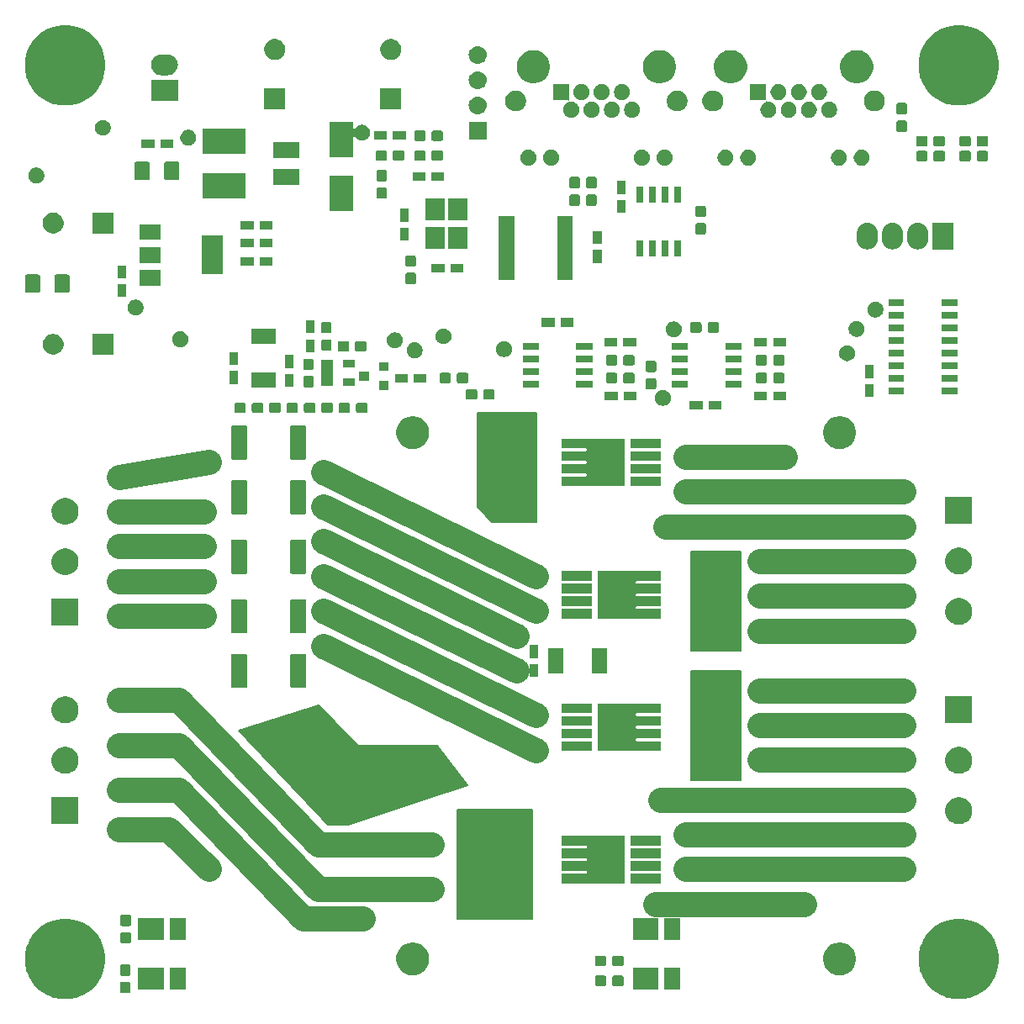
<source format=gbr>
From 27a04728606c6f432d894bf36e226fe4a9d6f4b0 Mon Sep 17 00:00:00 2001
From: jaseg <git@jaseg.net>
Date: Wed, 24 Apr 2019 21:15:55 +0900
Subject: driver: Fix ALL the PCB issues in R3

---
 driver/gerber/driver-F_Mask.gbr | 8414 +++++++++++++++++++++++++++++++++++++++
 1 file changed, 8414 insertions(+)
 create mode 100644 driver/gerber/driver-F_Mask.gbr

(limited to 'driver/gerber/driver-F_Mask.gbr')

diff --git a/driver/gerber/driver-F_Mask.gbr b/driver/gerber/driver-F_Mask.gbr
new file mode 100644
index 0000000..ee6ef58
--- /dev/null
+++ b/driver/gerber/driver-F_Mask.gbr
@@ -0,0 +1,8414 @@
+G04 #@! TF.GenerationSoftware,KiCad,Pcbnew,(5.1.0-344-gd281f051e)*
+G04 #@! TF.CreationDate,2019-04-24T21:11:32+09:00*
+G04 #@! TF.ProjectId,driver,64726976-6572-42e6-9b69-6361645f7063,rev?*
+G04 #@! TF.SameCoordinates,Original*
+G04 #@! TF.FileFunction,Soldermask,Top*
+G04 #@! TF.FilePolarity,Negative*
+%FSLAX46Y46*%
+G04 Gerber Fmt 4.6, Leading zero omitted, Abs format (unit mm)*
+G04 Created by KiCad (PCBNEW (5.1.0-344-gd281f051e)) date 2019-04-24 21:11:32*
+%MOMM*%
+%LPD*%
+G04 APERTURE LIST*
+%ADD10C,0.150000*%
+%ADD11C,2.500000*%
+%ADD12C,0.100000*%
+G04 APERTURE END LIST*
+D10*
+G36*
+X143000000Y-132000000D02*
+G01*
+X138000000Y-132000000D01*
+X138000000Y-121000000D01*
+X143000000Y-121000000D01*
+X143000000Y-132000000D01*
+G37*
+X143000000Y-132000000D02*
+X138000000Y-132000000D01*
+X138000000Y-121000000D01*
+X143000000Y-121000000D01*
+X143000000Y-132000000D01*
+G36*
+X143000000Y-119000000D02*
+G01*
+X138000000Y-119000000D01*
+X138000000Y-109000000D01*
+X143000000Y-109000000D01*
+X143000000Y-119000000D01*
+G37*
+X143000000Y-119000000D02*
+X138000000Y-119000000D01*
+X138000000Y-109000000D01*
+X143000000Y-109000000D01*
+X143000000Y-119000000D01*
+G36*
+X122000000Y-146000000D02*
+G01*
+X114500000Y-146000000D01*
+X114500000Y-135000000D01*
+X122000000Y-135000000D01*
+X122000000Y-146000000D01*
+G37*
+X122000000Y-146000000D02*
+X114500000Y-146000000D01*
+X114500000Y-135000000D01*
+X122000000Y-135000000D01*
+X122000000Y-146000000D01*
+D11*
+X137500000Y-99500000D02*
+X147500000Y-99500000D01*
+X137500000Y-103000000D02*
+X159500000Y-103000000D01*
+X135500000Y-106500000D02*
+X159500000Y-106500000D01*
+X134500000Y-144500000D02*
+X149500000Y-144500000D01*
+X159500000Y-141000000D02*
+X137500000Y-141000000D01*
+X137500000Y-137500000D02*
+X159500000Y-137500000D01*
+X135000000Y-134000000D02*
+X159500000Y-134000000D01*
+X145000000Y-130000000D02*
+X159500000Y-130000000D01*
+X145000000Y-126500000D02*
+X159500000Y-126500000D01*
+X145000000Y-123000000D02*
+X159500000Y-123000000D01*
+X145000000Y-117000000D02*
+X159500000Y-117000000D01*
+X145000000Y-113500000D02*
+X159500000Y-113500000D01*
+X145000000Y-110000000D02*
+X159500000Y-110000000D01*
+D10*
+G36*
+X122500000Y-106000000D02*
+G01*
+X118000000Y-106000000D01*
+X116500000Y-104500000D01*
+X116500000Y-95000000D01*
+X122500000Y-95000000D01*
+X122500000Y-106000000D01*
+G37*
+X122500000Y-106000000D02*
+X118000000Y-106000000D01*
+X116500000Y-104500000D01*
+X116500000Y-95000000D01*
+X122500000Y-95000000D01*
+X122500000Y-106000000D01*
+G36*
+X104500000Y-128500000D02*
+G01*
+X112500000Y-128500000D01*
+X115500000Y-132500000D01*
+X103500000Y-136500000D01*
+X101500000Y-136500000D01*
+X92500000Y-127000000D01*
+X100500000Y-124500000D01*
+X104500000Y-128500000D01*
+G37*
+X104500000Y-128500000D02*
+X112500000Y-128500000D01*
+X115500000Y-132500000D01*
+X103500000Y-136500000D01*
+X101500000Y-136500000D01*
+X92500000Y-127000000D01*
+X100500000Y-124500000D01*
+X104500000Y-128500000D01*
+D11*
+X85500000Y-137000000D02*
+X89500000Y-141000000D01*
+X80500000Y-137000000D02*
+X85500000Y-137000000D01*
+X86500000Y-133000000D02*
+X80500000Y-133000000D01*
+X86500000Y-128500000D02*
+X80500000Y-128500000D01*
+X99000000Y-146000000D02*
+X105000000Y-146000000D01*
+X100500000Y-143000000D02*
+X112000000Y-143000000D01*
+X86500000Y-133000000D02*
+X99000000Y-146000000D01*
+X86500000Y-128500000D02*
+X100500000Y-143000000D01*
+X100500000Y-138500000D02*
+X112000000Y-138500000D01*
+X86500000Y-124000000D02*
+X100500000Y-138500000D01*
+X80500000Y-124000000D02*
+X86500000Y-124000000D01*
+X80500000Y-115500000D02*
+X89000000Y-115500000D01*
+X80500000Y-112000000D02*
+X89000000Y-112000000D01*
+X80500000Y-108500000D02*
+X89000000Y-108500000D01*
+X89500000Y-100000000D02*
+X80500000Y-101500000D01*
+X80500000Y-105000000D02*
+X89000000Y-105000000D01*
+X122500000Y-129000000D02*
+X101000000Y-118500000D01*
+X122500000Y-125500000D02*
+X101000000Y-115000000D01*
+X120500000Y-121000000D02*
+X101000000Y-111500000D01*
+X120500000Y-117500000D02*
+X101000000Y-108000000D01*
+X122500000Y-115000000D02*
+X101000000Y-104500000D01*
+X122500000Y-111500000D02*
+X101000000Y-101000000D01*
+D12*
+G36*
+X166181632Y-146104677D02*
+G01*
+X166487005Y-146231167D01*
+X166918868Y-146410050D01*
+X167582362Y-146853383D01*
+X168146617Y-147417638D01*
+X168589950Y-148081132D01*
+X168718652Y-148391847D01*
+X168895323Y-148818368D01*
+X169051000Y-149601010D01*
+X169051000Y-150398990D01*
+X168895323Y-151181632D01*
+X168789132Y-151438000D01*
+X168589950Y-151918868D01*
+X168146617Y-152582362D01*
+X167582362Y-153146617D01*
+X166918868Y-153589950D01*
+X166487005Y-153768833D01*
+X166181632Y-153895323D01*
+X165398990Y-154051000D01*
+X164601010Y-154051000D01*
+X163818368Y-153895323D01*
+X163512995Y-153768833D01*
+X163081132Y-153589950D01*
+X162417638Y-153146617D01*
+X161853383Y-152582362D01*
+X161410050Y-151918868D01*
+X161210868Y-151438000D01*
+X161104677Y-151181632D01*
+X160949000Y-150398990D01*
+X160949000Y-149601010D01*
+X161104677Y-148818368D01*
+X161281348Y-148391847D01*
+X161410050Y-148081132D01*
+X161853383Y-147417638D01*
+X162417638Y-146853383D01*
+X163081132Y-146410050D01*
+X163512995Y-146231167D01*
+X163818368Y-146104677D01*
+X164601010Y-145949000D01*
+X165398990Y-145949000D01*
+X166181632Y-146104677D01*
+X166181632Y-146104677D01*
+G37*
+G36*
+X76181632Y-146104677D02*
+G01*
+X76487005Y-146231167D01*
+X76918868Y-146410050D01*
+X77582362Y-146853383D01*
+X78146617Y-147417638D01*
+X78589950Y-148081132D01*
+X78718652Y-148391847D01*
+X78895323Y-148818368D01*
+X79051000Y-149601010D01*
+X79051000Y-150398990D01*
+X78895323Y-151181632D01*
+X78789132Y-151438000D01*
+X78589950Y-151918868D01*
+X78146617Y-152582362D01*
+X77582362Y-153146617D01*
+X76918868Y-153589950D01*
+X76487005Y-153768833D01*
+X76181632Y-153895323D01*
+X75398990Y-154051000D01*
+X74601010Y-154051000D01*
+X73818368Y-153895323D01*
+X73512995Y-153768833D01*
+X73081132Y-153589950D01*
+X72417638Y-153146617D01*
+X71853383Y-152582362D01*
+X71410050Y-151918868D01*
+X71210868Y-151438000D01*
+X71104677Y-151181632D01*
+X70949000Y-150398990D01*
+X70949000Y-149601010D01*
+X71104677Y-148818368D01*
+X71281348Y-148391847D01*
+X71410050Y-148081132D01*
+X71853383Y-147417638D01*
+X72417638Y-146853383D01*
+X73081132Y-146410050D01*
+X73512995Y-146231167D01*
+X73818368Y-146104677D01*
+X74601010Y-145949000D01*
+X75398990Y-145949000D01*
+X76181632Y-146104677D01*
+X76181632Y-146104677D01*
+G37*
+G36*
+X81414499Y-152303445D02*
+G01*
+X81451995Y-152314820D01*
+X81486554Y-152333292D01*
+X81516847Y-152358153D01*
+X81541708Y-152388446D01*
+X81560180Y-152423005D01*
+X81571555Y-152460501D01*
+X81576000Y-152505638D01*
+X81576000Y-153244362D01*
+X81571555Y-153289499D01*
+X81560180Y-153326995D01*
+X81541708Y-153361554D01*
+X81516847Y-153391847D01*
+X81486554Y-153416708D01*
+X81451995Y-153435180D01*
+X81414499Y-153446555D01*
+X81369362Y-153451000D01*
+X80730638Y-153451000D01*
+X80685501Y-153446555D01*
+X80648005Y-153435180D01*
+X80613446Y-153416708D01*
+X80583153Y-153391847D01*
+X80558292Y-153361554D01*
+X80539820Y-153326995D01*
+X80528445Y-153289499D01*
+X80524000Y-153244362D01*
+X80524000Y-152505638D01*
+X80528445Y-152460501D01*
+X80539820Y-152423005D01*
+X80558292Y-152388446D01*
+X80583153Y-152358153D01*
+X80613446Y-152333292D01*
+X80648005Y-152314820D01*
+X80685501Y-152303445D01*
+X80730638Y-152299000D01*
+X81369362Y-152299000D01*
+X81414499Y-152303445D01*
+X81414499Y-152303445D01*
+G37*
+G36*
+X136931000Y-153101000D02*
+G01*
+X135329000Y-153101000D01*
+X135329000Y-150899000D01*
+X136931000Y-150899000D01*
+X136931000Y-153101000D01*
+X136931000Y-153101000D01*
+G37*
+G36*
+X84971000Y-153101000D02*
+G01*
+X82369000Y-153101000D01*
+X82369000Y-150899000D01*
+X84971000Y-150899000D01*
+X84971000Y-153101000D01*
+X84971000Y-153101000D01*
+G37*
+G36*
+X87131000Y-153101000D02*
+G01*
+X85529000Y-153101000D01*
+X85529000Y-150899000D01*
+X87131000Y-150899000D01*
+X87131000Y-153101000D01*
+X87131000Y-153101000D01*
+G37*
+G36*
+X134771000Y-153101000D02*
+G01*
+X132169000Y-153101000D01*
+X132169000Y-150899000D01*
+X134771000Y-150899000D01*
+X134771000Y-153101000D01*
+X134771000Y-153101000D01*
+G37*
+G36*
+X131089499Y-151678445D02*
+G01*
+X131126995Y-151689820D01*
+X131161554Y-151708292D01*
+X131191847Y-151733153D01*
+X131216708Y-151763446D01*
+X131235180Y-151798005D01*
+X131246555Y-151835501D01*
+X131251000Y-151880638D01*
+X131251000Y-152519362D01*
+X131246555Y-152564499D01*
+X131235180Y-152601995D01*
+X131216708Y-152636554D01*
+X131191847Y-152666847D01*
+X131161554Y-152691708D01*
+X131126995Y-152710180D01*
+X131089499Y-152721555D01*
+X131044362Y-152726000D01*
+X130305638Y-152726000D01*
+X130260501Y-152721555D01*
+X130223005Y-152710180D01*
+X130188446Y-152691708D01*
+X130158153Y-152666847D01*
+X130133292Y-152636554D01*
+X130114820Y-152601995D01*
+X130103445Y-152564499D01*
+X130099000Y-152519362D01*
+X130099000Y-151880638D01*
+X130103445Y-151835501D01*
+X130114820Y-151798005D01*
+X130133292Y-151763446D01*
+X130158153Y-151733153D01*
+X130188446Y-151708292D01*
+X130223005Y-151689820D01*
+X130260501Y-151678445D01*
+X130305638Y-151674000D01*
+X131044362Y-151674000D01*
+X131089499Y-151678445D01*
+X131089499Y-151678445D01*
+G37*
+G36*
+X129339499Y-151678445D02*
+G01*
+X129376995Y-151689820D01*
+X129411554Y-151708292D01*
+X129441847Y-151733153D01*
+X129466708Y-151763446D01*
+X129485180Y-151798005D01*
+X129496555Y-151835501D01*
+X129501000Y-151880638D01*
+X129501000Y-152519362D01*
+X129496555Y-152564499D01*
+X129485180Y-152601995D01*
+X129466708Y-152636554D01*
+X129441847Y-152666847D01*
+X129411554Y-152691708D01*
+X129376995Y-152710180D01*
+X129339499Y-152721555D01*
+X129294362Y-152726000D01*
+X128555638Y-152726000D01*
+X128510501Y-152721555D01*
+X128473005Y-152710180D01*
+X128438446Y-152691708D01*
+X128408153Y-152666847D01*
+X128383292Y-152636554D01*
+X128364820Y-152601995D01*
+X128353445Y-152564499D01*
+X128349000Y-152519362D01*
+X128349000Y-151880638D01*
+X128353445Y-151835501D01*
+X128364820Y-151798005D01*
+X128383292Y-151763446D01*
+X128408153Y-151733153D01*
+X128438446Y-151708292D01*
+X128473005Y-151689820D01*
+X128510501Y-151678445D01*
+X128555638Y-151674000D01*
+X129294362Y-151674000D01*
+X129339499Y-151678445D01*
+X129339499Y-151678445D01*
+G37*
+G36*
+X81414499Y-150553445D02*
+G01*
+X81451995Y-150564820D01*
+X81486554Y-150583292D01*
+X81516847Y-150608153D01*
+X81541708Y-150638446D01*
+X81560180Y-150673005D01*
+X81571555Y-150710501D01*
+X81576000Y-150755638D01*
+X81576000Y-151494362D01*
+X81571555Y-151539499D01*
+X81560180Y-151576995D01*
+X81541708Y-151611554D01*
+X81516847Y-151641847D01*
+X81486554Y-151666708D01*
+X81451995Y-151685180D01*
+X81414499Y-151696555D01*
+X81369362Y-151701000D01*
+X80730638Y-151701000D01*
+X80685501Y-151696555D01*
+X80648005Y-151685180D01*
+X80613446Y-151666708D01*
+X80583153Y-151641847D01*
+X80558292Y-151611554D01*
+X80539820Y-151576995D01*
+X80528445Y-151539499D01*
+X80524000Y-151494362D01*
+X80524000Y-150755638D01*
+X80528445Y-150710501D01*
+X80539820Y-150673005D01*
+X80558292Y-150638446D01*
+X80583153Y-150608153D01*
+X80613446Y-150583292D01*
+X80648005Y-150564820D01*
+X80685501Y-150553445D01*
+X80730638Y-150549000D01*
+X81369362Y-150549000D01*
+X81414499Y-150553445D01*
+X81414499Y-150553445D01*
+G37*
+G36*
+X110375256Y-148391298D02*
+G01*
+X110481579Y-148412447D01*
+X110782042Y-148536903D01*
+X111052451Y-148717585D01*
+X111282415Y-148947549D01*
+X111282416Y-148947551D01*
+X111463098Y-149217960D01*
+X111587553Y-149518422D01*
+X111641750Y-149790885D01*
+X111651000Y-149837391D01*
+X111651000Y-150162609D01*
+X111587553Y-150481579D01*
+X111463097Y-150782042D01*
+X111282415Y-151052451D01*
+X111052451Y-151282415D01*
+X110782042Y-151463097D01*
+X110481579Y-151587553D01*
+X110375256Y-151608702D01*
+X110162611Y-151651000D01*
+X109837389Y-151651000D01*
+X109624744Y-151608702D01*
+X109518421Y-151587553D01*
+X109217958Y-151463097D01*
+X108947549Y-151282415D01*
+X108717585Y-151052451D01*
+X108536903Y-150782042D01*
+X108412447Y-150481579D01*
+X108349000Y-150162609D01*
+X108349000Y-149837391D01*
+X108358251Y-149790885D01*
+X108412447Y-149518422D01*
+X108536902Y-149217960D01*
+X108717584Y-148947551D01*
+X108717585Y-148947549D01*
+X108947549Y-148717585D01*
+X109217958Y-148536903D01*
+X109518421Y-148412447D01*
+X109624744Y-148391298D01*
+X109837389Y-148349000D01*
+X110162611Y-148349000D01*
+X110375256Y-148391298D01*
+X110375256Y-148391298D01*
+G37*
+G36*
+X153375256Y-148391298D02*
+G01*
+X153481579Y-148412447D01*
+X153782042Y-148536903D01*
+X154052451Y-148717585D01*
+X154282415Y-148947549D01*
+X154282416Y-148947551D01*
+X154463098Y-149217960D01*
+X154587553Y-149518422D01*
+X154641750Y-149790885D01*
+X154651000Y-149837391D01*
+X154651000Y-150162609D01*
+X154587553Y-150481579D01*
+X154463097Y-150782042D01*
+X154282415Y-151052451D01*
+X154052451Y-151282415D01*
+X153782042Y-151463097D01*
+X153481579Y-151587553D01*
+X153375256Y-151608702D01*
+X153162611Y-151651000D01*
+X152837389Y-151651000D01*
+X152624744Y-151608702D01*
+X152518421Y-151587553D01*
+X152217958Y-151463097D01*
+X151947549Y-151282415D01*
+X151717585Y-151052451D01*
+X151536903Y-150782042D01*
+X151412447Y-150481579D01*
+X151349000Y-150162609D01*
+X151349000Y-149837391D01*
+X151358251Y-149790885D01*
+X151412447Y-149518422D01*
+X151536902Y-149217960D01*
+X151717584Y-148947551D01*
+X151717585Y-148947549D01*
+X151947549Y-148717585D01*
+X152217958Y-148536903D01*
+X152518421Y-148412447D01*
+X152624744Y-148391298D01*
+X152837389Y-148349000D01*
+X153162611Y-148349000D01*
+X153375256Y-148391298D01*
+X153375256Y-148391298D01*
+G37*
+G36*
+X129339499Y-149678445D02*
+G01*
+X129376995Y-149689820D01*
+X129411554Y-149708292D01*
+X129441847Y-149733153D01*
+X129466708Y-149763446D01*
+X129485180Y-149798005D01*
+X129496555Y-149835501D01*
+X129501000Y-149880638D01*
+X129501000Y-150519362D01*
+X129496555Y-150564499D01*
+X129485180Y-150601995D01*
+X129466708Y-150636554D01*
+X129441847Y-150666847D01*
+X129411554Y-150691708D01*
+X129376995Y-150710180D01*
+X129339499Y-150721555D01*
+X129294362Y-150726000D01*
+X128555638Y-150726000D01*
+X128510501Y-150721555D01*
+X128473005Y-150710180D01*
+X128438446Y-150691708D01*
+X128408153Y-150666847D01*
+X128383292Y-150636554D01*
+X128364820Y-150601995D01*
+X128353445Y-150564499D01*
+X128349000Y-150519362D01*
+X128349000Y-149880638D01*
+X128353445Y-149835501D01*
+X128364820Y-149798005D01*
+X128383292Y-149763446D01*
+X128408153Y-149733153D01*
+X128438446Y-149708292D01*
+X128473005Y-149689820D01*
+X128510501Y-149678445D01*
+X128555638Y-149674000D01*
+X129294362Y-149674000D01*
+X129339499Y-149678445D01*
+X129339499Y-149678445D01*
+G37*
+G36*
+X131089499Y-149678445D02*
+G01*
+X131126995Y-149689820D01*
+X131161554Y-149708292D01*
+X131191847Y-149733153D01*
+X131216708Y-149763446D01*
+X131235180Y-149798005D01*
+X131246555Y-149835501D01*
+X131251000Y-149880638D01*
+X131251000Y-150519362D01*
+X131246555Y-150564499D01*
+X131235180Y-150601995D01*
+X131216708Y-150636554D01*
+X131191847Y-150666847D01*
+X131161554Y-150691708D01*
+X131126995Y-150710180D01*
+X131089499Y-150721555D01*
+X131044362Y-150726000D01*
+X130305638Y-150726000D01*
+X130260501Y-150721555D01*
+X130223005Y-150710180D01*
+X130188446Y-150691708D01*
+X130158153Y-150666847D01*
+X130133292Y-150636554D01*
+X130114820Y-150601995D01*
+X130103445Y-150564499D01*
+X130099000Y-150519362D01*
+X130099000Y-149880638D01*
+X130103445Y-149835501D01*
+X130114820Y-149798005D01*
+X130133292Y-149763446D01*
+X130158153Y-149733153D01*
+X130188446Y-149708292D01*
+X130223005Y-149689820D01*
+X130260501Y-149678445D01*
+X130305638Y-149674000D01*
+X131044362Y-149674000D01*
+X131089499Y-149678445D01*
+X131089499Y-149678445D01*
+G37*
+G36*
+X81464499Y-147303445D02*
+G01*
+X81501995Y-147314820D01*
+X81536554Y-147333292D01*
+X81566847Y-147358153D01*
+X81591708Y-147388446D01*
+X81610180Y-147423005D01*
+X81621555Y-147460501D01*
+X81626000Y-147505638D01*
+X81626000Y-148244362D01*
+X81621555Y-148289499D01*
+X81610180Y-148326995D01*
+X81591708Y-148361554D01*
+X81566847Y-148391847D01*
+X81536554Y-148416708D01*
+X81501995Y-148435180D01*
+X81464499Y-148446555D01*
+X81419362Y-148451000D01*
+X80780638Y-148451000D01*
+X80735501Y-148446555D01*
+X80698005Y-148435180D01*
+X80663446Y-148416708D01*
+X80633153Y-148391847D01*
+X80608292Y-148361554D01*
+X80589820Y-148326995D01*
+X80578445Y-148289499D01*
+X80574000Y-148244362D01*
+X80574000Y-147505638D01*
+X80578445Y-147460501D01*
+X80589820Y-147423005D01*
+X80608292Y-147388446D01*
+X80633153Y-147358153D01*
+X80663446Y-147333292D01*
+X80698005Y-147314820D01*
+X80735501Y-147303445D01*
+X80780638Y-147299000D01*
+X81419362Y-147299000D01*
+X81464499Y-147303445D01*
+X81464499Y-147303445D01*
+G37*
+G36*
+X134771000Y-148101000D02*
+G01*
+X132169000Y-148101000D01*
+X132169000Y-145899000D01*
+X134771000Y-145899000D01*
+X134771000Y-148101000D01*
+X134771000Y-148101000D01*
+G37*
+G36*
+X84971000Y-148101000D02*
+G01*
+X82369000Y-148101000D01*
+X82369000Y-145899000D01*
+X84971000Y-145899000D01*
+X84971000Y-148101000D01*
+X84971000Y-148101000D01*
+G37*
+G36*
+X87131000Y-148101000D02*
+G01*
+X85529000Y-148101000D01*
+X85529000Y-145899000D01*
+X87131000Y-145899000D01*
+X87131000Y-148101000D01*
+X87131000Y-148101000D01*
+G37*
+G36*
+X136931000Y-148101000D02*
+G01*
+X135329000Y-148101000D01*
+X135329000Y-145899000D01*
+X136931000Y-145899000D01*
+X136931000Y-148101000D01*
+X136931000Y-148101000D01*
+G37*
+G36*
+X81464499Y-145553445D02*
+G01*
+X81501995Y-145564820D01*
+X81536554Y-145583292D01*
+X81566847Y-145608153D01*
+X81591708Y-145638446D01*
+X81610180Y-145673005D01*
+X81621555Y-145710501D01*
+X81626000Y-145755638D01*
+X81626000Y-146494362D01*
+X81621555Y-146539499D01*
+X81610180Y-146576995D01*
+X81591708Y-146611554D01*
+X81566847Y-146641847D01*
+X81536554Y-146666708D01*
+X81501995Y-146685180D01*
+X81464499Y-146696555D01*
+X81419362Y-146701000D01*
+X80780638Y-146701000D01*
+X80735501Y-146696555D01*
+X80698005Y-146685180D01*
+X80663446Y-146666708D01*
+X80633153Y-146641847D01*
+X80608292Y-146611554D01*
+X80589820Y-146576995D01*
+X80578445Y-146539499D01*
+X80574000Y-146494362D01*
+X80574000Y-145755638D01*
+X80578445Y-145710501D01*
+X80589820Y-145673005D01*
+X80608292Y-145638446D01*
+X80633153Y-145608153D01*
+X80663446Y-145583292D01*
+X80698005Y-145564820D01*
+X80735501Y-145553445D01*
+X80780638Y-145549000D01*
+X81419362Y-145549000D01*
+X81464499Y-145553445D01*
+X81464499Y-145553445D01*
+G37*
+G36*
+X131376000Y-142401000D02*
+G01*
+X127466453Y-142401000D01*
+X127446836Y-142390515D01*
+X127423387Y-142383402D01*
+X127399001Y-142381000D01*
+X124974000Y-142381000D01*
+X124974000Y-141429000D01*
+X127399001Y-141429000D01*
+X127423387Y-141426598D01*
+X127446836Y-141419485D01*
+X127468447Y-141407934D01*
+X127487389Y-141392389D01*
+X127502934Y-141373447D01*
+X127514485Y-141351836D01*
+X127521598Y-141328387D01*
+X127524000Y-141304001D01*
+X127524000Y-141235999D01*
+X127521598Y-141211613D01*
+X127514485Y-141188164D01*
+X127502934Y-141166553D01*
+X127487389Y-141147611D01*
+X127468447Y-141132066D01*
+X127446836Y-141120515D01*
+X127423387Y-141113402D01*
+X127399001Y-141111000D01*
+X124974000Y-141111000D01*
+X124974000Y-140159000D01*
+X127399001Y-140159000D01*
+X127423387Y-140156598D01*
+X127446836Y-140149485D01*
+X127468447Y-140137934D01*
+X127487389Y-140122389D01*
+X127502934Y-140103447D01*
+X127514485Y-140081836D01*
+X127521598Y-140058387D01*
+X127524000Y-140034001D01*
+X127524000Y-139965999D01*
+X127521598Y-139941613D01*
+X127514485Y-139918164D01*
+X127502934Y-139896553D01*
+X127487389Y-139877611D01*
+X127468447Y-139862066D01*
+X127446836Y-139850515D01*
+X127423387Y-139843402D01*
+X127399001Y-139841000D01*
+X124974000Y-139841000D01*
+X124974000Y-138889000D01*
+X127399001Y-138889000D01*
+X127423387Y-138886598D01*
+X127446836Y-138879485D01*
+X127468447Y-138867934D01*
+X127487389Y-138852389D01*
+X127502934Y-138833447D01*
+X127514485Y-138811836D01*
+X127521598Y-138788387D01*
+X127524000Y-138764001D01*
+X127524000Y-138695999D01*
+X127521598Y-138671613D01*
+X127514485Y-138648164D01*
+X127502934Y-138626553D01*
+X127487389Y-138607611D01*
+X127468447Y-138592066D01*
+X127446836Y-138580515D01*
+X127423387Y-138573402D01*
+X127399001Y-138571000D01*
+X124974000Y-138571000D01*
+X124974000Y-137619000D01*
+X127399001Y-137619000D01*
+X127423387Y-137616598D01*
+X127446836Y-137609485D01*
+X127466453Y-137599000D01*
+X131376000Y-137599000D01*
+X131376000Y-142401000D01*
+X131376000Y-142401000D01*
+G37*
+G36*
+X135026000Y-142381000D02*
+G01*
+X131974000Y-142381000D01*
+X131974000Y-141429000D01*
+X135026000Y-141429000D01*
+X135026000Y-142381000D01*
+X135026000Y-142381000D01*
+G37*
+G36*
+X135026000Y-141111000D02*
+G01*
+X131974000Y-141111000D01*
+X131974000Y-140159000D01*
+X135026000Y-140159000D01*
+X135026000Y-141111000D01*
+X135026000Y-141111000D01*
+G37*
+G36*
+X135026000Y-139841000D02*
+G01*
+X131974000Y-139841000D01*
+X131974000Y-138889000D01*
+X135026000Y-138889000D01*
+X135026000Y-139841000D01*
+X135026000Y-139841000D01*
+G37*
+G36*
+X135026000Y-138571000D02*
+G01*
+X131974000Y-138571000D01*
+X131974000Y-137619000D01*
+X135026000Y-137619000D01*
+X135026000Y-138571000D01*
+X135026000Y-138571000D01*
+G37*
+G36*
+X76351000Y-136431000D02*
+G01*
+X73649000Y-136431000D01*
+X73649000Y-133729000D01*
+X76351000Y-133729000D01*
+X76351000Y-136431000D01*
+X76351000Y-136431000D01*
+G37*
+G36*
+X165394072Y-133780918D02*
+G01*
+X165639939Y-133882759D01*
+X165861212Y-134030610D01*
+X166049390Y-134218788D01*
+X166197241Y-134440061D01*
+X166299082Y-134685928D01*
+X166351000Y-134946938D01*
+X166351000Y-135213062D01*
+X166299082Y-135474072D01*
+X166197241Y-135719939D01*
+X166049390Y-135941212D01*
+X165861212Y-136129390D01*
+X165639939Y-136277241D01*
+X165639938Y-136277242D01*
+X165639937Y-136277242D01*
+X165394072Y-136379082D01*
+X165133063Y-136431000D01*
+X164866937Y-136431000D01*
+X164605928Y-136379082D01*
+X164360063Y-136277242D01*
+X164360062Y-136277242D01*
+X164360061Y-136277241D01*
+X164138788Y-136129390D01*
+X163950610Y-135941212D01*
+X163802759Y-135719939D01*
+X163700918Y-135474072D01*
+X163649000Y-135213062D01*
+X163649000Y-134946938D01*
+X163700918Y-134685928D01*
+X163802759Y-134440061D01*
+X163950610Y-134218788D01*
+X164138788Y-134030610D01*
+X164360061Y-133882759D01*
+X164605928Y-133780918D01*
+X164866937Y-133729000D01*
+X165133063Y-133729000D01*
+X165394072Y-133780918D01*
+X165394072Y-133780918D01*
+G37*
+G36*
+X165394072Y-128700918D02*
+G01*
+X165639939Y-128802759D01*
+X165861212Y-128950610D01*
+X166049390Y-129138788D01*
+X166197241Y-129360061D01*
+X166299082Y-129605928D01*
+X166351000Y-129866938D01*
+X166351000Y-130133062D01*
+X166299082Y-130394072D01*
+X166197241Y-130639939D01*
+X166049390Y-130861212D01*
+X165861212Y-131049390D01*
+X165639939Y-131197241D01*
+X165639938Y-131197242D01*
+X165639937Y-131197242D01*
+X165394072Y-131299082D01*
+X165133063Y-131351000D01*
+X164866937Y-131351000D01*
+X164605928Y-131299082D01*
+X164360063Y-131197242D01*
+X164360062Y-131197242D01*
+X164360061Y-131197241D01*
+X164138788Y-131049390D01*
+X163950610Y-130861212D01*
+X163802759Y-130639939D01*
+X163700918Y-130394072D01*
+X163649000Y-130133062D01*
+X163649000Y-129866938D01*
+X163700918Y-129605928D01*
+X163802759Y-129360061D01*
+X163950610Y-129138788D01*
+X164138788Y-128950610D01*
+X164360061Y-128802759D01*
+X164605928Y-128700918D01*
+X164866937Y-128649000D01*
+X165133063Y-128649000D01*
+X165394072Y-128700918D01*
+X165394072Y-128700918D01*
+G37*
+G36*
+X75394072Y-128700918D02*
+G01*
+X75639939Y-128802759D01*
+X75861212Y-128950610D01*
+X76049390Y-129138788D01*
+X76197241Y-129360061D01*
+X76299082Y-129605928D01*
+X76351000Y-129866938D01*
+X76351000Y-130133062D01*
+X76299082Y-130394072D01*
+X76197241Y-130639939D01*
+X76049390Y-130861212D01*
+X75861212Y-131049390D01*
+X75639939Y-131197241D01*
+X75639938Y-131197242D01*
+X75639937Y-131197242D01*
+X75394072Y-131299082D01*
+X75133063Y-131351000D01*
+X74866937Y-131351000D01*
+X74605928Y-131299082D01*
+X74360063Y-131197242D01*
+X74360062Y-131197242D01*
+X74360061Y-131197241D01*
+X74138788Y-131049390D01*
+X73950610Y-130861212D01*
+X73802759Y-130639939D01*
+X73700918Y-130394072D01*
+X73649000Y-130133062D01*
+X73649000Y-129866938D01*
+X73700918Y-129605928D01*
+X73802759Y-129360061D01*
+X73950610Y-129138788D01*
+X74138788Y-128950610D01*
+X74360061Y-128802759D01*
+X74605928Y-128700918D01*
+X74866937Y-128649000D01*
+X75133063Y-128649000D01*
+X75394072Y-128700918D01*
+X75394072Y-128700918D01*
+G37*
+G36*
+X132553164Y-124276185D02*
+G01*
+X132576613Y-124283298D01*
+X132600999Y-124285700D01*
+X135026000Y-124285700D01*
+X135026000Y-125237700D01*
+X132600999Y-125237700D01*
+X132576613Y-125240102D01*
+X132553164Y-125247215D01*
+X132531553Y-125258766D01*
+X132512611Y-125274311D01*
+X132497066Y-125293253D01*
+X132485515Y-125314864D01*
+X132478402Y-125338313D01*
+X132476000Y-125362699D01*
+X132476000Y-125430701D01*
+X132478402Y-125455087D01*
+X132485515Y-125478536D01*
+X132497066Y-125500147D01*
+X132512611Y-125519089D01*
+X132531553Y-125534634D01*
+X132553164Y-125546185D01*
+X132576613Y-125553298D01*
+X132600999Y-125555700D01*
+X135026000Y-125555700D01*
+X135026000Y-126507700D01*
+X132600999Y-126507700D01*
+X132576613Y-126510102D01*
+X132553164Y-126517215D01*
+X132531553Y-126528766D01*
+X132512611Y-126544311D01*
+X132497066Y-126563253D01*
+X132485515Y-126584864D01*
+X132478402Y-126608313D01*
+X132476000Y-126632699D01*
+X132476000Y-126700701D01*
+X132478402Y-126725087D01*
+X132485515Y-126748536D01*
+X132497066Y-126770147D01*
+X132512611Y-126789089D01*
+X132531553Y-126804634D01*
+X132553164Y-126816185D01*
+X132576613Y-126823298D01*
+X132600999Y-126825700D01*
+X135026000Y-126825700D01*
+X135026000Y-127777700D01*
+X132600999Y-127777700D01*
+X132576613Y-127780102D01*
+X132553164Y-127787215D01*
+X132531553Y-127798766D01*
+X132512611Y-127814311D01*
+X132497066Y-127833253D01*
+X132485515Y-127854864D01*
+X132478402Y-127878313D01*
+X132476000Y-127902699D01*
+X132476000Y-127970701D01*
+X132478402Y-127995087D01*
+X132485515Y-128018536D01*
+X132497066Y-128040147D01*
+X132512611Y-128059089D01*
+X132531553Y-128074634D01*
+X132553164Y-128086185D01*
+X132576613Y-128093298D01*
+X132600999Y-128095700D01*
+X135026000Y-128095700D01*
+X135026000Y-129047700D01*
+X132600999Y-129047700D01*
+X132576613Y-129050102D01*
+X132553164Y-129057215D01*
+X132533547Y-129067700D01*
+X128624000Y-129067700D01*
+X128624000Y-124265700D01*
+X132533547Y-124265700D01*
+X132553164Y-124276185D01*
+X132553164Y-124276185D01*
+G37*
+G36*
+X128026000Y-129047700D02*
+G01*
+X124974000Y-129047700D01*
+X124974000Y-128095700D01*
+X128026000Y-128095700D01*
+X128026000Y-129047700D01*
+X128026000Y-129047700D01*
+G37*
+G36*
+X128026000Y-127777700D02*
+G01*
+X124974000Y-127777700D01*
+X124974000Y-126825700D01*
+X128026000Y-126825700D01*
+X128026000Y-127777700D01*
+X128026000Y-127777700D01*
+G37*
+G36*
+X128026000Y-126507700D02*
+G01*
+X124974000Y-126507700D01*
+X124974000Y-125555700D01*
+X128026000Y-125555700D01*
+X128026000Y-126507700D01*
+X128026000Y-126507700D01*
+G37*
+G36*
+X75394072Y-123620918D02*
+G01*
+X75639939Y-123722759D01*
+X75861212Y-123870610D01*
+X76049390Y-124058788D01*
+X76197241Y-124280061D01*
+X76299082Y-124525928D01*
+X76351000Y-124786938D01*
+X76351000Y-125053062D01*
+X76299082Y-125314072D01*
+X76197241Y-125559939D01*
+X76049390Y-125781212D01*
+X75861212Y-125969390D01*
+X75639939Y-126117241D01*
+X75639938Y-126117242D01*
+X75639937Y-126117242D01*
+X75394072Y-126219082D01*
+X75133063Y-126271000D01*
+X74866937Y-126271000D01*
+X74605928Y-126219082D01*
+X74360063Y-126117242D01*
+X74360062Y-126117242D01*
+X74360061Y-126117241D01*
+X74138788Y-125969390D01*
+X73950610Y-125781212D01*
+X73802759Y-125559939D01*
+X73700918Y-125314072D01*
+X73649000Y-125053062D01*
+X73649000Y-124786938D01*
+X73700918Y-124525928D01*
+X73802759Y-124280061D01*
+X73950610Y-124058788D01*
+X74138788Y-123870610D01*
+X74360061Y-123722759D01*
+X74605928Y-123620918D01*
+X74866937Y-123569000D01*
+X75133063Y-123569000D01*
+X75394072Y-123620918D01*
+X75394072Y-123620918D01*
+G37*
+G36*
+X166351000Y-126271000D02*
+G01*
+X163649000Y-126271000D01*
+X163649000Y-123569000D01*
+X166351000Y-123569000D01*
+X166351000Y-126271000D01*
+X166351000Y-126271000D01*
+G37*
+G36*
+X128026000Y-125237700D02*
+G01*
+X124974000Y-125237700D01*
+X124974000Y-124285700D01*
+X128026000Y-124285700D01*
+X128026000Y-125237700D01*
+X128026000Y-125237700D01*
+G37*
+G36*
+X99153820Y-119278103D02*
+G01*
+X99187985Y-119288467D01*
+X99219464Y-119305293D01*
+X99247060Y-119327940D01*
+X99269707Y-119355536D01*
+X99286533Y-119387015D01*
+X99296897Y-119421180D01*
+X99301000Y-119462842D01*
+X99301000Y-122537158D01*
+X99296897Y-122578820D01*
+X99286533Y-122612985D01*
+X99269707Y-122644464D01*
+X99247060Y-122672060D01*
+X99219464Y-122694707D01*
+X99187985Y-122711533D01*
+X99153820Y-122721897D01*
+X99112158Y-122726000D01*
+X97862842Y-122726000D01*
+X97821180Y-122721897D01*
+X97787015Y-122711533D01*
+X97755536Y-122694707D01*
+X97727940Y-122672060D01*
+X97705293Y-122644464D01*
+X97688467Y-122612985D01*
+X97678103Y-122578820D01*
+X97674000Y-122537158D01*
+X97674000Y-119462842D01*
+X97678103Y-119421180D01*
+X97688467Y-119387015D01*
+X97705293Y-119355536D01*
+X97727940Y-119327940D01*
+X97755536Y-119305293D01*
+X97787015Y-119288467D01*
+X97821180Y-119278103D01*
+X97862842Y-119274000D01*
+X99112158Y-119274000D01*
+X99153820Y-119278103D01*
+X99153820Y-119278103D01*
+G37*
+G36*
+X93178820Y-119278103D02*
+G01*
+X93212985Y-119288467D01*
+X93244464Y-119305293D01*
+X93272060Y-119327940D01*
+X93294707Y-119355536D01*
+X93311533Y-119387015D01*
+X93321897Y-119421180D01*
+X93326000Y-119462842D01*
+X93326000Y-122537158D01*
+X93321897Y-122578820D01*
+X93311533Y-122612985D01*
+X93294707Y-122644464D01*
+X93272060Y-122672060D01*
+X93244464Y-122694707D01*
+X93212985Y-122711533D01*
+X93178820Y-122721897D01*
+X93137158Y-122726000D01*
+X91887842Y-122726000D01*
+X91846180Y-122721897D01*
+X91812015Y-122711533D01*
+X91780536Y-122694707D01*
+X91752940Y-122672060D01*
+X91730293Y-122644464D01*
+X91713467Y-122612985D01*
+X91703103Y-122578820D01*
+X91699000Y-122537158D01*
+X91699000Y-119462842D01*
+X91703103Y-119421180D01*
+X91713467Y-119387015D01*
+X91730293Y-119355536D01*
+X91752940Y-119327940D01*
+X91780536Y-119305293D01*
+X91812015Y-119288467D01*
+X91846180Y-119278103D01*
+X91887842Y-119274000D01*
+X93137158Y-119274000D01*
+X93178820Y-119278103D01*
+X93178820Y-119278103D01*
+G37*
+G36*
+X122626000Y-121601000D02*
+G01*
+X121774000Y-121601000D01*
+X121774000Y-120299000D01*
+X122626000Y-120299000D01*
+X122626000Y-121601000D01*
+X122626000Y-121601000D01*
+G37*
+G36*
+X129576000Y-121250950D02*
+G01*
+X128024000Y-121250950D01*
+X128024000Y-118748950D01*
+X129576000Y-118748950D01*
+X129576000Y-121250950D01*
+X129576000Y-121250950D01*
+G37*
+G36*
+X125176000Y-121250950D02*
+G01*
+X123624000Y-121250950D01*
+X123624000Y-118748950D01*
+X125176000Y-118748950D01*
+X125176000Y-121250950D01*
+X125176000Y-121250950D01*
+G37*
+G36*
+X122626000Y-119701000D02*
+G01*
+X121774000Y-119701000D01*
+X121774000Y-118399000D01*
+X122626000Y-118399000D01*
+X122626000Y-119701000D01*
+X122626000Y-119701000D01*
+G37*
+G36*
+X99153820Y-113778103D02*
+G01*
+X99187985Y-113788467D01*
+X99219464Y-113805293D01*
+X99247060Y-113827940D01*
+X99269707Y-113855536D01*
+X99286533Y-113887015D01*
+X99296897Y-113921180D01*
+X99301000Y-113962842D01*
+X99301000Y-117037158D01*
+X99296897Y-117078820D01*
+X99286533Y-117112985D01*
+X99269707Y-117144464D01*
+X99247060Y-117172060D01*
+X99219464Y-117194707D01*
+X99187985Y-117211533D01*
+X99153820Y-117221897D01*
+X99112158Y-117226000D01*
+X97862842Y-117226000D01*
+X97821180Y-117221897D01*
+X97787015Y-117211533D01*
+X97755536Y-117194707D01*
+X97727940Y-117172060D01*
+X97705293Y-117144464D01*
+X97688467Y-117112985D01*
+X97678103Y-117078820D01*
+X97674000Y-117037158D01*
+X97674000Y-113962842D01*
+X97678103Y-113921180D01*
+X97688467Y-113887015D01*
+X97705293Y-113855536D01*
+X97727940Y-113827940D01*
+X97755536Y-113805293D01*
+X97787015Y-113788467D01*
+X97821180Y-113778103D01*
+X97862842Y-113774000D01*
+X99112158Y-113774000D01*
+X99153820Y-113778103D01*
+X99153820Y-113778103D01*
+G37*
+G36*
+X93178820Y-113778103D02*
+G01*
+X93212985Y-113788467D01*
+X93244464Y-113805293D01*
+X93272060Y-113827940D01*
+X93294707Y-113855536D01*
+X93311533Y-113887015D01*
+X93321897Y-113921180D01*
+X93326000Y-113962842D01*
+X93326000Y-117037158D01*
+X93321897Y-117078820D01*
+X93311533Y-117112985D01*
+X93294707Y-117144464D01*
+X93272060Y-117172060D01*
+X93244464Y-117194707D01*
+X93212985Y-117211533D01*
+X93178820Y-117221897D01*
+X93137158Y-117226000D01*
+X91887842Y-117226000D01*
+X91846180Y-117221897D01*
+X91812015Y-117211533D01*
+X91780536Y-117194707D01*
+X91752940Y-117172060D01*
+X91730293Y-117144464D01*
+X91713467Y-117112985D01*
+X91703103Y-117078820D01*
+X91699000Y-117037158D01*
+X91699000Y-113962842D01*
+X91703103Y-113921180D01*
+X91713467Y-113887015D01*
+X91730293Y-113855536D01*
+X91752940Y-113827940D01*
+X91780536Y-113805293D01*
+X91812015Y-113788467D01*
+X91846180Y-113778103D01*
+X91887842Y-113774000D01*
+X93137158Y-113774000D01*
+X93178820Y-113778103D01*
+X93178820Y-113778103D01*
+G37*
+G36*
+X76351000Y-116431000D02*
+G01*
+X73649000Y-116431000D01*
+X73649000Y-113729000D01*
+X76351000Y-113729000D01*
+X76351000Y-116431000D01*
+X76351000Y-116431000D01*
+G37*
+G36*
+X165394072Y-113700918D02*
+G01*
+X165619525Y-113794303D01*
+X165639939Y-113802759D01*
+X165713812Y-113852120D01*
+X165861211Y-113950609D01*
+X166049391Y-114138789D01*
+X166197242Y-114360063D01*
+X166299082Y-114605928D01*
+X166329709Y-114759898D01*
+X166351000Y-114866938D01*
+X166351000Y-115133062D01*
+X166299082Y-115394072D01*
+X166197241Y-115639939D01*
+X166049390Y-115861212D01*
+X165861212Y-116049390D01*
+X165639939Y-116197241D01*
+X165639938Y-116197242D01*
+X165639937Y-116197242D01*
+X165394072Y-116299082D01*
+X165133063Y-116351000D01*
+X164866937Y-116351000D01*
+X164605928Y-116299082D01*
+X164360063Y-116197242D01*
+X164360062Y-116197242D01*
+X164360061Y-116197241D01*
+X164138788Y-116049390D01*
+X163950610Y-115861212D01*
+X163802759Y-115639939D01*
+X163700918Y-115394072D01*
+X163649000Y-115133062D01*
+X163649000Y-114866938D01*
+X163670292Y-114759898D01*
+X163700918Y-114605928D01*
+X163802758Y-114360063D01*
+X163950609Y-114138789D01*
+X164138789Y-113950609D01*
+X164286188Y-113852120D01*
+X164360061Y-113802759D01*
+X164380476Y-113794303D01*
+X164605928Y-113700918D01*
+X164866937Y-113649000D01*
+X165133063Y-113649000D01*
+X165394072Y-113700918D01*
+X165394072Y-113700918D01*
+G37*
+G36*
+X132553164Y-110942785D02*
+G01*
+X132576613Y-110949898D01*
+X132600999Y-110952300D01*
+X135026000Y-110952300D01*
+X135026000Y-111904300D01*
+X132600999Y-111904300D01*
+X132576613Y-111906702D01*
+X132553164Y-111913815D01*
+X132531553Y-111925366D01*
+X132512611Y-111940911D01*
+X132497066Y-111959853D01*
+X132485515Y-111981464D01*
+X132478402Y-112004913D01*
+X132476000Y-112029299D01*
+X132476000Y-112097301D01*
+X132478402Y-112121687D01*
+X132485515Y-112145136D01*
+X132497066Y-112166747D01*
+X132512611Y-112185689D01*
+X132531553Y-112201234D01*
+X132553164Y-112212785D01*
+X132576613Y-112219898D01*
+X132600999Y-112222300D01*
+X135026000Y-112222300D01*
+X135026000Y-113174300D01*
+X132600999Y-113174300D01*
+X132576613Y-113176702D01*
+X132553164Y-113183815D01*
+X132531553Y-113195366D01*
+X132512611Y-113210911D01*
+X132497066Y-113229853D01*
+X132485515Y-113251464D01*
+X132478402Y-113274913D01*
+X132476000Y-113299299D01*
+X132476000Y-113367301D01*
+X132478402Y-113391687D01*
+X132485515Y-113415136D01*
+X132497066Y-113436747D01*
+X132512611Y-113455689D01*
+X132531553Y-113471234D01*
+X132553164Y-113482785D01*
+X132576613Y-113489898D01*
+X132600999Y-113492300D01*
+X135026000Y-113492300D01*
+X135026000Y-114444300D01*
+X132600999Y-114444300D01*
+X132576613Y-114446702D01*
+X132553164Y-114453815D01*
+X132531553Y-114465366D01*
+X132512611Y-114480911D01*
+X132497066Y-114499853D01*
+X132485515Y-114521464D01*
+X132478402Y-114544913D01*
+X132476000Y-114569299D01*
+X132476000Y-114637301D01*
+X132478402Y-114661687D01*
+X132485515Y-114685136D01*
+X132497066Y-114706747D01*
+X132512611Y-114725689D01*
+X132531553Y-114741234D01*
+X132553164Y-114752785D01*
+X132576613Y-114759898D01*
+X132600999Y-114762300D01*
+X135026000Y-114762300D01*
+X135026000Y-115714300D01*
+X132600999Y-115714300D01*
+X132576613Y-115716702D01*
+X132553164Y-115723815D01*
+X132533547Y-115734300D01*
+X128624000Y-115734300D01*
+X128624000Y-110932300D01*
+X132533547Y-110932300D01*
+X132553164Y-110942785D01*
+X132553164Y-110942785D01*
+G37*
+G36*
+X128026000Y-115714300D02*
+G01*
+X124974000Y-115714300D01*
+X124974000Y-114762300D01*
+X128026000Y-114762300D01*
+X128026000Y-115714300D01*
+X128026000Y-115714300D01*
+G37*
+G36*
+X128026000Y-114444300D02*
+G01*
+X124974000Y-114444300D01*
+X124974000Y-113492300D01*
+X128026000Y-113492300D01*
+X128026000Y-114444300D01*
+X128026000Y-114444300D01*
+G37*
+G36*
+X128026000Y-113174300D02*
+G01*
+X124974000Y-113174300D01*
+X124974000Y-112222300D01*
+X128026000Y-112222300D01*
+X128026000Y-113174300D01*
+X128026000Y-113174300D01*
+G37*
+G36*
+X128026000Y-111904300D02*
+G01*
+X124974000Y-111904300D01*
+X124974000Y-110952300D01*
+X128026000Y-110952300D01*
+X128026000Y-111904300D01*
+X128026000Y-111904300D01*
+G37*
+G36*
+X75394072Y-108700918D02*
+G01*
+X75639939Y-108802759D01*
+X75741483Y-108870609D01*
+X75861211Y-108950609D01*
+X76049391Y-109138789D01*
+X76197242Y-109360063D01*
+X76299082Y-109605928D01*
+X76351000Y-109866937D01*
+X76351000Y-110133063D01*
+X76299082Y-110394072D01*
+X76197242Y-110639937D01*
+X76049391Y-110861211D01*
+X75861211Y-111049391D01*
+X75774302Y-111107462D01*
+X75639939Y-111197241D01*
+X75639938Y-111197242D01*
+X75639937Y-111197242D01*
+X75394072Y-111299082D01*
+X75133063Y-111351000D01*
+X74866937Y-111351000D01*
+X74605928Y-111299082D01*
+X74360063Y-111197242D01*
+X74360062Y-111197242D01*
+X74360061Y-111197241D01*
+X74225698Y-111107462D01*
+X74138789Y-111049391D01*
+X73950609Y-110861211D01*
+X73802758Y-110639937D01*
+X73700918Y-110394072D01*
+X73649000Y-110133063D01*
+X73649000Y-109866937D01*
+X73700918Y-109605928D01*
+X73802758Y-109360063D01*
+X73950609Y-109138789D01*
+X74138789Y-108950609D01*
+X74258517Y-108870609D01*
+X74360061Y-108802759D01*
+X74605928Y-108700918D01*
+X74866937Y-108649000D01*
+X75133063Y-108649000D01*
+X75394072Y-108700918D01*
+X75394072Y-108700918D01*
+G37*
+G36*
+X165394072Y-108620918D02*
+G01*
+X165639939Y-108722759D01*
+X165861212Y-108870610D01*
+X166049390Y-109058788D01*
+X166197241Y-109280061D01*
+X166299082Y-109525928D01*
+X166351000Y-109786938D01*
+X166351000Y-110053062D01*
+X166299082Y-110314072D01*
+X166197241Y-110559939D01*
+X166049390Y-110781212D01*
+X165861212Y-110969390D01*
+X165639939Y-111117241D01*
+X165639938Y-111117242D01*
+X165639937Y-111117242D01*
+X165394072Y-111219082D01*
+X165133063Y-111271000D01*
+X164866937Y-111271000D01*
+X164605928Y-111219082D01*
+X164360063Y-111117242D01*
+X164360062Y-111117242D01*
+X164360061Y-111117241D01*
+X164138788Y-110969390D01*
+X163950610Y-110781212D01*
+X163802759Y-110559939D01*
+X163700918Y-110314072D01*
+X163649000Y-110053062D01*
+X163649000Y-109786938D01*
+X163700918Y-109525928D01*
+X163802759Y-109280061D01*
+X163950610Y-109058788D01*
+X164138788Y-108870610D01*
+X164360061Y-108722759D01*
+X164605928Y-108620918D01*
+X164866937Y-108569000D01*
+X165133063Y-108569000D01*
+X165394072Y-108620918D01*
+X165394072Y-108620918D01*
+G37*
+G36*
+X99153820Y-107778103D02*
+G01*
+X99187985Y-107788467D01*
+X99219464Y-107805293D01*
+X99247060Y-107827940D01*
+X99269707Y-107855536D01*
+X99286533Y-107887015D01*
+X99296897Y-107921180D01*
+X99301000Y-107962842D01*
+X99301000Y-111037158D01*
+X99296897Y-111078820D01*
+X99286533Y-111112985D01*
+X99269707Y-111144464D01*
+X99247060Y-111172060D01*
+X99219464Y-111194707D01*
+X99187985Y-111211533D01*
+X99153820Y-111221897D01*
+X99112158Y-111226000D01*
+X97862842Y-111226000D01*
+X97821180Y-111221897D01*
+X97787015Y-111211533D01*
+X97755536Y-111194707D01*
+X97727940Y-111172060D01*
+X97705293Y-111144464D01*
+X97688467Y-111112985D01*
+X97678103Y-111078820D01*
+X97674000Y-111037158D01*
+X97674000Y-107962842D01*
+X97678103Y-107921180D01*
+X97688467Y-107887015D01*
+X97705293Y-107855536D01*
+X97727940Y-107827940D01*
+X97755536Y-107805293D01*
+X97787015Y-107788467D01*
+X97821180Y-107778103D01*
+X97862842Y-107774000D01*
+X99112158Y-107774000D01*
+X99153820Y-107778103D01*
+X99153820Y-107778103D01*
+G37*
+G36*
+X93178820Y-107778103D02*
+G01*
+X93212985Y-107788467D01*
+X93244464Y-107805293D01*
+X93272060Y-107827940D01*
+X93294707Y-107855536D01*
+X93311533Y-107887015D01*
+X93321897Y-107921180D01*
+X93326000Y-107962842D01*
+X93326000Y-111037158D01*
+X93321897Y-111078820D01*
+X93311533Y-111112985D01*
+X93294707Y-111144464D01*
+X93272060Y-111172060D01*
+X93244464Y-111194707D01*
+X93212985Y-111211533D01*
+X93178820Y-111221897D01*
+X93137158Y-111226000D01*
+X91887842Y-111226000D01*
+X91846180Y-111221897D01*
+X91812015Y-111211533D01*
+X91780536Y-111194707D01*
+X91752940Y-111172060D01*
+X91730293Y-111144464D01*
+X91713467Y-111112985D01*
+X91703103Y-111078820D01*
+X91699000Y-111037158D01*
+X91699000Y-107962842D01*
+X91703103Y-107921180D01*
+X91713467Y-107887015D01*
+X91730293Y-107855536D01*
+X91752940Y-107827940D01*
+X91780536Y-107805293D01*
+X91812015Y-107788467D01*
+X91846180Y-107778103D01*
+X91887842Y-107774000D01*
+X93137158Y-107774000D01*
+X93178820Y-107778103D01*
+X93178820Y-107778103D01*
+G37*
+G36*
+X75394072Y-103620918D02*
+G01*
+X75639939Y-103722759D01*
+X75751328Y-103797187D01*
+X75861211Y-103870609D01*
+X76049391Y-104058789D01*
+X76197242Y-104280063D01*
+X76299082Y-104525928D01*
+X76351000Y-104786937D01*
+X76351000Y-105053063D01*
+X76340179Y-105107462D01*
+X76299082Y-105314072D01*
+X76197241Y-105559939D01*
+X76049390Y-105781212D01*
+X75861212Y-105969390D01*
+X75639939Y-106117241D01*
+X75639938Y-106117242D01*
+X75639937Y-106117242D01*
+X75394072Y-106219082D01*
+X75133063Y-106271000D01*
+X74866937Y-106271000D01*
+X74605928Y-106219082D01*
+X74360063Y-106117242D01*
+X74360062Y-106117242D01*
+X74360061Y-106117241D01*
+X74138788Y-105969390D01*
+X73950610Y-105781212D01*
+X73802759Y-105559939D01*
+X73700918Y-105314072D01*
+X73659821Y-105107462D01*
+X73649000Y-105053063D01*
+X73649000Y-104786937D01*
+X73700918Y-104525928D01*
+X73802758Y-104280063D01*
+X73950609Y-104058789D01*
+X74138789Y-103870609D01*
+X74248672Y-103797187D01*
+X74360061Y-103722759D01*
+X74605928Y-103620918D01*
+X74866937Y-103569000D01*
+X75133063Y-103569000D01*
+X75394072Y-103620918D01*
+X75394072Y-103620918D01*
+G37*
+G36*
+X166351000Y-106191000D02*
+G01*
+X163649000Y-106191000D01*
+X163649000Y-103489000D01*
+X166351000Y-103489000D01*
+X166351000Y-106191000D01*
+X166351000Y-106191000D01*
+G37*
+G36*
+X99153820Y-101778103D02*
+G01*
+X99187985Y-101788467D01*
+X99219464Y-101805293D01*
+X99247060Y-101827940D01*
+X99269707Y-101855536D01*
+X99286533Y-101887015D01*
+X99296897Y-101921180D01*
+X99301000Y-101962842D01*
+X99301000Y-105037158D01*
+X99296897Y-105078820D01*
+X99286533Y-105112985D01*
+X99269707Y-105144464D01*
+X99247060Y-105172060D01*
+X99219464Y-105194707D01*
+X99187985Y-105211533D01*
+X99153820Y-105221897D01*
+X99112158Y-105226000D01*
+X97862842Y-105226000D01*
+X97821180Y-105221897D01*
+X97787015Y-105211533D01*
+X97755536Y-105194707D01*
+X97727940Y-105172060D01*
+X97705293Y-105144464D01*
+X97688467Y-105112985D01*
+X97678103Y-105078820D01*
+X97674000Y-105037158D01*
+X97674000Y-101962842D01*
+X97678103Y-101921180D01*
+X97688467Y-101887015D01*
+X97705293Y-101855536D01*
+X97727940Y-101827940D01*
+X97755536Y-101805293D01*
+X97787015Y-101788467D01*
+X97821180Y-101778103D01*
+X97862842Y-101774000D01*
+X99112158Y-101774000D01*
+X99153820Y-101778103D01*
+X99153820Y-101778103D01*
+G37*
+G36*
+X93178820Y-101778103D02*
+G01*
+X93212985Y-101788467D01*
+X93244464Y-101805293D01*
+X93272060Y-101827940D01*
+X93294707Y-101855536D01*
+X93311533Y-101887015D01*
+X93321897Y-101921180D01*
+X93326000Y-101962842D01*
+X93326000Y-105037158D01*
+X93321897Y-105078820D01*
+X93311533Y-105112985D01*
+X93294707Y-105144464D01*
+X93272060Y-105172060D01*
+X93244464Y-105194707D01*
+X93212985Y-105211533D01*
+X93178820Y-105221897D01*
+X93137158Y-105226000D01*
+X91887842Y-105226000D01*
+X91846180Y-105221897D01*
+X91812015Y-105211533D01*
+X91780536Y-105194707D01*
+X91752940Y-105172060D01*
+X91730293Y-105144464D01*
+X91713467Y-105112985D01*
+X91703103Y-105078820D01*
+X91699000Y-105037158D01*
+X91699000Y-101962842D01*
+X91703103Y-101921180D01*
+X91713467Y-101887015D01*
+X91730293Y-101855536D01*
+X91752940Y-101827940D01*
+X91780536Y-101805293D01*
+X91812015Y-101788467D01*
+X91846180Y-101778103D01*
+X91887842Y-101774000D01*
+X93137158Y-101774000D01*
+X93178820Y-101778103D01*
+X93178820Y-101778103D01*
+G37*
+G36*
+X131376000Y-102401000D02*
+G01*
+X127466453Y-102401000D01*
+X127446836Y-102390515D01*
+X127423387Y-102383402D01*
+X127399001Y-102381000D01*
+X124974000Y-102381000D01*
+X124974000Y-101429000D01*
+X127399001Y-101429000D01*
+X127423387Y-101426598D01*
+X127446836Y-101419485D01*
+X127468447Y-101407934D01*
+X127487389Y-101392389D01*
+X127502934Y-101373447D01*
+X127514485Y-101351836D01*
+X127521598Y-101328387D01*
+X127524000Y-101304001D01*
+X127524000Y-101235999D01*
+X127521598Y-101211613D01*
+X127514485Y-101188164D01*
+X127502934Y-101166553D01*
+X127487389Y-101147611D01*
+X127468447Y-101132066D01*
+X127446836Y-101120515D01*
+X127423387Y-101113402D01*
+X127399001Y-101111000D01*
+X124974000Y-101111000D01*
+X124974000Y-100159000D01*
+X127399001Y-100159000D01*
+X127423387Y-100156598D01*
+X127446836Y-100149485D01*
+X127468447Y-100137934D01*
+X127487389Y-100122389D01*
+X127502934Y-100103447D01*
+X127514485Y-100081836D01*
+X127521598Y-100058387D01*
+X127524000Y-100034001D01*
+X127524000Y-99965999D01*
+X127521598Y-99941613D01*
+X127514485Y-99918164D01*
+X127502934Y-99896553D01*
+X127487389Y-99877611D01*
+X127468447Y-99862066D01*
+X127446836Y-99850515D01*
+X127423387Y-99843402D01*
+X127399001Y-99841000D01*
+X124974000Y-99841000D01*
+X124974000Y-98889000D01*
+X127399001Y-98889000D01*
+X127423387Y-98886598D01*
+X127446836Y-98879485D01*
+X127468447Y-98867934D01*
+X127487389Y-98852389D01*
+X127502934Y-98833447D01*
+X127514485Y-98811836D01*
+X127521598Y-98788387D01*
+X127524000Y-98764001D01*
+X127524000Y-98695999D01*
+X127521598Y-98671613D01*
+X127514485Y-98648164D01*
+X127502934Y-98626553D01*
+X127487389Y-98607611D01*
+X127468447Y-98592066D01*
+X127446836Y-98580515D01*
+X127423387Y-98573402D01*
+X127399001Y-98571000D01*
+X124974000Y-98571000D01*
+X124974000Y-97619000D01*
+X127399001Y-97619000D01*
+X127423387Y-97616598D01*
+X127446836Y-97609485D01*
+X127466453Y-97599000D01*
+X131376000Y-97599000D01*
+X131376000Y-102401000D01*
+X131376000Y-102401000D01*
+G37*
+G36*
+X135026000Y-102381000D02*
+G01*
+X131974000Y-102381000D01*
+X131974000Y-101429000D01*
+X135026000Y-101429000D01*
+X135026000Y-102381000D01*
+X135026000Y-102381000D01*
+G37*
+G36*
+X135026000Y-101111000D02*
+G01*
+X131974000Y-101111000D01*
+X131974000Y-100159000D01*
+X135026000Y-100159000D01*
+X135026000Y-101111000D01*
+X135026000Y-101111000D01*
+G37*
+G36*
+X135026000Y-99841000D02*
+G01*
+X131974000Y-99841000D01*
+X131974000Y-98889000D01*
+X135026000Y-98889000D01*
+X135026000Y-99841000D01*
+X135026000Y-99841000D01*
+G37*
+G36*
+X93178820Y-96278103D02*
+G01*
+X93212985Y-96288467D01*
+X93244464Y-96305293D01*
+X93272060Y-96327940D01*
+X93294707Y-96355536D01*
+X93311533Y-96387015D01*
+X93321897Y-96421180D01*
+X93326000Y-96462842D01*
+X93326000Y-99537158D01*
+X93321897Y-99578820D01*
+X93311533Y-99612985D01*
+X93294707Y-99644464D01*
+X93272060Y-99672060D01*
+X93244464Y-99694707D01*
+X93212985Y-99711533D01*
+X93178820Y-99721897D01*
+X93137158Y-99726000D01*
+X91887842Y-99726000D01*
+X91846180Y-99721897D01*
+X91812015Y-99711533D01*
+X91780536Y-99694707D01*
+X91752940Y-99672060D01*
+X91730293Y-99644464D01*
+X91713467Y-99612985D01*
+X91703103Y-99578820D01*
+X91699000Y-99537158D01*
+X91699000Y-96462842D01*
+X91703103Y-96421180D01*
+X91713467Y-96387015D01*
+X91730293Y-96355536D01*
+X91752940Y-96327940D01*
+X91780536Y-96305293D01*
+X91812015Y-96288467D01*
+X91846180Y-96278103D01*
+X91887842Y-96274000D01*
+X93137158Y-96274000D01*
+X93178820Y-96278103D01*
+X93178820Y-96278103D01*
+G37*
+G36*
+X99153820Y-96278103D02*
+G01*
+X99187985Y-96288467D01*
+X99219464Y-96305293D01*
+X99247060Y-96327940D01*
+X99269707Y-96355536D01*
+X99286533Y-96387015D01*
+X99296897Y-96421180D01*
+X99301000Y-96462842D01*
+X99301000Y-99537158D01*
+X99296897Y-99578820D01*
+X99286533Y-99612985D01*
+X99269707Y-99644464D01*
+X99247060Y-99672060D01*
+X99219464Y-99694707D01*
+X99187985Y-99711533D01*
+X99153820Y-99721897D01*
+X99112158Y-99726000D01*
+X97862842Y-99726000D01*
+X97821180Y-99721897D01*
+X97787015Y-99711533D01*
+X97755536Y-99694707D01*
+X97727940Y-99672060D01*
+X97705293Y-99644464D01*
+X97688467Y-99612985D01*
+X97678103Y-99578820D01*
+X97674000Y-99537158D01*
+X97674000Y-96462842D01*
+X97678103Y-96421180D01*
+X97688467Y-96387015D01*
+X97705293Y-96355536D01*
+X97727940Y-96327940D01*
+X97755536Y-96305293D01*
+X97787015Y-96288467D01*
+X97821180Y-96278103D01*
+X97862842Y-96274000D01*
+X99112158Y-96274000D01*
+X99153820Y-96278103D01*
+X99153820Y-96278103D01*
+G37*
+G36*
+X153375256Y-95391298D02*
+G01*
+X153481579Y-95412447D01*
+X153782042Y-95536903D01*
+X154052451Y-95717585D01*
+X154282415Y-95947549D01*
+X154463097Y-96217958D01*
+X154587553Y-96518421D01*
+X154651000Y-96837391D01*
+X154651000Y-97162609D01*
+X154587553Y-97481579D01*
+X154463097Y-97782042D01*
+X154282415Y-98052451D01*
+X154052451Y-98282415D01*
+X153782042Y-98463097D01*
+X153481579Y-98587553D01*
+X153375256Y-98608702D01*
+X153162611Y-98651000D01*
+X152837389Y-98651000D01*
+X152624744Y-98608702D01*
+X152518421Y-98587553D01*
+X152217958Y-98463097D01*
+X151947549Y-98282415D01*
+X151717585Y-98052451D01*
+X151536903Y-97782042D01*
+X151412447Y-97481579D01*
+X151349000Y-97162609D01*
+X151349000Y-96837391D01*
+X151412447Y-96518421D01*
+X151536903Y-96217958D01*
+X151717585Y-95947549D01*
+X151947549Y-95717585D01*
+X152217958Y-95536903D01*
+X152518421Y-95412447D01*
+X152624744Y-95391298D01*
+X152837389Y-95349000D01*
+X153162611Y-95349000D01*
+X153375256Y-95391298D01*
+X153375256Y-95391298D01*
+G37*
+G36*
+X110375256Y-95391298D02*
+G01*
+X110481579Y-95412447D01*
+X110782042Y-95536903D01*
+X111052451Y-95717585D01*
+X111282415Y-95947549D01*
+X111463097Y-96217958D01*
+X111587553Y-96518421D01*
+X111651000Y-96837391D01*
+X111651000Y-97162609D01*
+X111587553Y-97481579D01*
+X111463097Y-97782042D01*
+X111282415Y-98052451D01*
+X111052451Y-98282415D01*
+X110782042Y-98463097D01*
+X110481579Y-98587553D01*
+X110375256Y-98608702D01*
+X110162611Y-98651000D01*
+X109837389Y-98651000D01*
+X109624744Y-98608702D01*
+X109518421Y-98587553D01*
+X109217958Y-98463097D01*
+X108947549Y-98282415D01*
+X108717585Y-98052451D01*
+X108536903Y-97782042D01*
+X108412447Y-97481579D01*
+X108349000Y-97162609D01*
+X108349000Y-96837391D01*
+X108412447Y-96518421D01*
+X108536903Y-96217958D01*
+X108717585Y-95947549D01*
+X108947549Y-95717585D01*
+X109217958Y-95536903D01*
+X109518421Y-95412447D01*
+X109624744Y-95391298D01*
+X109837389Y-95349000D01*
+X110162611Y-95349000D01*
+X110375256Y-95391298D01*
+X110375256Y-95391298D01*
+G37*
+G36*
+X135026000Y-98571000D02*
+G01*
+X131974000Y-98571000D01*
+X131974000Y-97619000D01*
+X135026000Y-97619000D01*
+X135026000Y-98571000D01*
+X135026000Y-98571000D01*
+G37*
+G36*
+X105289499Y-93978445D02*
+G01*
+X105326995Y-93989820D01*
+X105361554Y-94008292D01*
+X105391847Y-94033153D01*
+X105416708Y-94063446D01*
+X105435180Y-94098005D01*
+X105446555Y-94135501D01*
+X105451000Y-94180638D01*
+X105451000Y-94819362D01*
+X105446555Y-94864499D01*
+X105435180Y-94901995D01*
+X105416708Y-94936554D01*
+X105391847Y-94966847D01*
+X105361554Y-94991708D01*
+X105326995Y-95010180D01*
+X105289499Y-95021555D01*
+X105244362Y-95026000D01*
+X104505638Y-95026000D01*
+X104460501Y-95021555D01*
+X104423005Y-95010180D01*
+X104388446Y-94991708D01*
+X104358153Y-94966847D01*
+X104333292Y-94936554D01*
+X104314820Y-94901995D01*
+X104303445Y-94864499D01*
+X104299000Y-94819362D01*
+X104299000Y-94180638D01*
+X104303445Y-94135501D01*
+X104314820Y-94098005D01*
+X104333292Y-94063446D01*
+X104358153Y-94033153D01*
+X104388446Y-94008292D01*
+X104423005Y-93989820D01*
+X104460501Y-93978445D01*
+X104505638Y-93974000D01*
+X105244362Y-93974000D01*
+X105289499Y-93978445D01*
+X105289499Y-93978445D01*
+G37*
+G36*
+X103539499Y-93978445D02*
+G01*
+X103576995Y-93989820D01*
+X103611554Y-94008292D01*
+X103641847Y-94033153D01*
+X103666708Y-94063446D01*
+X103685180Y-94098005D01*
+X103696555Y-94135501D01*
+X103701000Y-94180638D01*
+X103701000Y-94819362D01*
+X103696555Y-94864499D01*
+X103685180Y-94901995D01*
+X103666708Y-94936554D01*
+X103641847Y-94966847D01*
+X103611554Y-94991708D01*
+X103576995Y-95010180D01*
+X103539499Y-95021555D01*
+X103494362Y-95026000D01*
+X102755638Y-95026000D01*
+X102710501Y-95021555D01*
+X102673005Y-95010180D01*
+X102638446Y-94991708D01*
+X102608153Y-94966847D01*
+X102583292Y-94936554D01*
+X102564820Y-94901995D01*
+X102553445Y-94864499D01*
+X102549000Y-94819362D01*
+X102549000Y-94180638D01*
+X102553445Y-94135501D01*
+X102564820Y-94098005D01*
+X102583292Y-94063446D01*
+X102608153Y-94033153D01*
+X102638446Y-94008292D01*
+X102673005Y-93989820D01*
+X102710501Y-93978445D01*
+X102755638Y-93974000D01*
+X103494362Y-93974000D01*
+X103539499Y-93978445D01*
+X103539499Y-93978445D01*
+G37*
+G36*
+X101789499Y-93978445D02*
+G01*
+X101826995Y-93989820D01*
+X101861554Y-94008292D01*
+X101891847Y-94033153D01*
+X101916708Y-94063446D01*
+X101935180Y-94098005D01*
+X101946555Y-94135501D01*
+X101951000Y-94180638D01*
+X101951000Y-94819362D01*
+X101946555Y-94864499D01*
+X101935180Y-94901995D01*
+X101916708Y-94936554D01*
+X101891847Y-94966847D01*
+X101861554Y-94991708D01*
+X101826995Y-95010180D01*
+X101789499Y-95021555D01*
+X101744362Y-95026000D01*
+X101005638Y-95026000D01*
+X100960501Y-95021555D01*
+X100923005Y-95010180D01*
+X100888446Y-94991708D01*
+X100858153Y-94966847D01*
+X100833292Y-94936554D01*
+X100814820Y-94901995D01*
+X100803445Y-94864499D01*
+X100799000Y-94819362D01*
+X100799000Y-94180638D01*
+X100803445Y-94135501D01*
+X100814820Y-94098005D01*
+X100833292Y-94063446D01*
+X100858153Y-94033153D01*
+X100888446Y-94008292D01*
+X100923005Y-93989820D01*
+X100960501Y-93978445D01*
+X101005638Y-93974000D01*
+X101744362Y-93974000D01*
+X101789499Y-93978445D01*
+X101789499Y-93978445D01*
+G37*
+G36*
+X100039499Y-93978445D02*
+G01*
+X100076995Y-93989820D01*
+X100111554Y-94008292D01*
+X100141847Y-94033153D01*
+X100166708Y-94063446D01*
+X100185180Y-94098005D01*
+X100196555Y-94135501D01*
+X100201000Y-94180638D01*
+X100201000Y-94819362D01*
+X100196555Y-94864499D01*
+X100185180Y-94901995D01*
+X100166708Y-94936554D01*
+X100141847Y-94966847D01*
+X100111554Y-94991708D01*
+X100076995Y-95010180D01*
+X100039499Y-95021555D01*
+X99994362Y-95026000D01*
+X99255638Y-95026000D01*
+X99210501Y-95021555D01*
+X99173005Y-95010180D01*
+X99138446Y-94991708D01*
+X99108153Y-94966847D01*
+X99083292Y-94936554D01*
+X99064820Y-94901995D01*
+X99053445Y-94864499D01*
+X99049000Y-94819362D01*
+X99049000Y-94180638D01*
+X99053445Y-94135501D01*
+X99064820Y-94098005D01*
+X99083292Y-94063446D01*
+X99108153Y-94033153D01*
+X99138446Y-94008292D01*
+X99173005Y-93989820D01*
+X99210501Y-93978445D01*
+X99255638Y-93974000D01*
+X99994362Y-93974000D01*
+X100039499Y-93978445D01*
+X100039499Y-93978445D01*
+G37*
+G36*
+X96539499Y-93978445D02*
+G01*
+X96576995Y-93989820D01*
+X96611554Y-94008292D01*
+X96641847Y-94033153D01*
+X96666708Y-94063446D01*
+X96685180Y-94098005D01*
+X96696555Y-94135501D01*
+X96701000Y-94180638D01*
+X96701000Y-94819362D01*
+X96696555Y-94864499D01*
+X96685180Y-94901995D01*
+X96666708Y-94936554D01*
+X96641847Y-94966847D01*
+X96611554Y-94991708D01*
+X96576995Y-95010180D01*
+X96539499Y-95021555D01*
+X96494362Y-95026000D01*
+X95755638Y-95026000D01*
+X95710501Y-95021555D01*
+X95673005Y-95010180D01*
+X95638446Y-94991708D01*
+X95608153Y-94966847D01*
+X95583292Y-94936554D01*
+X95564820Y-94901995D01*
+X95553445Y-94864499D01*
+X95549000Y-94819362D01*
+X95549000Y-94180638D01*
+X95553445Y-94135501D01*
+X95564820Y-94098005D01*
+X95583292Y-94063446D01*
+X95608153Y-94033153D01*
+X95638446Y-94008292D01*
+X95673005Y-93989820D01*
+X95710501Y-93978445D01*
+X95755638Y-93974000D01*
+X96494362Y-93974000D01*
+X96539499Y-93978445D01*
+X96539499Y-93978445D01*
+G37*
+G36*
+X98289499Y-93978445D02*
+G01*
+X98326995Y-93989820D01*
+X98361554Y-94008292D01*
+X98391847Y-94033153D01*
+X98416708Y-94063446D01*
+X98435180Y-94098005D01*
+X98446555Y-94135501D01*
+X98451000Y-94180638D01*
+X98451000Y-94819362D01*
+X98446555Y-94864499D01*
+X98435180Y-94901995D01*
+X98416708Y-94936554D01*
+X98391847Y-94966847D01*
+X98361554Y-94991708D01*
+X98326995Y-95010180D01*
+X98289499Y-95021555D01*
+X98244362Y-95026000D01*
+X97505638Y-95026000D01*
+X97460501Y-95021555D01*
+X97423005Y-95010180D01*
+X97388446Y-94991708D01*
+X97358153Y-94966847D01*
+X97333292Y-94936554D01*
+X97314820Y-94901995D01*
+X97303445Y-94864499D01*
+X97299000Y-94819362D01*
+X97299000Y-94180638D01*
+X97303445Y-94135501D01*
+X97314820Y-94098005D01*
+X97333292Y-94063446D01*
+X97358153Y-94033153D01*
+X97388446Y-94008292D01*
+X97423005Y-93989820D01*
+X97460501Y-93978445D01*
+X97505638Y-93974000D01*
+X98244362Y-93974000D01*
+X98289499Y-93978445D01*
+X98289499Y-93978445D01*
+G37*
+G36*
+X93039499Y-93978445D02*
+G01*
+X93076995Y-93989820D01*
+X93111554Y-94008292D01*
+X93141847Y-94033153D01*
+X93166708Y-94063446D01*
+X93185180Y-94098005D01*
+X93196555Y-94135501D01*
+X93201000Y-94180638D01*
+X93201000Y-94819362D01*
+X93196555Y-94864499D01*
+X93185180Y-94901995D01*
+X93166708Y-94936554D01*
+X93141847Y-94966847D01*
+X93111554Y-94991708D01*
+X93076995Y-95010180D01*
+X93039499Y-95021555D01*
+X92994362Y-95026000D01*
+X92255638Y-95026000D01*
+X92210501Y-95021555D01*
+X92173005Y-95010180D01*
+X92138446Y-94991708D01*
+X92108153Y-94966847D01*
+X92083292Y-94936554D01*
+X92064820Y-94901995D01*
+X92053445Y-94864499D01*
+X92049000Y-94819362D01*
+X92049000Y-94180638D01*
+X92053445Y-94135501D01*
+X92064820Y-94098005D01*
+X92083292Y-94063446D01*
+X92108153Y-94033153D01*
+X92138446Y-94008292D01*
+X92173005Y-93989820D01*
+X92210501Y-93978445D01*
+X92255638Y-93974000D01*
+X92994362Y-93974000D01*
+X93039499Y-93978445D01*
+X93039499Y-93978445D01*
+G37*
+G36*
+X94789499Y-93978445D02*
+G01*
+X94826995Y-93989820D01*
+X94861554Y-94008292D01*
+X94891847Y-94033153D01*
+X94916708Y-94063446D01*
+X94935180Y-94098005D01*
+X94946555Y-94135501D01*
+X94951000Y-94180638D01*
+X94951000Y-94819362D01*
+X94946555Y-94864499D01*
+X94935180Y-94901995D01*
+X94916708Y-94936554D01*
+X94891847Y-94966847D01*
+X94861554Y-94991708D01*
+X94826995Y-95010180D01*
+X94789499Y-95021555D01*
+X94744362Y-95026000D01*
+X94005638Y-95026000D01*
+X93960501Y-95021555D01*
+X93923005Y-95010180D01*
+X93888446Y-94991708D01*
+X93858153Y-94966847D01*
+X93833292Y-94936554D01*
+X93814820Y-94901995D01*
+X93803445Y-94864499D01*
+X93799000Y-94819362D01*
+X93799000Y-94180638D01*
+X93803445Y-94135501D01*
+X93814820Y-94098005D01*
+X93833292Y-94063446D01*
+X93858153Y-94033153D01*
+X93888446Y-94008292D01*
+X93923005Y-93989820D01*
+X93960501Y-93978445D01*
+X94005638Y-93974000D01*
+X94744362Y-93974000D01*
+X94789499Y-93978445D01*
+X94789499Y-93978445D01*
+G37*
+G36*
+X141101000Y-94676000D02*
+G01*
+X139799000Y-94676000D01*
+X139799000Y-93824000D01*
+X141101000Y-93824000D01*
+X141101000Y-94676000D01*
+X141101000Y-94676000D01*
+G37*
+G36*
+X139201000Y-94676000D02*
+G01*
+X137899000Y-94676000D01*
+X137899000Y-93824000D01*
+X139201000Y-93824000D01*
+X139201000Y-94676000D01*
+X139201000Y-94676000D01*
+G37*
+G36*
+X135433642Y-92729781D02*
+G01*
+X135579414Y-92790162D01*
+X135579416Y-92790163D01*
+X135710608Y-92877822D01*
+X135822178Y-92989392D01*
+X135909837Y-93120584D01*
+X135909838Y-93120586D01*
+X135970219Y-93266358D01*
+X136001000Y-93421107D01*
+X136001000Y-93578893D01*
+X135970219Y-93733642D01*
+X135932791Y-93824000D01*
+X135909837Y-93879416D01*
+X135822178Y-94010608D01*
+X135710608Y-94122178D01*
+X135579416Y-94209837D01*
+X135579415Y-94209838D01*
+X135579414Y-94209838D01*
+X135433642Y-94270219D01*
+X135278893Y-94301000D01*
+X135121107Y-94301000D01*
+X134966358Y-94270219D01*
+X134820586Y-94209838D01*
+X134820585Y-94209838D01*
+X134820584Y-94209837D01*
+X134689392Y-94122178D01*
+X134577822Y-94010608D01*
+X134490163Y-93879416D01*
+X134467209Y-93824000D01*
+X134429781Y-93733642D01*
+X134399000Y-93578893D01*
+X134399000Y-93421107D01*
+X134429781Y-93266358D01*
+X134490162Y-93120586D01*
+X134490163Y-93120584D01*
+X134577822Y-92989392D01*
+X134689392Y-92877822D01*
+X134820584Y-92790163D01*
+X134820586Y-92790162D01*
+X134966358Y-92729781D01*
+X135121107Y-92699000D01*
+X135278893Y-92699000D01*
+X135433642Y-92729781D01*
+X135433642Y-92729781D01*
+G37*
+G36*
+X132551000Y-93726000D02*
+G01*
+X131249000Y-93726000D01*
+X131249000Y-92874000D01*
+X132551000Y-92874000D01*
+X132551000Y-93726000D01*
+X132551000Y-93726000D01*
+G37*
+G36*
+X147601000Y-93726000D02*
+G01*
+X146299000Y-93726000D01*
+X146299000Y-92874000D01*
+X147601000Y-92874000D01*
+X147601000Y-93726000D01*
+X147601000Y-93726000D01*
+G37*
+G36*
+X130651000Y-93726000D02*
+G01*
+X129349000Y-93726000D01*
+X129349000Y-92874000D01*
+X130651000Y-92874000D01*
+X130651000Y-93726000D01*
+X130651000Y-93726000D01*
+G37*
+G36*
+X145701000Y-93726000D02*
+G01*
+X144399000Y-93726000D01*
+X144399000Y-92874000D01*
+X145701000Y-92874000D01*
+X145701000Y-93726000D01*
+X145701000Y-93726000D01*
+G37*
+G36*
+X116339499Y-92628445D02*
+G01*
+X116376995Y-92639820D01*
+X116411554Y-92658292D01*
+X116441847Y-92683153D01*
+X116466708Y-92713446D01*
+X116485180Y-92748005D01*
+X116496555Y-92785501D01*
+X116501000Y-92830638D01*
+X116501000Y-93469362D01*
+X116496555Y-93514499D01*
+X116485180Y-93551995D01*
+X116466708Y-93586554D01*
+X116441847Y-93616847D01*
+X116411554Y-93641708D01*
+X116376995Y-93660180D01*
+X116339499Y-93671555D01*
+X116294362Y-93676000D01*
+X115555638Y-93676000D01*
+X115510501Y-93671555D01*
+X115473005Y-93660180D01*
+X115438446Y-93641708D01*
+X115408153Y-93616847D01*
+X115383292Y-93586554D01*
+X115364820Y-93551995D01*
+X115353445Y-93514499D01*
+X115349000Y-93469362D01*
+X115349000Y-92830638D01*
+X115353445Y-92785501D01*
+X115364820Y-92748005D01*
+X115383292Y-92713446D01*
+X115408153Y-92683153D01*
+X115438446Y-92658292D01*
+X115473005Y-92639820D01*
+X115510501Y-92628445D01*
+X115555638Y-92624000D01*
+X116294362Y-92624000D01*
+X116339499Y-92628445D01*
+X116339499Y-92628445D01*
+G37*
+G36*
+X118089499Y-92628445D02*
+G01*
+X118126995Y-92639820D01*
+X118161554Y-92658292D01*
+X118191847Y-92683153D01*
+X118216708Y-92713446D01*
+X118235180Y-92748005D01*
+X118246555Y-92785501D01*
+X118251000Y-92830638D01*
+X118251000Y-93469362D01*
+X118246555Y-93514499D01*
+X118235180Y-93551995D01*
+X118216708Y-93586554D01*
+X118191847Y-93616847D01*
+X118161554Y-93641708D01*
+X118126995Y-93660180D01*
+X118089499Y-93671555D01*
+X118044362Y-93676000D01*
+X117305638Y-93676000D01*
+X117260501Y-93671555D01*
+X117223005Y-93660180D01*
+X117188446Y-93641708D01*
+X117158153Y-93616847D01*
+X117133292Y-93586554D01*
+X117114820Y-93551995D01*
+X117103445Y-93514499D01*
+X117099000Y-93469362D01*
+X117099000Y-92830638D01*
+X117103445Y-92785501D01*
+X117114820Y-92748005D01*
+X117133292Y-92713446D01*
+X117158153Y-92683153D01*
+X117188446Y-92658292D01*
+X117223005Y-92639820D01*
+X117260501Y-92628445D01*
+X117305638Y-92624000D01*
+X118044362Y-92624000D01*
+X118089499Y-92628445D01*
+X118089499Y-92628445D01*
+G37*
+G36*
+X156426000Y-93401000D02*
+G01*
+X155574000Y-93401000D01*
+X155574000Y-92099000D01*
+X156426000Y-92099000D01*
+X156426000Y-93401000D01*
+X156426000Y-93401000D01*
+G37*
+G36*
+X159501000Y-93146000D02*
+G01*
+X157899000Y-93146000D01*
+X157899000Y-92444000D01*
+X159501000Y-92444000D01*
+X159501000Y-93146000D01*
+X159501000Y-93146000D01*
+G37*
+G36*
+X164901000Y-93146000D02*
+G01*
+X163299000Y-93146000D01*
+X163299000Y-92444000D01*
+X164901000Y-92444000D01*
+X164901000Y-93146000D01*
+X164901000Y-93146000D01*
+G37*
+G36*
+X107601000Y-92701000D02*
+G01*
+X106599000Y-92701000D01*
+X106599000Y-91799000D01*
+X107601000Y-91799000D01*
+X107601000Y-92701000D01*
+X107601000Y-92701000D01*
+G37*
+G36*
+X134364499Y-91503445D02*
+G01*
+X134401995Y-91514820D01*
+X134436554Y-91533292D01*
+X134466847Y-91558153D01*
+X134491708Y-91588446D01*
+X134510180Y-91623005D01*
+X134521555Y-91660501D01*
+X134526000Y-91705638D01*
+X134526000Y-92444362D01*
+X134521555Y-92489499D01*
+X134510180Y-92526995D01*
+X134491708Y-92561554D01*
+X134466847Y-92591847D01*
+X134436554Y-92616708D01*
+X134401995Y-92635180D01*
+X134364499Y-92646555D01*
+X134319362Y-92651000D01*
+X133680638Y-92651000D01*
+X133635501Y-92646555D01*
+X133598005Y-92635180D01*
+X133563446Y-92616708D01*
+X133533153Y-92591847D01*
+X133508292Y-92561554D01*
+X133489820Y-92526995D01*
+X133478445Y-92489499D01*
+X133474000Y-92444362D01*
+X133474000Y-91705638D01*
+X133478445Y-91660501D01*
+X133489820Y-91623005D01*
+X133508292Y-91588446D01*
+X133533153Y-91558153D01*
+X133563446Y-91533292D01*
+X133598005Y-91514820D01*
+X133635501Y-91503445D01*
+X133680638Y-91499000D01*
+X134319362Y-91499000D01*
+X134364499Y-91503445D01*
+X134364499Y-91503445D01*
+G37*
+G36*
+X128126000Y-92456000D02*
+G01*
+X126474000Y-92456000D01*
+X126474000Y-91754000D01*
+X128126000Y-91754000D01*
+X128126000Y-92456000D01*
+X128126000Y-92456000D01*
+G37*
+G36*
+X137726000Y-92456000D02*
+G01*
+X136074000Y-92456000D01*
+X136074000Y-91754000D01*
+X137726000Y-91754000D01*
+X137726000Y-92456000D01*
+X137726000Y-92456000D01*
+G37*
+G36*
+X122726000Y-92456000D02*
+G01*
+X121074000Y-92456000D01*
+X121074000Y-91754000D01*
+X122726000Y-91754000D01*
+X122726000Y-92456000D01*
+X122726000Y-92456000D01*
+G37*
+G36*
+X143126000Y-92456000D02*
+G01*
+X141474000Y-92456000D01*
+X141474000Y-91754000D01*
+X143126000Y-91754000D01*
+X143126000Y-92456000D01*
+X143126000Y-92456000D01*
+G37*
+G36*
+X96201000Y-92451000D02*
+G01*
+X93799000Y-92451000D01*
+X93799000Y-90949000D01*
+X96201000Y-90949000D01*
+X96201000Y-92451000D01*
+X96201000Y-92451000D01*
+G37*
+G36*
+X99864499Y-91303445D02*
+G01*
+X99901995Y-91314820D01*
+X99936554Y-91333292D01*
+X99966847Y-91358153D01*
+X99991708Y-91388446D01*
+X100010180Y-91423005D01*
+X100021555Y-91460501D01*
+X100026000Y-91505638D01*
+X100026000Y-92244362D01*
+X100021555Y-92289499D01*
+X100010180Y-92326995D01*
+X99991708Y-92361554D01*
+X99966847Y-92391847D01*
+X99936554Y-92416708D01*
+X99901995Y-92435180D01*
+X99864499Y-92446555D01*
+X99819362Y-92451000D01*
+X99180638Y-92451000D01*
+X99135501Y-92446555D01*
+X99098005Y-92435180D01*
+X99063446Y-92416708D01*
+X99033153Y-92391847D01*
+X99008292Y-92361554D01*
+X98989820Y-92326995D01*
+X98978445Y-92289499D01*
+X98974000Y-92244362D01*
+X98974000Y-91505638D01*
+X98978445Y-91460501D01*
+X98989820Y-91423005D01*
+X99008292Y-91388446D01*
+X99033153Y-91358153D01*
+X99063446Y-91333292D01*
+X99098005Y-91314820D01*
+X99135501Y-91303445D01*
+X99180638Y-91299000D01*
+X99819362Y-91299000D01*
+X99864499Y-91303445D01*
+X99864499Y-91303445D01*
+G37*
+G36*
+X98026000Y-92401000D02*
+G01*
+X97174000Y-92401000D01*
+X97174000Y-91099000D01*
+X98026000Y-91099000D01*
+X98026000Y-92401000D01*
+X98026000Y-92401000D01*
+G37*
+G36*
+X101981000Y-92326000D02*
+G01*
+X100819000Y-92326000D01*
+X100819000Y-89674000D01*
+X101981000Y-89674000D01*
+X101981000Y-92326000D01*
+X101981000Y-92326000D01*
+G37*
+G36*
+X104181000Y-92326000D02*
+G01*
+X103019000Y-92326000D01*
+X103019000Y-91574000D01*
+X104181000Y-91574000D01*
+X104181000Y-92326000D01*
+X104181000Y-92326000D01*
+G37*
+G36*
+X92426000Y-92101000D02*
+G01*
+X91574000Y-92101000D01*
+X91574000Y-90799000D01*
+X92426000Y-90799000D01*
+X92426000Y-92101000D01*
+X92426000Y-92101000D01*
+G37*
+G36*
+X113689499Y-90978445D02*
+G01*
+X113726995Y-90989820D01*
+X113761554Y-91008292D01*
+X113791847Y-91033153D01*
+X113816708Y-91063446D01*
+X113835180Y-91098005D01*
+X113846555Y-91135501D01*
+X113851000Y-91180638D01*
+X113851000Y-91819362D01*
+X113846555Y-91864499D01*
+X113835180Y-91901995D01*
+X113816708Y-91936554D01*
+X113791847Y-91966847D01*
+X113761554Y-91991708D01*
+X113726995Y-92010180D01*
+X113689499Y-92021555D01*
+X113644362Y-92026000D01*
+X112905638Y-92026000D01*
+X112860501Y-92021555D01*
+X112823005Y-92010180D01*
+X112788446Y-91991708D01*
+X112758153Y-91966847D01*
+X112733292Y-91936554D01*
+X112714820Y-91901995D01*
+X112703445Y-91864499D01*
+X112699000Y-91819362D01*
+X112699000Y-91180638D01*
+X112703445Y-91135501D01*
+X112714820Y-91098005D01*
+X112733292Y-91063446D01*
+X112758153Y-91033153D01*
+X112788446Y-91008292D01*
+X112823005Y-90989820D01*
+X112860501Y-90978445D01*
+X112905638Y-90974000D01*
+X113644362Y-90974000D01*
+X113689499Y-90978445D01*
+X113689499Y-90978445D01*
+G37*
+G36*
+X147289499Y-90978445D02*
+G01*
+X147326995Y-90989820D01*
+X147361554Y-91008292D01*
+X147391847Y-91033153D01*
+X147416708Y-91063446D01*
+X147435180Y-91098005D01*
+X147446555Y-91135501D01*
+X147451000Y-91180638D01*
+X147451000Y-91819362D01*
+X147446555Y-91864499D01*
+X147435180Y-91901995D01*
+X147416708Y-91936554D01*
+X147391847Y-91966847D01*
+X147361554Y-91991708D01*
+X147326995Y-92010180D01*
+X147289499Y-92021555D01*
+X147244362Y-92026000D01*
+X146505638Y-92026000D01*
+X146460501Y-92021555D01*
+X146423005Y-92010180D01*
+X146388446Y-91991708D01*
+X146358153Y-91966847D01*
+X146333292Y-91936554D01*
+X146314820Y-91901995D01*
+X146303445Y-91864499D01*
+X146299000Y-91819362D01*
+X146299000Y-91180638D01*
+X146303445Y-91135501D01*
+X146314820Y-91098005D01*
+X146333292Y-91063446D01*
+X146358153Y-91033153D01*
+X146388446Y-91008292D01*
+X146423005Y-90989820D01*
+X146460501Y-90978445D01*
+X146505638Y-90974000D01*
+X147244362Y-90974000D01*
+X147289499Y-90978445D01*
+X147289499Y-90978445D01*
+G37*
+G36*
+X130439499Y-90978445D02*
+G01*
+X130476995Y-90989820D01*
+X130511554Y-91008292D01*
+X130541847Y-91033153D01*
+X130566708Y-91063446D01*
+X130585180Y-91098005D01*
+X130596555Y-91135501D01*
+X130601000Y-91180638D01*
+X130601000Y-91819362D01*
+X130596555Y-91864499D01*
+X130585180Y-91901995D01*
+X130566708Y-91936554D01*
+X130541847Y-91966847D01*
+X130511554Y-91991708D01*
+X130476995Y-92010180D01*
+X130439499Y-92021555D01*
+X130394362Y-92026000D01*
+X129655638Y-92026000D01*
+X129610501Y-92021555D01*
+X129573005Y-92010180D01*
+X129538446Y-91991708D01*
+X129508153Y-91966847D01*
+X129483292Y-91936554D01*
+X129464820Y-91901995D01*
+X129453445Y-91864499D01*
+X129449000Y-91819362D01*
+X129449000Y-91180638D01*
+X129453445Y-91135501D01*
+X129464820Y-91098005D01*
+X129483292Y-91063446D01*
+X129508153Y-91033153D01*
+X129538446Y-91008292D01*
+X129573005Y-90989820D01*
+X129610501Y-90978445D01*
+X129655638Y-90974000D01*
+X130394362Y-90974000D01*
+X130439499Y-90978445D01*
+X130439499Y-90978445D01*
+G37*
+G36*
+X115439499Y-90978445D02*
+G01*
+X115476995Y-90989820D01*
+X115511554Y-91008292D01*
+X115541847Y-91033153D01*
+X115566708Y-91063446D01*
+X115585180Y-91098005D01*
+X115596555Y-91135501D01*
+X115601000Y-91180638D01*
+X115601000Y-91819362D01*
+X115596555Y-91864499D01*
+X115585180Y-91901995D01*
+X115566708Y-91936554D01*
+X115541847Y-91966847D01*
+X115511554Y-91991708D01*
+X115476995Y-92010180D01*
+X115439499Y-92021555D01*
+X115394362Y-92026000D01*
+X114655638Y-92026000D01*
+X114610501Y-92021555D01*
+X114573005Y-92010180D01*
+X114538446Y-91991708D01*
+X114508153Y-91966847D01*
+X114483292Y-91936554D01*
+X114464820Y-91901995D01*
+X114453445Y-91864499D01*
+X114449000Y-91819362D01*
+X114449000Y-91180638D01*
+X114453445Y-91135501D01*
+X114464820Y-91098005D01*
+X114483292Y-91063446D01*
+X114508153Y-91033153D01*
+X114538446Y-91008292D01*
+X114573005Y-90989820D01*
+X114610501Y-90978445D01*
+X114655638Y-90974000D01*
+X115394362Y-90974000D01*
+X115439499Y-90978445D01*
+X115439499Y-90978445D01*
+G37*
+G36*
+X132189499Y-90978445D02*
+G01*
+X132226995Y-90989820D01*
+X132261554Y-91008292D01*
+X132291847Y-91033153D01*
+X132316708Y-91063446D01*
+X132335180Y-91098005D01*
+X132346555Y-91135501D01*
+X132351000Y-91180638D01*
+X132351000Y-91819362D01*
+X132346555Y-91864499D01*
+X132335180Y-91901995D01*
+X132316708Y-91936554D01*
+X132291847Y-91966847D01*
+X132261554Y-91991708D01*
+X132226995Y-92010180D01*
+X132189499Y-92021555D01*
+X132144362Y-92026000D01*
+X131405638Y-92026000D01*
+X131360501Y-92021555D01*
+X131323005Y-92010180D01*
+X131288446Y-91991708D01*
+X131258153Y-91966847D01*
+X131233292Y-91936554D01*
+X131214820Y-91901995D01*
+X131203445Y-91864499D01*
+X131199000Y-91819362D01*
+X131199000Y-91180638D01*
+X131203445Y-91135501D01*
+X131214820Y-91098005D01*
+X131233292Y-91063446D01*
+X131258153Y-91033153D01*
+X131288446Y-91008292D01*
+X131323005Y-90989820D01*
+X131360501Y-90978445D01*
+X131405638Y-90974000D01*
+X132144362Y-90974000D01*
+X132189499Y-90978445D01*
+X132189499Y-90978445D01*
+G37*
+G36*
+X145539499Y-90978445D02*
+G01*
+X145576995Y-90989820D01*
+X145611554Y-91008292D01*
+X145641847Y-91033153D01*
+X145666708Y-91063446D01*
+X145685180Y-91098005D01*
+X145696555Y-91135501D01*
+X145701000Y-91180638D01*
+X145701000Y-91819362D01*
+X145696555Y-91864499D01*
+X145685180Y-91901995D01*
+X145666708Y-91936554D01*
+X145641847Y-91966847D01*
+X145611554Y-91991708D01*
+X145576995Y-92010180D01*
+X145539499Y-92021555D01*
+X145494362Y-92026000D01*
+X144755638Y-92026000D01*
+X144710501Y-92021555D01*
+X144673005Y-92010180D01*
+X144638446Y-91991708D01*
+X144608153Y-91966847D01*
+X144583292Y-91936554D01*
+X144564820Y-91901995D01*
+X144553445Y-91864499D01*
+X144549000Y-91819362D01*
+X144549000Y-91180638D01*
+X144553445Y-91135501D01*
+X144564820Y-91098005D01*
+X144583292Y-91063446D01*
+X144608153Y-91033153D01*
+X144638446Y-91008292D01*
+X144673005Y-90989820D01*
+X144710501Y-90978445D01*
+X144755638Y-90974000D01*
+X145494362Y-90974000D01*
+X145539499Y-90978445D01*
+X145539499Y-90978445D01*
+G37*
+G36*
+X109501000Y-91926000D02*
+G01*
+X108199000Y-91926000D01*
+X108199000Y-91074000D01*
+X109501000Y-91074000D01*
+X109501000Y-91926000D01*
+X109501000Y-91926000D01*
+G37*
+G36*
+X111401000Y-91926000D02*
+G01*
+X110099000Y-91926000D01*
+X110099000Y-91074000D01*
+X111401000Y-91074000D01*
+X111401000Y-91926000D01*
+X111401000Y-91926000D01*
+G37*
+G36*
+X164901000Y-91876000D02*
+G01*
+X163299000Y-91876000D01*
+X163299000Y-91174000D01*
+X164901000Y-91174000D01*
+X164901000Y-91876000D01*
+X164901000Y-91876000D01*
+G37*
+G36*
+X159501000Y-91876000D02*
+G01*
+X157899000Y-91876000D01*
+X157899000Y-91174000D01*
+X159501000Y-91174000D01*
+X159501000Y-91876000D01*
+X159501000Y-91876000D01*
+G37*
+G36*
+X105601000Y-91751000D02*
+G01*
+X104599000Y-91751000D01*
+X104599000Y-90849000D01*
+X105601000Y-90849000D01*
+X105601000Y-91751000D01*
+X105601000Y-91751000D01*
+G37*
+G36*
+X156426000Y-91501000D02*
+G01*
+X155574000Y-91501000D01*
+X155574000Y-90199000D01*
+X156426000Y-90199000D01*
+X156426000Y-91501000D01*
+X156426000Y-91501000D01*
+G37*
+G36*
+X143126000Y-91186000D02*
+G01*
+X141474000Y-91186000D01*
+X141474000Y-90484000D01*
+X143126000Y-90484000D01*
+X143126000Y-91186000D01*
+X143126000Y-91186000D01*
+G37*
+G36*
+X137726000Y-91186000D02*
+G01*
+X136074000Y-91186000D01*
+X136074000Y-90484000D01*
+X137726000Y-90484000D01*
+X137726000Y-91186000D01*
+X137726000Y-91186000D01*
+G37*
+G36*
+X128126000Y-91186000D02*
+G01*
+X126474000Y-91186000D01*
+X126474000Y-90484000D01*
+X128126000Y-90484000D01*
+X128126000Y-91186000D01*
+X128126000Y-91186000D01*
+G37*
+G36*
+X122726000Y-91186000D02*
+G01*
+X121074000Y-91186000D01*
+X121074000Y-90484000D01*
+X122726000Y-90484000D01*
+X122726000Y-91186000D01*
+X122726000Y-91186000D01*
+G37*
+G36*
+X134364499Y-89753445D02*
+G01*
+X134401995Y-89764820D01*
+X134436554Y-89783292D01*
+X134466847Y-89808153D01*
+X134491708Y-89838446D01*
+X134510180Y-89873005D01*
+X134521555Y-89910501D01*
+X134526000Y-89955638D01*
+X134526000Y-90694362D01*
+X134521555Y-90739499D01*
+X134510180Y-90776995D01*
+X134491708Y-90811554D01*
+X134466847Y-90841847D01*
+X134436554Y-90866708D01*
+X134401995Y-90885180D01*
+X134364499Y-90896555D01*
+X134319362Y-90901000D01*
+X133680638Y-90901000D01*
+X133635501Y-90896555D01*
+X133598005Y-90885180D01*
+X133563446Y-90866708D01*
+X133533153Y-90841847D01*
+X133508292Y-90811554D01*
+X133489820Y-90776995D01*
+X133478445Y-90739499D01*
+X133474000Y-90694362D01*
+X133474000Y-89955638D01*
+X133478445Y-89910501D01*
+X133489820Y-89873005D01*
+X133508292Y-89838446D01*
+X133533153Y-89808153D01*
+X133563446Y-89783292D01*
+X133598005Y-89764820D01*
+X133635501Y-89753445D01*
+X133680638Y-89749000D01*
+X134319362Y-89749000D01*
+X134364499Y-89753445D01*
+X134364499Y-89753445D01*
+G37*
+G36*
+X107601000Y-90801000D02*
+G01*
+X106599000Y-90801000D01*
+X106599000Y-89899000D01*
+X107601000Y-89899000D01*
+X107601000Y-90801000D01*
+X107601000Y-90801000D01*
+G37*
+G36*
+X99864499Y-89553445D02*
+G01*
+X99901995Y-89564820D01*
+X99936554Y-89583292D01*
+X99966847Y-89608153D01*
+X99991708Y-89638446D01*
+X100010180Y-89673005D01*
+X100021555Y-89710501D01*
+X100026000Y-89755638D01*
+X100026000Y-90494362D01*
+X100021555Y-90539499D01*
+X100010180Y-90576995D01*
+X99991708Y-90611554D01*
+X99966847Y-90641847D01*
+X99936554Y-90666708D01*
+X99901995Y-90685180D01*
+X99864499Y-90696555D01*
+X99819362Y-90701000D01*
+X99180638Y-90701000D01*
+X99135501Y-90696555D01*
+X99098005Y-90685180D01*
+X99063446Y-90666708D01*
+X99033153Y-90641847D01*
+X99008292Y-90611554D01*
+X98989820Y-90576995D01*
+X98978445Y-90539499D01*
+X98974000Y-90494362D01*
+X98974000Y-89755638D01*
+X98978445Y-89710501D01*
+X98989820Y-89673005D01*
+X99008292Y-89638446D01*
+X99033153Y-89608153D01*
+X99063446Y-89583292D01*
+X99098005Y-89564820D01*
+X99135501Y-89553445D01*
+X99180638Y-89549000D01*
+X99819362Y-89549000D01*
+X99864499Y-89553445D01*
+X99864499Y-89553445D01*
+G37*
+G36*
+X164901000Y-90606000D02*
+G01*
+X163299000Y-90606000D01*
+X163299000Y-89904000D01*
+X164901000Y-89904000D01*
+X164901000Y-90606000D01*
+X164901000Y-90606000D01*
+G37*
+G36*
+X159501000Y-90606000D02*
+G01*
+X157899000Y-90606000D01*
+X157899000Y-89904000D01*
+X159501000Y-89904000D01*
+X159501000Y-90606000D01*
+X159501000Y-90606000D01*
+G37*
+G36*
+X98026000Y-90501000D02*
+G01*
+X97174000Y-90501000D01*
+X97174000Y-89199000D01*
+X98026000Y-89199000D01*
+X98026000Y-90501000D01*
+X98026000Y-90501000D01*
+G37*
+G36*
+X104181000Y-90426000D02*
+G01*
+X103019000Y-90426000D01*
+X103019000Y-89674000D01*
+X104181000Y-89674000D01*
+X104181000Y-90426000D01*
+X104181000Y-90426000D01*
+G37*
+G36*
+X145539499Y-89178445D02*
+G01*
+X145576995Y-89189820D01*
+X145611554Y-89208292D01*
+X145641847Y-89233153D01*
+X145666708Y-89263446D01*
+X145685180Y-89298005D01*
+X145696555Y-89335501D01*
+X145701000Y-89380638D01*
+X145701000Y-90019362D01*
+X145696555Y-90064499D01*
+X145685180Y-90101995D01*
+X145666708Y-90136554D01*
+X145641847Y-90166847D01*
+X145611554Y-90191708D01*
+X145576995Y-90210180D01*
+X145539499Y-90221555D01*
+X145494362Y-90226000D01*
+X144755638Y-90226000D01*
+X144710501Y-90221555D01*
+X144673005Y-90210180D01*
+X144638446Y-90191708D01*
+X144608153Y-90166847D01*
+X144583292Y-90136554D01*
+X144564820Y-90101995D01*
+X144553445Y-90064499D01*
+X144549000Y-90019362D01*
+X144549000Y-89380638D01*
+X144553445Y-89335501D01*
+X144564820Y-89298005D01*
+X144583292Y-89263446D01*
+X144608153Y-89233153D01*
+X144638446Y-89208292D01*
+X144673005Y-89189820D01*
+X144710501Y-89178445D01*
+X144755638Y-89174000D01*
+X145494362Y-89174000D01*
+X145539499Y-89178445D01*
+X145539499Y-89178445D01*
+G37*
+G36*
+X132189499Y-89178445D02*
+G01*
+X132226995Y-89189820D01*
+X132261554Y-89208292D01*
+X132291847Y-89233153D01*
+X132316708Y-89263446D01*
+X132335180Y-89298005D01*
+X132346555Y-89335501D01*
+X132351000Y-89380638D01*
+X132351000Y-90019362D01*
+X132346555Y-90064499D01*
+X132335180Y-90101995D01*
+X132316708Y-90136554D01*
+X132291847Y-90166847D01*
+X132261554Y-90191708D01*
+X132226995Y-90210180D01*
+X132189499Y-90221555D01*
+X132144362Y-90226000D01*
+X131405638Y-90226000D01*
+X131360501Y-90221555D01*
+X131323005Y-90210180D01*
+X131288446Y-90191708D01*
+X131258153Y-90166847D01*
+X131233292Y-90136554D01*
+X131214820Y-90101995D01*
+X131203445Y-90064499D01*
+X131199000Y-90019362D01*
+X131199000Y-89380638D01*
+X131203445Y-89335501D01*
+X131214820Y-89298005D01*
+X131233292Y-89263446D01*
+X131258153Y-89233153D01*
+X131288446Y-89208292D01*
+X131323005Y-89189820D01*
+X131360501Y-89178445D01*
+X131405638Y-89174000D01*
+X132144362Y-89174000D01*
+X132189499Y-89178445D01*
+X132189499Y-89178445D01*
+G37*
+G36*
+X130439499Y-89178445D02*
+G01*
+X130476995Y-89189820D01*
+X130511554Y-89208292D01*
+X130541847Y-89233153D01*
+X130566708Y-89263446D01*
+X130585180Y-89298005D01*
+X130596555Y-89335501D01*
+X130601000Y-89380638D01*
+X130601000Y-90019362D01*
+X130596555Y-90064499D01*
+X130585180Y-90101995D01*
+X130566708Y-90136554D01*
+X130541847Y-90166847D01*
+X130511554Y-90191708D01*
+X130476995Y-90210180D01*
+X130439499Y-90221555D01*
+X130394362Y-90226000D01*
+X129655638Y-90226000D01*
+X129610501Y-90221555D01*
+X129573005Y-90210180D01*
+X129538446Y-90191708D01*
+X129508153Y-90166847D01*
+X129483292Y-90136554D01*
+X129464820Y-90101995D01*
+X129453445Y-90064499D01*
+X129449000Y-90019362D01*
+X129449000Y-89380638D01*
+X129453445Y-89335501D01*
+X129464820Y-89298005D01*
+X129483292Y-89263446D01*
+X129508153Y-89233153D01*
+X129538446Y-89208292D01*
+X129573005Y-89189820D01*
+X129610501Y-89178445D01*
+X129655638Y-89174000D01*
+X130394362Y-89174000D01*
+X130439499Y-89178445D01*
+X130439499Y-89178445D01*
+G37*
+G36*
+X147289499Y-89178445D02*
+G01*
+X147326995Y-89189820D01*
+X147361554Y-89208292D01*
+X147391847Y-89233153D01*
+X147416708Y-89263446D01*
+X147435180Y-89298005D01*
+X147446555Y-89335501D01*
+X147451000Y-89380638D01*
+X147451000Y-90019362D01*
+X147446555Y-90064499D01*
+X147435180Y-90101995D01*
+X147416708Y-90136554D01*
+X147391847Y-90166847D01*
+X147361554Y-90191708D01*
+X147326995Y-90210180D01*
+X147289499Y-90221555D01*
+X147244362Y-90226000D01*
+X146505638Y-90226000D01*
+X146460501Y-90221555D01*
+X146423005Y-90210180D01*
+X146388446Y-90191708D01*
+X146358153Y-90166847D01*
+X146333292Y-90136554D01*
+X146314820Y-90101995D01*
+X146303445Y-90064499D01*
+X146299000Y-90019362D01*
+X146299000Y-89380638D01*
+X146303445Y-89335501D01*
+X146314820Y-89298005D01*
+X146333292Y-89263446D01*
+X146358153Y-89233153D01*
+X146388446Y-89208292D01*
+X146423005Y-89189820D01*
+X146460501Y-89178445D01*
+X146505638Y-89174000D01*
+X147244362Y-89174000D01*
+X147289499Y-89178445D01*
+X147289499Y-89178445D01*
+G37*
+G36*
+X92426000Y-90201000D02*
+G01*
+X91574000Y-90201000D01*
+X91574000Y-88899000D01*
+X92426000Y-88899000D01*
+X92426000Y-90201000D01*
+X92426000Y-90201000D01*
+G37*
+G36*
+X122726000Y-89916000D02*
+G01*
+X121074000Y-89916000D01*
+X121074000Y-89214000D01*
+X122726000Y-89214000D01*
+X122726000Y-89916000D01*
+X122726000Y-89916000D01*
+G37*
+G36*
+X128126000Y-89916000D02*
+G01*
+X126474000Y-89916000D01*
+X126474000Y-89214000D01*
+X128126000Y-89214000D01*
+X128126000Y-89916000D01*
+X128126000Y-89916000D01*
+G37*
+G36*
+X143126000Y-89916000D02*
+G01*
+X141474000Y-89916000D01*
+X141474000Y-89214000D01*
+X143126000Y-89214000D01*
+X143126000Y-89916000D01*
+X143126000Y-89916000D01*
+G37*
+G36*
+X137726000Y-89916000D02*
+G01*
+X136074000Y-89916000D01*
+X136074000Y-89214000D01*
+X137726000Y-89214000D01*
+X137726000Y-89916000D01*
+X137726000Y-89916000D01*
+G37*
+G36*
+X153983642Y-88229781D02*
+G01*
+X154129414Y-88290162D01*
+X154129416Y-88290163D01*
+X154260608Y-88377822D01*
+X154372178Y-88489392D01*
+X154455644Y-88614309D01*
+X154459838Y-88620586D01*
+X154520219Y-88766358D01*
+X154551000Y-88921107D01*
+X154551000Y-89078893D01*
+X154520219Y-89233642D01*
+X154477674Y-89336354D01*
+X154459837Y-89379416D01*
+X154372178Y-89510608D01*
+X154260608Y-89622178D01*
+X154129416Y-89709837D01*
+X154129415Y-89709838D01*
+X154129414Y-89709838D01*
+X153983642Y-89770219D01*
+X153828893Y-89801000D01*
+X153671107Y-89801000D01*
+X153516358Y-89770219D01*
+X153370586Y-89709838D01*
+X153370585Y-89709838D01*
+X153370584Y-89709837D01*
+X153239392Y-89622178D01*
+X153127822Y-89510608D01*
+X153040163Y-89379416D01*
+X153022326Y-89336354D01*
+X152979781Y-89233642D01*
+X152949000Y-89078893D01*
+X152949000Y-88921107D01*
+X152979781Y-88766358D01*
+X153040162Y-88620586D01*
+X153044356Y-88614309D01*
+X153127822Y-88489392D01*
+X153239392Y-88377822D01*
+X153370584Y-88290163D01*
+X153370586Y-88290162D01*
+X153516358Y-88229781D01*
+X153671107Y-88199000D01*
+X153828893Y-88199000D01*
+X153983642Y-88229781D01*
+X153983642Y-88229781D01*
+G37*
+G36*
+X110433642Y-87929781D02*
+G01*
+X110556421Y-87980638D01*
+X110579416Y-87990163D01*
+X110710608Y-88077822D01*
+X110822178Y-88189392D01*
+X110909837Y-88320584D01*
+X110909838Y-88320586D01*
+X110970219Y-88466358D01*
+X111001000Y-88621107D01*
+X111001000Y-88778893D01*
+X110970219Y-88933642D01*
+X110929732Y-89031385D01*
+X110909837Y-89079416D01*
+X110822178Y-89210608D01*
+X110710608Y-89322178D01*
+X110579416Y-89409837D01*
+X110579415Y-89409838D01*
+X110579414Y-89409838D01*
+X110433642Y-89470219D01*
+X110278893Y-89501000D01*
+X110121107Y-89501000D01*
+X109966358Y-89470219D01*
+X109820586Y-89409838D01*
+X109820585Y-89409838D01*
+X109820584Y-89409837D01*
+X109689392Y-89322178D01*
+X109577822Y-89210608D01*
+X109490163Y-89079416D01*
+X109470268Y-89031385D01*
+X109429781Y-88933642D01*
+X109399000Y-88778893D01*
+X109399000Y-88621107D01*
+X109429781Y-88466358D01*
+X109490162Y-88320586D01*
+X109490163Y-88320584D01*
+X109577822Y-88189392D01*
+X109689392Y-88077822D01*
+X109820584Y-87990163D01*
+X109843579Y-87980638D01*
+X109966358Y-87929781D01*
+X110121107Y-87899000D01*
+X110278893Y-87899000D01*
+X110433642Y-87929781D01*
+X110433642Y-87929781D01*
+G37*
+G36*
+X119433642Y-87829781D02*
+G01*
+X119579414Y-87890162D01*
+X119579416Y-87890163D01*
+X119710608Y-87977822D01*
+X119822178Y-88089392D01*
+X119903171Y-88210608D01*
+X119909838Y-88220586D01*
+X119970219Y-88366358D01*
+X120001000Y-88521107D01*
+X120001000Y-88678893D01*
+X119970219Y-88833642D01*
+X119933989Y-88921108D01*
+X119909837Y-88979416D01*
+X119822178Y-89110608D01*
+X119710608Y-89222178D01*
+X119579416Y-89309837D01*
+X119579415Y-89309838D01*
+X119579414Y-89309838D01*
+X119433642Y-89370219D01*
+X119278893Y-89401000D01*
+X119121107Y-89401000D01*
+X118966358Y-89370219D01*
+X118820586Y-89309838D01*
+X118820585Y-89309838D01*
+X118820584Y-89309837D01*
+X118689392Y-89222178D01*
+X118577822Y-89110608D01*
+X118490163Y-88979416D01*
+X118466011Y-88921108D01*
+X118429781Y-88833642D01*
+X118399000Y-88678893D01*
+X118399000Y-88521107D01*
+X118429781Y-88366358D01*
+X118490162Y-88220586D01*
+X118496829Y-88210608D01*
+X118577822Y-88089392D01*
+X118689392Y-87977822D01*
+X118820584Y-87890163D01*
+X118820586Y-87890162D01*
+X118966358Y-87829781D01*
+X119121107Y-87799000D01*
+X119278893Y-87799000D01*
+X119433642Y-87829781D01*
+X119433642Y-87829781D01*
+G37*
+G36*
+X164901000Y-89336000D02*
+G01*
+X163299000Y-89336000D01*
+X163299000Y-88634000D01*
+X164901000Y-88634000D01*
+X164901000Y-89336000D01*
+X164901000Y-89336000D01*
+G37*
+G36*
+X159501000Y-89336000D02*
+G01*
+X157899000Y-89336000D01*
+X157899000Y-88634000D01*
+X159501000Y-88634000D01*
+X159501000Y-89336000D01*
+X159501000Y-89336000D01*
+G37*
+G36*
+X74106564Y-87089389D02*
+G01*
+X74297833Y-87168615D01*
+X74297835Y-87168616D01*
+X74376393Y-87221107D01*
+X74469973Y-87283635D01*
+X74616365Y-87430027D01*
+X74731385Y-87602167D01*
+X74810611Y-87793436D01*
+X74851000Y-87996484D01*
+X74851000Y-88203516D01*
+X74810611Y-88406564D01*
+X74776302Y-88489393D01*
+X74731384Y-88597835D01*
+X74616365Y-88769973D01*
+X74469973Y-88916365D01*
+X74297835Y-89031384D01*
+X74297834Y-89031385D01*
+X74297833Y-89031385D01*
+X74106564Y-89110611D01*
+X73903516Y-89151000D01*
+X73696484Y-89151000D01*
+X73493436Y-89110611D01*
+X73302167Y-89031385D01*
+X73302166Y-89031385D01*
+X73302165Y-89031384D01*
+X73130027Y-88916365D01*
+X72983635Y-88769973D01*
+X72868616Y-88597835D01*
+X72823698Y-88489393D01*
+X72789389Y-88406564D01*
+X72749000Y-88203516D01*
+X72749000Y-87996484D01*
+X72789389Y-87793436D01*
+X72868615Y-87602167D01*
+X72983635Y-87430027D01*
+X73130027Y-87283635D01*
+X73223607Y-87221107D01*
+X73302165Y-87168616D01*
+X73302167Y-87168615D01*
+X73493436Y-87089389D01*
+X73696484Y-87049000D01*
+X73903516Y-87049000D01*
+X74106564Y-87089389D01*
+X74106564Y-87089389D01*
+G37*
+G36*
+X79851000Y-89151000D02*
+G01*
+X77749000Y-89151000D01*
+X77749000Y-87049000D01*
+X79851000Y-87049000D01*
+X79851000Y-89151000D01*
+X79851000Y-89151000D01*
+G37*
+G36*
+X100126000Y-88901000D02*
+G01*
+X99274000Y-88901000D01*
+X99274000Y-87599000D01*
+X100126000Y-87599000D01*
+X100126000Y-88901000D01*
+X100126000Y-88901000D01*
+G37*
+G36*
+X103439499Y-87778445D02*
+G01*
+X103476995Y-87789820D01*
+X103511554Y-87808292D01*
+X103541847Y-87833153D01*
+X103566708Y-87863446D01*
+X103585180Y-87898005D01*
+X103596555Y-87935501D01*
+X103601000Y-87980638D01*
+X103601000Y-88619362D01*
+X103596555Y-88664499D01*
+X103585180Y-88701995D01*
+X103566708Y-88736554D01*
+X103541847Y-88766847D01*
+X103511554Y-88791708D01*
+X103476995Y-88810180D01*
+X103439499Y-88821555D01*
+X103394362Y-88826000D01*
+X102655638Y-88826000D01*
+X102610501Y-88821555D01*
+X102573005Y-88810180D01*
+X102538446Y-88791708D01*
+X102508153Y-88766847D01*
+X102483292Y-88736554D01*
+X102464820Y-88701995D01*
+X102453445Y-88664499D01*
+X102449000Y-88619362D01*
+X102449000Y-87980638D01*
+X102453445Y-87935501D01*
+X102464820Y-87898005D01*
+X102483292Y-87863446D01*
+X102508153Y-87833153D01*
+X102538446Y-87808292D01*
+X102573005Y-87789820D01*
+X102610501Y-87778445D01*
+X102655638Y-87774000D01*
+X103394362Y-87774000D01*
+X103439499Y-87778445D01*
+X103439499Y-87778445D01*
+G37*
+G36*
+X105189499Y-87778445D02*
+G01*
+X105226995Y-87789820D01*
+X105261554Y-87808292D01*
+X105291847Y-87833153D01*
+X105316708Y-87863446D01*
+X105335180Y-87898005D01*
+X105346555Y-87935501D01*
+X105351000Y-87980638D01*
+X105351000Y-88619362D01*
+X105346555Y-88664499D01*
+X105335180Y-88701995D01*
+X105316708Y-88736554D01*
+X105291847Y-88766847D01*
+X105261554Y-88791708D01*
+X105226995Y-88810180D01*
+X105189499Y-88821555D01*
+X105144362Y-88826000D01*
+X104405638Y-88826000D01*
+X104360501Y-88821555D01*
+X104323005Y-88810180D01*
+X104288446Y-88791708D01*
+X104258153Y-88766847D01*
+X104233292Y-88736554D01*
+X104214820Y-88701995D01*
+X104203445Y-88664499D01*
+X104199000Y-88619362D01*
+X104199000Y-87980638D01*
+X104203445Y-87935501D01*
+X104214820Y-87898005D01*
+X104233292Y-87863446D01*
+X104258153Y-87833153D01*
+X104288446Y-87808292D01*
+X104323005Y-87789820D01*
+X104360501Y-87778445D01*
+X104405638Y-87774000D01*
+X105144362Y-87774000D01*
+X105189499Y-87778445D01*
+X105189499Y-87778445D01*
+G37*
+G36*
+X101664499Y-87603445D02*
+G01*
+X101701995Y-87614820D01*
+X101736554Y-87633292D01*
+X101766847Y-87658153D01*
+X101791708Y-87688446D01*
+X101810180Y-87723005D01*
+X101821555Y-87760501D01*
+X101826000Y-87805638D01*
+X101826000Y-88544362D01*
+X101821555Y-88589499D01*
+X101810180Y-88626995D01*
+X101791708Y-88661554D01*
+X101766847Y-88691847D01*
+X101736554Y-88716708D01*
+X101701995Y-88735180D01*
+X101664499Y-88746555D01*
+X101619362Y-88751000D01*
+X100980638Y-88751000D01*
+X100935501Y-88746555D01*
+X100898005Y-88735180D01*
+X100863446Y-88716708D01*
+X100833153Y-88691847D01*
+X100808292Y-88661554D01*
+X100789820Y-88626995D01*
+X100778445Y-88589499D01*
+X100774000Y-88544362D01*
+X100774000Y-87805638D01*
+X100778445Y-87760501D01*
+X100789820Y-87723005D01*
+X100808292Y-87688446D01*
+X100833153Y-87658153D01*
+X100863446Y-87633292D01*
+X100898005Y-87614820D01*
+X100935501Y-87603445D01*
+X100980638Y-87599000D01*
+X101619362Y-87599000D01*
+X101664499Y-87603445D01*
+X101664499Y-87603445D01*
+G37*
+G36*
+X122726000Y-88646000D02*
+G01*
+X121074000Y-88646000D01*
+X121074000Y-87944000D01*
+X122726000Y-87944000D01*
+X122726000Y-88646000D01*
+X122726000Y-88646000D01*
+G37*
+G36*
+X137726000Y-88646000D02*
+G01*
+X136074000Y-88646000D01*
+X136074000Y-87944000D01*
+X137726000Y-87944000D01*
+X137726000Y-88646000D01*
+X137726000Y-88646000D01*
+G37*
+G36*
+X128126000Y-88646000D02*
+G01*
+X126474000Y-88646000D01*
+X126474000Y-87944000D01*
+X128126000Y-87944000D01*
+X128126000Y-88646000D01*
+X128126000Y-88646000D01*
+G37*
+G36*
+X143126000Y-88646000D02*
+G01*
+X141474000Y-88646000D01*
+X141474000Y-87944000D01*
+X143126000Y-87944000D01*
+X143126000Y-88646000D01*
+X143126000Y-88646000D01*
+G37*
+G36*
+X108433642Y-86929781D02*
+G01*
+X108567386Y-86985180D01*
+X108579416Y-86990163D01*
+X108710608Y-87077822D01*
+X108822178Y-87189392D01*
+X108909592Y-87320218D01*
+X108909838Y-87320586D01*
+X108970219Y-87466358D01*
+X109001000Y-87621107D01*
+X109001000Y-87778893D01*
+X108970219Y-87933642D01*
+X108915394Y-88066000D01*
+X108909837Y-88079416D01*
+X108822178Y-88210608D01*
+X108710608Y-88322178D01*
+X108579416Y-88409837D01*
+X108579415Y-88409838D01*
+X108579414Y-88409838D01*
+X108433642Y-88470219D01*
+X108278893Y-88501000D01*
+X108121107Y-88501000D01*
+X107966358Y-88470219D01*
+X107820586Y-88409838D01*
+X107820585Y-88409838D01*
+X107820584Y-88409837D01*
+X107689392Y-88322178D01*
+X107577822Y-88210608D01*
+X107490163Y-88079416D01*
+X107484606Y-88066000D01*
+X107429781Y-87933642D01*
+X107399000Y-87778893D01*
+X107399000Y-87621107D01*
+X107429781Y-87466358D01*
+X107490162Y-87320586D01*
+X107490408Y-87320218D01*
+X107577822Y-87189392D01*
+X107689392Y-87077822D01*
+X107820584Y-86990163D01*
+X107832614Y-86985180D01*
+X107966358Y-86929781D01*
+X108121107Y-86899000D01*
+X108278893Y-86899000D01*
+X108433642Y-86929781D01*
+X108433642Y-86929781D01*
+G37*
+G36*
+X86833642Y-86829781D02*
+G01*
+X86947626Y-86876995D01*
+X86979416Y-86890163D01*
+X87110608Y-86977822D01*
+X87222178Y-87089392D01*
+X87275113Y-87168616D01*
+X87309838Y-87220586D01*
+X87370219Y-87366358D01*
+X87401000Y-87521107D01*
+X87401000Y-87678893D01*
+X87370219Y-87833642D01*
+X87330396Y-87929782D01*
+X87309837Y-87979416D01*
+X87222178Y-88110608D01*
+X87110608Y-88222178D01*
+X86979416Y-88309837D01*
+X86979415Y-88309838D01*
+X86979414Y-88309838D01*
+X86833642Y-88370219D01*
+X86678893Y-88401000D01*
+X86521107Y-88401000D01*
+X86366358Y-88370219D01*
+X86220586Y-88309838D01*
+X86220585Y-88309838D01*
+X86220584Y-88309837D01*
+X86089392Y-88222178D01*
+X85977822Y-88110608D01*
+X85890163Y-87979416D01*
+X85869604Y-87929782D01*
+X85829781Y-87833642D01*
+X85799000Y-87678893D01*
+X85799000Y-87521107D01*
+X85829781Y-87366358D01*
+X85890162Y-87220586D01*
+X85924887Y-87168616D01*
+X85977822Y-87089392D01*
+X86089392Y-86977822D01*
+X86220584Y-86890163D01*
+X86252374Y-86876995D01*
+X86366358Y-86829781D01*
+X86521107Y-86799000D01*
+X86678893Y-86799000D01*
+X86833642Y-86829781D01*
+X86833642Y-86829781D01*
+G37*
+G36*
+X132501000Y-88326000D02*
+G01*
+X131199000Y-88326000D01*
+X131199000Y-87474000D01*
+X132501000Y-87474000D01*
+X132501000Y-88326000D01*
+X132501000Y-88326000D01*
+G37*
+G36*
+X130601000Y-88326000D02*
+G01*
+X129299000Y-88326000D01*
+X129299000Y-87474000D01*
+X130601000Y-87474000D01*
+X130601000Y-88326000D01*
+X130601000Y-88326000D01*
+G37*
+G36*
+X147601000Y-88326000D02*
+G01*
+X146299000Y-88326000D01*
+X146299000Y-87474000D01*
+X147601000Y-87474000D01*
+X147601000Y-88326000D01*
+X147601000Y-88326000D01*
+G37*
+G36*
+X145701000Y-88326000D02*
+G01*
+X144399000Y-88326000D01*
+X144399000Y-87474000D01*
+X145701000Y-87474000D01*
+X145701000Y-88326000D01*
+X145701000Y-88326000D01*
+G37*
+G36*
+X113333642Y-86529781D02*
+G01*
+X113479414Y-86590162D01*
+X113479416Y-86590163D01*
+X113610608Y-86677822D01*
+X113722178Y-86789392D01*
+X113795415Y-86899000D01*
+X113809838Y-86920586D01*
+X113870219Y-87066358D01*
+X113901000Y-87221107D01*
+X113901000Y-87378893D01*
+X113870219Y-87533642D01*
+X113811239Y-87676031D01*
+X113809837Y-87679416D01*
+X113722178Y-87810608D01*
+X113610608Y-87922178D01*
+X113479416Y-88009837D01*
+X113479415Y-88009838D01*
+X113479414Y-88009838D01*
+X113333642Y-88070219D01*
+X113178893Y-88101000D01*
+X113021107Y-88101000D01*
+X112866358Y-88070219D01*
+X112720586Y-88009838D01*
+X112720585Y-88009838D01*
+X112720584Y-88009837D01*
+X112589392Y-87922178D01*
+X112477822Y-87810608D01*
+X112390163Y-87679416D01*
+X112388761Y-87676031D01*
+X112329781Y-87533642D01*
+X112299000Y-87378893D01*
+X112299000Y-87221107D01*
+X112329781Y-87066358D01*
+X112390162Y-86920586D01*
+X112404585Y-86899000D01*
+X112477822Y-86789392D01*
+X112589392Y-86677822D01*
+X112720584Y-86590163D01*
+X112720586Y-86590162D01*
+X112866358Y-86529781D01*
+X113021107Y-86499000D01*
+X113178893Y-86499000D01*
+X113333642Y-86529781D01*
+X113333642Y-86529781D01*
+G37*
+G36*
+X164901000Y-88066000D02*
+G01*
+X163299000Y-88066000D01*
+X163299000Y-87364000D01*
+X164901000Y-87364000D01*
+X164901000Y-88066000D01*
+X164901000Y-88066000D01*
+G37*
+G36*
+X159501000Y-88066000D02*
+G01*
+X157899000Y-88066000D01*
+X157899000Y-87364000D01*
+X159501000Y-87364000D01*
+X159501000Y-88066000D01*
+X159501000Y-88066000D01*
+G37*
+G36*
+X96201000Y-88051000D02*
+G01*
+X93799000Y-88051000D01*
+X93799000Y-86549000D01*
+X96201000Y-86549000D01*
+X96201000Y-88051000D01*
+X96201000Y-88051000D01*
+G37*
+G36*
+X136533642Y-85829781D02*
+G01*
+X136662828Y-85883292D01*
+X136679416Y-85890163D01*
+X136810608Y-85977822D01*
+X136922178Y-86089392D01*
+X137009837Y-86220584D01*
+X137009838Y-86220586D01*
+X137070219Y-86366358D01*
+X137101000Y-86521107D01*
+X137101000Y-86678893D01*
+X137070219Y-86833642D01*
+X137030396Y-86929782D01*
+X137009837Y-86979416D01*
+X136922178Y-87110608D01*
+X136810608Y-87222178D01*
+X136679416Y-87309837D01*
+X136679415Y-87309838D01*
+X136679414Y-87309838D01*
+X136533642Y-87370219D01*
+X136378893Y-87401000D01*
+X136221107Y-87401000D01*
+X136066358Y-87370219D01*
+X135920586Y-87309838D01*
+X135920585Y-87309838D01*
+X135920584Y-87309837D01*
+X135789392Y-87222178D01*
+X135677822Y-87110608D01*
+X135590163Y-86979416D01*
+X135569604Y-86929782D01*
+X135529781Y-86833642D01*
+X135499000Y-86678893D01*
+X135499000Y-86521107D01*
+X135529781Y-86366358D01*
+X135590162Y-86220586D01*
+X135590163Y-86220584D01*
+X135677822Y-86089392D01*
+X135789392Y-85977822D01*
+X135920584Y-85890163D01*
+X135937172Y-85883292D01*
+X136066358Y-85829781D01*
+X136221107Y-85799000D01*
+X136378893Y-85799000D01*
+X136533642Y-85829781D01*
+X136533642Y-85829781D01*
+G37*
+G36*
+X154933642Y-85779781D02*
+G01*
+X155079414Y-85840162D01*
+X155079416Y-85840163D01*
+X155210608Y-85927822D01*
+X155322178Y-86039392D01*
+X155387397Y-86137000D01*
+X155409838Y-86170586D01*
+X155470219Y-86316358D01*
+X155501000Y-86471107D01*
+X155501000Y-86628893D01*
+X155470219Y-86783642D01*
+X155413345Y-86920947D01*
+X155409837Y-86929416D01*
+X155322178Y-87060608D01*
+X155210608Y-87172178D01*
+X155079416Y-87259837D01*
+X155079415Y-87259838D01*
+X155079414Y-87259838D01*
+X154933642Y-87320219D01*
+X154778893Y-87351000D01*
+X154621107Y-87351000D01*
+X154466358Y-87320219D01*
+X154320586Y-87259838D01*
+X154320585Y-87259838D01*
+X154320584Y-87259837D01*
+X154189392Y-87172178D01*
+X154077822Y-87060608D01*
+X153990163Y-86929416D01*
+X153986655Y-86920947D01*
+X153929781Y-86783642D01*
+X153899000Y-86628893D01*
+X153899000Y-86471107D01*
+X153929781Y-86316358D01*
+X153990162Y-86170586D01*
+X154012603Y-86137000D01*
+X154077822Y-86039392D01*
+X154189392Y-85927822D01*
+X154320584Y-85840163D01*
+X154320586Y-85840162D01*
+X154466358Y-85779781D01*
+X154621107Y-85749000D01*
+X154778893Y-85749000D01*
+X154933642Y-85779781D01*
+X154933642Y-85779781D01*
+G37*
+G36*
+X101664499Y-85853445D02*
+G01*
+X101701995Y-85864820D01*
+X101736554Y-85883292D01*
+X101766847Y-85908153D01*
+X101791708Y-85938446D01*
+X101810180Y-85973005D01*
+X101821555Y-86010501D01*
+X101826000Y-86055638D01*
+X101826000Y-86794362D01*
+X101821555Y-86839499D01*
+X101810180Y-86876995D01*
+X101791708Y-86911554D01*
+X101766847Y-86941847D01*
+X101736554Y-86966708D01*
+X101701995Y-86985180D01*
+X101664499Y-86996555D01*
+X101619362Y-87001000D01*
+X100980638Y-87001000D01*
+X100935501Y-86996555D01*
+X100898005Y-86985180D01*
+X100863446Y-86966708D01*
+X100833153Y-86941847D01*
+X100808292Y-86911554D01*
+X100789820Y-86876995D01*
+X100778445Y-86839499D01*
+X100774000Y-86794362D01*
+X100774000Y-86055638D01*
+X100778445Y-86010501D01*
+X100789820Y-85973005D01*
+X100808292Y-85938446D01*
+X100833153Y-85908153D01*
+X100863446Y-85883292D01*
+X100898005Y-85864820D01*
+X100935501Y-85853445D01*
+X100980638Y-85849000D01*
+X101619362Y-85849000D01*
+X101664499Y-85853445D01*
+X101664499Y-85853445D01*
+G37*
+G36*
+X100126000Y-87001000D02*
+G01*
+X99274000Y-87001000D01*
+X99274000Y-85699000D01*
+X100126000Y-85699000D01*
+X100126000Y-87001000D01*
+X100126000Y-87001000D01*
+G37*
+G36*
+X138939499Y-85878445D02*
+G01*
+X138976995Y-85889820D01*
+X139011554Y-85908292D01*
+X139041847Y-85933153D01*
+X139066708Y-85963446D01*
+X139085180Y-85998005D01*
+X139096555Y-86035501D01*
+X139101000Y-86080638D01*
+X139101000Y-86719362D01*
+X139096555Y-86764499D01*
+X139085180Y-86801995D01*
+X139066708Y-86836554D01*
+X139041847Y-86866847D01*
+X139011554Y-86891708D01*
+X138976995Y-86910180D01*
+X138939499Y-86921555D01*
+X138894362Y-86926000D01*
+X138155638Y-86926000D01*
+X138110501Y-86921555D01*
+X138073005Y-86910180D01*
+X138038446Y-86891708D01*
+X138008153Y-86866847D01*
+X137983292Y-86836554D01*
+X137964820Y-86801995D01*
+X137953445Y-86764499D01*
+X137949000Y-86719362D01*
+X137949000Y-86080638D01*
+X137953445Y-86035501D01*
+X137964820Y-85998005D01*
+X137983292Y-85963446D01*
+X138008153Y-85933153D01*
+X138038446Y-85908292D01*
+X138073005Y-85889820D01*
+X138110501Y-85878445D01*
+X138155638Y-85874000D01*
+X138894362Y-85874000D01*
+X138939499Y-85878445D01*
+X138939499Y-85878445D01*
+G37*
+G36*
+X140689499Y-85878445D02*
+G01*
+X140726995Y-85889820D01*
+X140761554Y-85908292D01*
+X140791847Y-85933153D01*
+X140816708Y-85963446D01*
+X140835180Y-85998005D01*
+X140846555Y-86035501D01*
+X140851000Y-86080638D01*
+X140851000Y-86719362D01*
+X140846555Y-86764499D01*
+X140835180Y-86801995D01*
+X140816708Y-86836554D01*
+X140791847Y-86866847D01*
+X140761554Y-86891708D01*
+X140726995Y-86910180D01*
+X140689499Y-86921555D01*
+X140644362Y-86926000D01*
+X139905638Y-86926000D01*
+X139860501Y-86921555D01*
+X139823005Y-86910180D01*
+X139788446Y-86891708D01*
+X139758153Y-86866847D01*
+X139733292Y-86836554D01*
+X139714820Y-86801995D01*
+X139703445Y-86764499D01*
+X139699000Y-86719362D01*
+X139699000Y-86080638D01*
+X139703445Y-86035501D01*
+X139714820Y-85998005D01*
+X139733292Y-85963446D01*
+X139758153Y-85933153D01*
+X139788446Y-85908292D01*
+X139823005Y-85889820D01*
+X139860501Y-85878445D01*
+X139905638Y-85874000D01*
+X140644362Y-85874000D01*
+X140689499Y-85878445D01*
+X140689499Y-85878445D01*
+G37*
+G36*
+X164901000Y-86796000D02*
+G01*
+X163299000Y-86796000D01*
+X163299000Y-86094000D01*
+X164901000Y-86094000D01*
+X164901000Y-86796000D01*
+X164901000Y-86796000D01*
+G37*
+G36*
+X159501000Y-86796000D02*
+G01*
+X157899000Y-86796000D01*
+X157899000Y-86094000D01*
+X159501000Y-86094000D01*
+X159501000Y-86796000D01*
+X159501000Y-86796000D01*
+G37*
+G36*
+X126201000Y-86326000D02*
+G01*
+X124899000Y-86326000D01*
+X124899000Y-85474000D01*
+X126201000Y-85474000D01*
+X126201000Y-86326000D01*
+X126201000Y-86326000D01*
+G37*
+G36*
+X124301000Y-86326000D02*
+G01*
+X122999000Y-86326000D01*
+X122999000Y-85474000D01*
+X124301000Y-85474000D01*
+X124301000Y-86326000D01*
+X124301000Y-86326000D01*
+G37*
+G36*
+X164901000Y-85526000D02*
+G01*
+X163299000Y-85526000D01*
+X163299000Y-84824000D01*
+X164901000Y-84824000D01*
+X164901000Y-85526000D01*
+X164901000Y-85526000D01*
+G37*
+G36*
+X159501000Y-85526000D02*
+G01*
+X157899000Y-85526000D01*
+X157899000Y-84824000D01*
+X159501000Y-84824000D01*
+X159501000Y-85526000D01*
+X159501000Y-85526000D01*
+G37*
+G36*
+X156833642Y-83829781D02*
+G01*
+X156977555Y-83889392D01*
+X156979416Y-83890163D01*
+X157110608Y-83977822D01*
+X157222178Y-84089392D01*
+X157309837Y-84220584D01*
+X157309838Y-84220586D01*
+X157370219Y-84366358D01*
+X157401000Y-84521107D01*
+X157401000Y-84678893D01*
+X157370219Y-84833642D01*
+X157309838Y-84979414D01*
+X157309837Y-84979416D01*
+X157222178Y-85110608D01*
+X157110608Y-85222178D01*
+X156979416Y-85309837D01*
+X156979415Y-85309838D01*
+X156979414Y-85309838D01*
+X156833642Y-85370219D01*
+X156678893Y-85401000D01*
+X156521107Y-85401000D01*
+X156366358Y-85370219D01*
+X156220586Y-85309838D01*
+X156220585Y-85309838D01*
+X156220584Y-85309837D01*
+X156089392Y-85222178D01*
+X155977822Y-85110608D01*
+X155890163Y-84979416D01*
+X155890162Y-84979414D01*
+X155829781Y-84833642D01*
+X155799000Y-84678893D01*
+X155799000Y-84521107D01*
+X155829781Y-84366358D01*
+X155890162Y-84220586D01*
+X155890163Y-84220584D01*
+X155977822Y-84089392D01*
+X156089392Y-83977822D01*
+X156220584Y-83890163D01*
+X156222445Y-83889392D01*
+X156366358Y-83829781D01*
+X156521107Y-83799000D01*
+X156678893Y-83799000D01*
+X156833642Y-83829781D01*
+X156833642Y-83829781D01*
+G37*
+G36*
+X82333642Y-83629781D02*
+G01*
+X82479414Y-83690162D01*
+X82479416Y-83690163D01*
+X82610608Y-83777822D01*
+X82722178Y-83889392D01*
+X82809837Y-84020584D01*
+X82809838Y-84020586D01*
+X82870219Y-84166358D01*
+X82901000Y-84321107D01*
+X82901000Y-84478893D01*
+X82870219Y-84633642D01*
+X82851475Y-84678893D01*
+X82809837Y-84779416D01*
+X82722178Y-84910608D01*
+X82610608Y-85022178D01*
+X82479416Y-85109837D01*
+X82479415Y-85109838D01*
+X82479414Y-85109838D01*
+X82333642Y-85170219D01*
+X82178893Y-85201000D01*
+X82021107Y-85201000D01*
+X81866358Y-85170219D01*
+X81720586Y-85109838D01*
+X81720585Y-85109838D01*
+X81720584Y-85109837D01*
+X81589392Y-85022178D01*
+X81477822Y-84910608D01*
+X81390163Y-84779416D01*
+X81348525Y-84678893D01*
+X81329781Y-84633642D01*
+X81299000Y-84478893D01*
+X81299000Y-84321107D01*
+X81329781Y-84166358D01*
+X81390162Y-84020586D01*
+X81390163Y-84020584D01*
+X81477822Y-83889392D01*
+X81589392Y-83777822D01*
+X81720584Y-83690163D01*
+X81720586Y-83690162D01*
+X81866358Y-83629781D01*
+X82021107Y-83599000D01*
+X82178893Y-83599000D01*
+X82333642Y-83629781D01*
+X82333642Y-83629781D01*
+G37*
+G36*
+X164901000Y-84256000D02*
+G01*
+X163299000Y-84256000D01*
+X163299000Y-83554000D01*
+X164901000Y-83554000D01*
+X164901000Y-84256000D01*
+X164901000Y-84256000D01*
+G37*
+G36*
+X159501000Y-84256000D02*
+G01*
+X157899000Y-84256000D01*
+X157899000Y-83554000D01*
+X159501000Y-83554000D01*
+X159501000Y-84256000D01*
+X159501000Y-84256000D01*
+G37*
+G36*
+X81176000Y-83351000D02*
+G01*
+X80324000Y-83351000D01*
+X80324000Y-82049000D01*
+X81176000Y-82049000D01*
+X81176000Y-83351000D01*
+X81176000Y-83351000D01*
+G37*
+G36*
+X75300562Y-81078181D02*
+G01*
+X75335481Y-81088774D01*
+X75367663Y-81105976D01*
+X75395873Y-81129127D01*
+X75419024Y-81157337D01*
+X75436226Y-81189519D01*
+X75446819Y-81224438D01*
+X75451000Y-81266895D01*
+X75451000Y-82733105D01*
+X75446819Y-82775562D01*
+X75436226Y-82810481D01*
+X75419024Y-82842663D01*
+X75395873Y-82870873D01*
+X75367663Y-82894024D01*
+X75335481Y-82911226D01*
+X75300562Y-82921819D01*
+X75258105Y-82926000D01*
+X74116895Y-82926000D01*
+X74074438Y-82921819D01*
+X74039519Y-82911226D01*
+X74007337Y-82894024D01*
+X73979127Y-82870873D01*
+X73955976Y-82842663D01*
+X73938774Y-82810481D01*
+X73928181Y-82775562D01*
+X73924000Y-82733105D01*
+X73924000Y-81266895D01*
+X73928181Y-81224438D01*
+X73938774Y-81189519D01*
+X73955976Y-81157337D01*
+X73979127Y-81129127D01*
+X74007337Y-81105976D01*
+X74039519Y-81088774D01*
+X74074438Y-81078181D01*
+X74116895Y-81074000D01*
+X75258105Y-81074000D01*
+X75300562Y-81078181D01*
+X75300562Y-81078181D01*
+G37*
+G36*
+X72325562Y-81078181D02*
+G01*
+X72360481Y-81088774D01*
+X72392663Y-81105976D01*
+X72420873Y-81129127D01*
+X72444024Y-81157337D01*
+X72461226Y-81189519D01*
+X72471819Y-81224438D01*
+X72476000Y-81266895D01*
+X72476000Y-82733105D01*
+X72471819Y-82775562D01*
+X72461226Y-82810481D01*
+X72444024Y-82842663D01*
+X72420873Y-82870873D01*
+X72392663Y-82894024D01*
+X72360481Y-82911226D01*
+X72325562Y-82921819D01*
+X72283105Y-82926000D01*
+X71141895Y-82926000D01*
+X71099438Y-82921819D01*
+X71064519Y-82911226D01*
+X71032337Y-82894024D01*
+X71004127Y-82870873D01*
+X70980976Y-82842663D01*
+X70963774Y-82810481D01*
+X70953181Y-82775562D01*
+X70949000Y-82733105D01*
+X70949000Y-81266895D01*
+X70953181Y-81224438D01*
+X70963774Y-81189519D01*
+X70980976Y-81157337D01*
+X71004127Y-81129127D01*
+X71032337Y-81105976D01*
+X71064519Y-81088774D01*
+X71099438Y-81078181D01*
+X71141895Y-81074000D01*
+X72283105Y-81074000D01*
+X72325562Y-81078181D01*
+X72325562Y-81078181D01*
+G37*
+G36*
+X84601000Y-82201000D02*
+G01*
+X82499000Y-82201000D01*
+X82499000Y-80599000D01*
+X84601000Y-80599000D01*
+X84601000Y-82201000D01*
+X84601000Y-82201000D01*
+G37*
+G36*
+X110164499Y-80903445D02*
+G01*
+X110201995Y-80914820D01*
+X110236554Y-80933292D01*
+X110266847Y-80958153D01*
+X110291708Y-80988446D01*
+X110310180Y-81023005D01*
+X110321555Y-81060501D01*
+X110326000Y-81105638D01*
+X110326000Y-81844362D01*
+X110321555Y-81889499D01*
+X110310180Y-81926995D01*
+X110291708Y-81961554D01*
+X110266847Y-81991847D01*
+X110236554Y-82016708D01*
+X110201995Y-82035180D01*
+X110164499Y-82046555D01*
+X110119362Y-82051000D01*
+X109480638Y-82051000D01*
+X109435501Y-82046555D01*
+X109398005Y-82035180D01*
+X109363446Y-82016708D01*
+X109333153Y-81991847D01*
+X109308292Y-81961554D01*
+X109289820Y-81926995D01*
+X109278445Y-81889499D01*
+X109274000Y-81844362D01*
+X109274000Y-81105638D01*
+X109278445Y-81060501D01*
+X109289820Y-81023005D01*
+X109308292Y-80988446D01*
+X109333153Y-80958153D01*
+X109363446Y-80933292D01*
+X109398005Y-80914820D01*
+X109435501Y-80903445D01*
+X109480638Y-80899000D01*
+X110119362Y-80899000D01*
+X110164499Y-80903445D01*
+X110164499Y-80903445D01*
+G37*
+G36*
+X120226000Y-81601000D02*
+G01*
+X118674000Y-81601000D01*
+X118674000Y-75199000D01*
+X120226000Y-75199000D01*
+X120226000Y-81601000D01*
+X120226000Y-81601000D01*
+G37*
+G36*
+X126126000Y-81601000D02*
+G01*
+X124574000Y-81601000D01*
+X124574000Y-75199000D01*
+X126126000Y-75199000D01*
+X126126000Y-81601000D01*
+X126126000Y-81601000D01*
+G37*
+G36*
+X81176000Y-81451000D02*
+G01*
+X80324000Y-81451000D01*
+X80324000Y-80149000D01*
+X81176000Y-80149000D01*
+X81176000Y-81451000D01*
+X81176000Y-81451000D01*
+G37*
+G36*
+X90901000Y-81051000D02*
+G01*
+X88799000Y-81051000D01*
+X88799000Y-77149000D01*
+X90901000Y-77149000D01*
+X90901000Y-81051000D01*
+X90901000Y-81051000D01*
+G37*
+G36*
+X115101000Y-80876000D02*
+G01*
+X113799000Y-80876000D01*
+X113799000Y-80024000D01*
+X115101000Y-80024000D01*
+X115101000Y-80876000D01*
+X115101000Y-80876000D01*
+G37*
+G36*
+X113201000Y-80876000D02*
+G01*
+X111899000Y-80876000D01*
+X111899000Y-80024000D01*
+X113201000Y-80024000D01*
+X113201000Y-80876000D01*
+X113201000Y-80876000D01*
+G37*
+G36*
+X110164499Y-79153445D02*
+G01*
+X110201995Y-79164820D01*
+X110236554Y-79183292D01*
+X110266847Y-79208153D01*
+X110291708Y-79238446D01*
+X110310180Y-79273005D01*
+X110321555Y-79310501D01*
+X110326000Y-79355638D01*
+X110326000Y-80094362D01*
+X110321555Y-80139499D01*
+X110310180Y-80176995D01*
+X110291708Y-80211554D01*
+X110266847Y-80241847D01*
+X110236554Y-80266708D01*
+X110201995Y-80285180D01*
+X110164499Y-80296555D01*
+X110119362Y-80301000D01*
+X109480638Y-80301000D01*
+X109435501Y-80296555D01*
+X109398005Y-80285180D01*
+X109363446Y-80266708D01*
+X109333153Y-80241847D01*
+X109308292Y-80211554D01*
+X109289820Y-80176995D01*
+X109278445Y-80139499D01*
+X109274000Y-80094362D01*
+X109274000Y-79355638D01*
+X109278445Y-79310501D01*
+X109289820Y-79273005D01*
+X109308292Y-79238446D01*
+X109333153Y-79208153D01*
+X109363446Y-79183292D01*
+X109398005Y-79164820D01*
+X109435501Y-79153445D01*
+X109480638Y-79149000D01*
+X110119362Y-79149000D01*
+X110164499Y-79153445D01*
+X110164499Y-79153445D01*
+G37*
+G36*
+X95901000Y-80226000D02*
+G01*
+X94599000Y-80226000D01*
+X94599000Y-79374000D01*
+X95901000Y-79374000D01*
+X95901000Y-80226000D01*
+X95901000Y-80226000D01*
+G37*
+G36*
+X94001000Y-80226000D02*
+G01*
+X92699000Y-80226000D01*
+X92699000Y-79374000D01*
+X94001000Y-79374000D01*
+X94001000Y-80226000D01*
+X94001000Y-80226000D01*
+G37*
+G36*
+X84601000Y-79901000D02*
+G01*
+X82499000Y-79901000D01*
+X82499000Y-78299000D01*
+X84601000Y-78299000D01*
+X84601000Y-79901000D01*
+X84601000Y-79901000D01*
+G37*
+G36*
+X129026000Y-79901000D02*
+G01*
+X128174000Y-79901000D01*
+X128174000Y-78599000D01*
+X129026000Y-78599000D01*
+X129026000Y-79901000D01*
+X129026000Y-79901000D01*
+G37*
+G36*
+X137006000Y-79276000D02*
+G01*
+X136304000Y-79276000D01*
+X136304000Y-77624000D01*
+X137006000Y-77624000D01*
+X137006000Y-79276000D01*
+X137006000Y-79276000D01*
+G37*
+G36*
+X133196000Y-79276000D02*
+G01*
+X132494000Y-79276000D01*
+X132494000Y-77624000D01*
+X133196000Y-77624000D01*
+X133196000Y-79276000D01*
+X133196000Y-79276000D01*
+G37*
+G36*
+X134466000Y-79276000D02*
+G01*
+X133764000Y-79276000D01*
+X133764000Y-77624000D01*
+X134466000Y-77624000D01*
+X134466000Y-79276000D01*
+X134466000Y-79276000D01*
+G37*
+G36*
+X135736000Y-79276000D02*
+G01*
+X135034000Y-79276000D01*
+X135034000Y-77624000D01*
+X135736000Y-77624000D01*
+X135736000Y-79276000D01*
+X135736000Y-79276000D01*
+G37*
+G36*
+X158526032Y-75864207D02*
+G01*
+X158724146Y-75924305D01*
+X158724149Y-75924306D01*
+X158787472Y-75958153D01*
+X158906729Y-76021897D01*
+X159066765Y-76153235D01*
+X159198103Y-76313271D01*
+X159217200Y-76349000D01*
+X159295694Y-76495851D01*
+X159295695Y-76495855D01*
+X159355793Y-76693969D01*
+X159357999Y-76716365D01*
+X159370108Y-76839309D01*
+X159371000Y-76848371D01*
+X159371000Y-77551630D01*
+X159355793Y-77706032D01*
+X159327591Y-77799000D01*
+X159295694Y-77904149D01*
+X159243939Y-78000975D01*
+X159198103Y-78086729D01*
+X159066765Y-78246765D01*
+X158906729Y-78378103D01*
+X158790030Y-78440479D01*
+X158724148Y-78475694D01*
+X158724145Y-78475695D01*
+X158526031Y-78535793D01*
+X158320000Y-78556085D01*
+X158113968Y-78535793D01*
+X157915854Y-78475695D01*
+X157915851Y-78475694D01*
+X157819025Y-78423939D01*
+X157733271Y-78378103D01*
+X157573235Y-78246765D01*
+X157441897Y-78086729D01*
+X157344307Y-77904149D01*
+X157344306Y-77904148D01*
+X157344305Y-77904145D01*
+X157284207Y-77706031D01*
+X157269000Y-77551629D01*
+X157269000Y-76848370D01*
+X157284207Y-76693968D01*
+X157303296Y-76631040D01*
+X157344305Y-76495853D01*
+X157422801Y-76349000D01*
+X157441898Y-76313271D01*
+X157573236Y-76153235D01*
+X157733272Y-76021897D01*
+X157852529Y-75958153D01*
+X157915852Y-75924306D01*
+X157915855Y-75924305D01*
+X158113969Y-75864207D01*
+X158320000Y-75843915D01*
+X158526032Y-75864207D01*
+X158526032Y-75864207D01*
+G37*
+G36*
+X161066032Y-75864207D02*
+G01*
+X161264146Y-75924305D01*
+X161264149Y-75924306D01*
+X161327472Y-75958153D01*
+X161446729Y-76021897D01*
+X161606765Y-76153235D01*
+X161738103Y-76313271D01*
+X161757200Y-76349000D01*
+X161835694Y-76495851D01*
+X161835695Y-76495855D01*
+X161895793Y-76693969D01*
+X161897999Y-76716365D01*
+X161910108Y-76839309D01*
+X161911000Y-76848371D01*
+X161911000Y-77551630D01*
+X161895793Y-77706032D01*
+X161867591Y-77799000D01*
+X161835694Y-77904149D01*
+X161783939Y-78000975D01*
+X161738103Y-78086729D01*
+X161606765Y-78246765D01*
+X161446729Y-78378103D01*
+X161330030Y-78440479D01*
+X161264148Y-78475694D01*
+X161264145Y-78475695D01*
+X161066031Y-78535793D01*
+X160860000Y-78556085D01*
+X160653968Y-78535793D01*
+X160455854Y-78475695D01*
+X160455851Y-78475694D01*
+X160359025Y-78423939D01*
+X160273271Y-78378103D01*
+X160113235Y-78246765D01*
+X159981897Y-78086729D01*
+X159884307Y-77904149D01*
+X159884306Y-77904148D01*
+X159884305Y-77904145D01*
+X159824207Y-77706031D01*
+X159809000Y-77551629D01*
+X159809000Y-76848370D01*
+X159824207Y-76693968D01*
+X159843296Y-76631040D01*
+X159884305Y-76495853D01*
+X159962801Y-76349000D01*
+X159981898Y-76313271D01*
+X160113236Y-76153235D01*
+X160273272Y-76021897D01*
+X160392529Y-75958153D01*
+X160455852Y-75924306D01*
+X160455855Y-75924305D01*
+X160653969Y-75864207D01*
+X160860000Y-75843915D01*
+X161066032Y-75864207D01*
+X161066032Y-75864207D01*
+G37*
+G36*
+X155986032Y-75864207D02*
+G01*
+X156184146Y-75924305D01*
+X156184149Y-75924306D01*
+X156247472Y-75958153D01*
+X156366729Y-76021897D01*
+X156526765Y-76153235D01*
+X156658103Y-76313271D01*
+X156677200Y-76349000D01*
+X156755694Y-76495851D01*
+X156755695Y-76495855D01*
+X156815793Y-76693969D01*
+X156817999Y-76716365D01*
+X156830108Y-76839309D01*
+X156831000Y-76848371D01*
+X156831000Y-77551630D01*
+X156815793Y-77706032D01*
+X156787591Y-77799000D01*
+X156755694Y-77904149D01*
+X156703939Y-78000975D01*
+X156658103Y-78086729D01*
+X156526765Y-78246765D01*
+X156366729Y-78378103D01*
+X156250030Y-78440479D01*
+X156184148Y-78475694D01*
+X156184145Y-78475695D01*
+X155986031Y-78535793D01*
+X155780000Y-78556085D01*
+X155573968Y-78535793D01*
+X155375854Y-78475695D01*
+X155375851Y-78475694D01*
+X155279025Y-78423939D01*
+X155193271Y-78378103D01*
+X155033235Y-78246765D01*
+X154901897Y-78086729D01*
+X154804307Y-77904149D01*
+X154804306Y-77904148D01*
+X154804305Y-77904145D01*
+X154744207Y-77706031D01*
+X154729000Y-77551629D01*
+X154729000Y-76848370D01*
+X154744207Y-76693968D01*
+X154763296Y-76631040D01*
+X154804305Y-76495853D01*
+X154882801Y-76349000D01*
+X154901898Y-76313271D01*
+X155033236Y-76153235D01*
+X155193272Y-76021897D01*
+X155312529Y-75958153D01*
+X155375852Y-75924306D01*
+X155375855Y-75924305D01*
+X155573969Y-75864207D01*
+X155780000Y-75843915D01*
+X155986032Y-75864207D01*
+X155986032Y-75864207D01*
+G37*
+G36*
+X164451000Y-78551000D02*
+G01*
+X162349000Y-78551000D01*
+X162349000Y-75849000D01*
+X164451000Y-75849000D01*
+X164451000Y-78551000D01*
+X164451000Y-78551000D01*
+G37*
+G36*
+X115501000Y-78501000D02*
+G01*
+X113599000Y-78501000D01*
+X113599000Y-76299000D01*
+X115501000Y-76299000D01*
+X115501000Y-78501000D01*
+X115501000Y-78501000D01*
+G37*
+G36*
+X113201000Y-78501000D02*
+G01*
+X111299000Y-78501000D01*
+X111299000Y-76299000D01*
+X113201000Y-76299000D01*
+X113201000Y-78501000D01*
+X113201000Y-78501000D01*
+G37*
+G36*
+X95901000Y-78326000D02*
+G01*
+X94599000Y-78326000D01*
+X94599000Y-77474000D01*
+X95901000Y-77474000D01*
+X95901000Y-78326000D01*
+X95901000Y-78326000D01*
+G37*
+G36*
+X94001000Y-78326000D02*
+G01*
+X92699000Y-78326000D01*
+X92699000Y-77474000D01*
+X94001000Y-77474000D01*
+X94001000Y-78326000D01*
+X94001000Y-78326000D01*
+G37*
+G36*
+X129026000Y-78001000D02*
+G01*
+X128174000Y-78001000D01*
+X128174000Y-76699000D01*
+X129026000Y-76699000D01*
+X129026000Y-78001000D01*
+X129026000Y-78001000D01*
+G37*
+G36*
+X109626000Y-77651000D02*
+G01*
+X108774000Y-77651000D01*
+X108774000Y-76349000D01*
+X109626000Y-76349000D01*
+X109626000Y-77651000D01*
+X109626000Y-77651000D01*
+G37*
+G36*
+X84601000Y-77601000D02*
+G01*
+X82499000Y-77601000D01*
+X82499000Y-75999000D01*
+X84601000Y-75999000D01*
+X84601000Y-77601000D01*
+X84601000Y-77601000D01*
+G37*
+G36*
+X139364499Y-75903445D02*
+G01*
+X139401995Y-75914820D01*
+X139436554Y-75933292D01*
+X139466847Y-75958153D01*
+X139491708Y-75988446D01*
+X139510180Y-76023005D01*
+X139521555Y-76060501D01*
+X139526000Y-76105638D01*
+X139526000Y-76844362D01*
+X139521555Y-76889499D01*
+X139510180Y-76926995D01*
+X139491708Y-76961554D01*
+X139466847Y-76991847D01*
+X139436554Y-77016708D01*
+X139401995Y-77035180D01*
+X139364499Y-77046555D01*
+X139319362Y-77051000D01*
+X138680638Y-77051000D01*
+X138635501Y-77046555D01*
+X138598005Y-77035180D01*
+X138563446Y-77016708D01*
+X138533153Y-76991847D01*
+X138508292Y-76961554D01*
+X138489820Y-76926995D01*
+X138478445Y-76889499D01*
+X138474000Y-76844362D01*
+X138474000Y-76105638D01*
+X138478445Y-76060501D01*
+X138489820Y-76023005D01*
+X138508292Y-75988446D01*
+X138533153Y-75958153D01*
+X138563446Y-75933292D01*
+X138598005Y-75914820D01*
+X138635501Y-75903445D01*
+X138680638Y-75899000D01*
+X139319362Y-75899000D01*
+X139364499Y-75903445D01*
+X139364499Y-75903445D01*
+G37*
+G36*
+X79851000Y-76951000D02*
+G01*
+X77749000Y-76951000D01*
+X77749000Y-74849000D01*
+X79851000Y-74849000D01*
+X79851000Y-76951000D01*
+X79851000Y-76951000D01*
+G37*
+G36*
+X74106564Y-74889389D02*
+G01*
+X74297833Y-74968615D01*
+X74297835Y-74968616D01*
+X74469973Y-75083635D01*
+X74616365Y-75230027D01*
+X74660818Y-75296555D01*
+X74731385Y-75402167D01*
+X74810611Y-75593436D01*
+X74851000Y-75796484D01*
+X74851000Y-76003516D01*
+X74810611Y-76206564D01*
+X74766411Y-76313272D01*
+X74731384Y-76397835D01*
+X74616365Y-76569973D01*
+X74469973Y-76716365D01*
+X74297835Y-76831384D01*
+X74297834Y-76831385D01*
+X74297833Y-76831385D01*
+X74106564Y-76910611D01*
+X73903516Y-76951000D01*
+X73696484Y-76951000D01*
+X73493436Y-76910611D01*
+X73302167Y-76831385D01*
+X73302166Y-76831385D01*
+X73302165Y-76831384D01*
+X73130027Y-76716365D01*
+X72983635Y-76569973D01*
+X72868616Y-76397835D01*
+X72833589Y-76313272D01*
+X72789389Y-76206564D01*
+X72749000Y-76003516D01*
+X72749000Y-75796484D01*
+X72789389Y-75593436D01*
+X72868615Y-75402167D01*
+X72939183Y-75296555D01*
+X72983635Y-75230027D01*
+X73130027Y-75083635D01*
+X73302165Y-74968616D01*
+X73302167Y-74968615D01*
+X73493436Y-74889389D01*
+X73696484Y-74849000D01*
+X73903516Y-74849000D01*
+X74106564Y-74889389D01*
+X74106564Y-74889389D01*
+G37*
+G36*
+X94001000Y-76526000D02*
+G01*
+X92699000Y-76526000D01*
+X92699000Y-75674000D01*
+X94001000Y-75674000D01*
+X94001000Y-76526000D01*
+X94001000Y-76526000D01*
+G37*
+G36*
+X95901000Y-76526000D02*
+G01*
+X94599000Y-76526000D01*
+X94599000Y-75674000D01*
+X95901000Y-75674000D01*
+X95901000Y-76526000D01*
+X95901000Y-76526000D01*
+G37*
+G36*
+X109626000Y-75751000D02*
+G01*
+X108774000Y-75751000D01*
+X108774000Y-74449000D01*
+X109626000Y-74449000D01*
+X109626000Y-75751000D01*
+X109626000Y-75751000D01*
+G37*
+G36*
+X115501000Y-75601000D02*
+G01*
+X113599000Y-75601000D01*
+X113599000Y-73399000D01*
+X115501000Y-73399000D01*
+X115501000Y-75601000D01*
+X115501000Y-75601000D01*
+G37*
+G36*
+X113201000Y-75601000D02*
+G01*
+X111299000Y-75601000D01*
+X111299000Y-73399000D01*
+X113201000Y-73399000D01*
+X113201000Y-75601000D01*
+X113201000Y-75601000D01*
+G37*
+G36*
+X139364499Y-74153445D02*
+G01*
+X139401995Y-74164820D01*
+X139436554Y-74183292D01*
+X139466847Y-74208153D01*
+X139491708Y-74238446D01*
+X139510180Y-74273005D01*
+X139521555Y-74310501D01*
+X139526000Y-74355638D01*
+X139526000Y-75094362D01*
+X139521555Y-75139499D01*
+X139510180Y-75176995D01*
+X139491708Y-75211554D01*
+X139466847Y-75241847D01*
+X139436554Y-75266708D01*
+X139401995Y-75285180D01*
+X139364499Y-75296555D01*
+X139319362Y-75301000D01*
+X138680638Y-75301000D01*
+X138635501Y-75296555D01*
+X138598005Y-75285180D01*
+X138563446Y-75266708D01*
+X138533153Y-75241847D01*
+X138508292Y-75211554D01*
+X138489820Y-75176995D01*
+X138478445Y-75139499D01*
+X138474000Y-75094362D01*
+X138474000Y-74355638D01*
+X138478445Y-74310501D01*
+X138489820Y-74273005D01*
+X138508292Y-74238446D01*
+X138533153Y-74208153D01*
+X138563446Y-74183292D01*
+X138598005Y-74164820D01*
+X138635501Y-74153445D01*
+X138680638Y-74149000D01*
+X139319362Y-74149000D01*
+X139364499Y-74153445D01*
+X139364499Y-74153445D01*
+G37*
+G36*
+X131426000Y-74851000D02*
+G01*
+X130574000Y-74851000D01*
+X130574000Y-73549000D01*
+X131426000Y-73549000D01*
+X131426000Y-74851000D01*
+X131426000Y-74851000D01*
+G37*
+G36*
+X104001000Y-74701000D02*
+G01*
+X101599000Y-74701000D01*
+X101599000Y-71099000D01*
+X104001000Y-71099000D01*
+X104001000Y-74701000D01*
+X104001000Y-74701000D01*
+G37*
+G36*
+X128364499Y-73003445D02*
+G01*
+X128401995Y-73014820D01*
+X128436554Y-73033292D01*
+X128466847Y-73058153D01*
+X128491708Y-73088446D01*
+X128510180Y-73123005D01*
+X128521555Y-73160501D01*
+X128526000Y-73205638D01*
+X128526000Y-73944362D01*
+X128521555Y-73989499D01*
+X128510180Y-74026995D01*
+X128491708Y-74061554D01*
+X128466847Y-74091847D01*
+X128436554Y-74116708D01*
+X128401995Y-74135180D01*
+X128364499Y-74146555D01*
+X128319362Y-74151000D01*
+X127680638Y-74151000D01*
+X127635501Y-74146555D01*
+X127598005Y-74135180D01*
+X127563446Y-74116708D01*
+X127533153Y-74091847D01*
+X127508292Y-74061554D01*
+X127489820Y-74026995D01*
+X127478445Y-73989499D01*
+X127474000Y-73944362D01*
+X127474000Y-73205638D01*
+X127478445Y-73160501D01*
+X127489820Y-73123005D01*
+X127508292Y-73088446D01*
+X127533153Y-73058153D01*
+X127563446Y-73033292D01*
+X127598005Y-73014820D01*
+X127635501Y-73003445D01*
+X127680638Y-72999000D01*
+X128319362Y-72999000D01*
+X128364499Y-73003445D01*
+X128364499Y-73003445D01*
+G37*
+G36*
+X126664499Y-73003445D02*
+G01*
+X126701995Y-73014820D01*
+X126736554Y-73033292D01*
+X126766847Y-73058153D01*
+X126791708Y-73088446D01*
+X126810180Y-73123005D01*
+X126821555Y-73160501D01*
+X126826000Y-73205638D01*
+X126826000Y-73944362D01*
+X126821555Y-73989499D01*
+X126810180Y-74026995D01*
+X126791708Y-74061554D01*
+X126766847Y-74091847D01*
+X126736554Y-74116708D01*
+X126701995Y-74135180D01*
+X126664499Y-74146555D01*
+X126619362Y-74151000D01*
+X125980638Y-74151000D01*
+X125935501Y-74146555D01*
+X125898005Y-74135180D01*
+X125863446Y-74116708D01*
+X125833153Y-74091847D01*
+X125808292Y-74061554D01*
+X125789820Y-74026995D01*
+X125778445Y-73989499D01*
+X125774000Y-73944362D01*
+X125774000Y-73205638D01*
+X125778445Y-73160501D01*
+X125789820Y-73123005D01*
+X125808292Y-73088446D01*
+X125833153Y-73058153D01*
+X125863446Y-73033292D01*
+X125898005Y-73014820D01*
+X125935501Y-73003445D01*
+X125980638Y-72999000D01*
+X126619362Y-72999000D01*
+X126664499Y-73003445D01*
+X126664499Y-73003445D01*
+G37*
+G36*
+X137006000Y-73876000D02*
+G01*
+X136304000Y-73876000D01*
+X136304000Y-72224000D01*
+X137006000Y-72224000D01*
+X137006000Y-73876000D01*
+X137006000Y-73876000D01*
+G37*
+G36*
+X135736000Y-73876000D02*
+G01*
+X135034000Y-73876000D01*
+X135034000Y-72224000D01*
+X135736000Y-72224000D01*
+X135736000Y-73876000D01*
+X135736000Y-73876000D01*
+G37*
+G36*
+X133196000Y-73876000D02*
+G01*
+X132494000Y-73876000D01*
+X132494000Y-72224000D01*
+X133196000Y-72224000D01*
+X133196000Y-73876000D01*
+X133196000Y-73876000D01*
+G37*
+G36*
+X134466000Y-73876000D02*
+G01*
+X133764000Y-73876000D01*
+X133764000Y-72224000D01*
+X134466000Y-72224000D01*
+X134466000Y-73876000D01*
+X134466000Y-73876000D01*
+G37*
+G36*
+X107264499Y-72303445D02*
+G01*
+X107301995Y-72314820D01*
+X107336554Y-72333292D01*
+X107366847Y-72358153D01*
+X107391708Y-72388446D01*
+X107410180Y-72423005D01*
+X107421555Y-72460501D01*
+X107426000Y-72505638D01*
+X107426000Y-73244362D01*
+X107421555Y-73289499D01*
+X107410180Y-73326995D01*
+X107391708Y-73361554D01*
+X107366847Y-73391847D01*
+X107336554Y-73416708D01*
+X107301995Y-73435180D01*
+X107264499Y-73446555D01*
+X107219362Y-73451000D01*
+X106580638Y-73451000D01*
+X106535501Y-73446555D01*
+X106498005Y-73435180D01*
+X106463446Y-73416708D01*
+X106433153Y-73391847D01*
+X106408292Y-73361554D01*
+X106389820Y-73326995D01*
+X106378445Y-73289499D01*
+X106374000Y-73244362D01*
+X106374000Y-72505638D01*
+X106378445Y-72460501D01*
+X106389820Y-72423005D01*
+X106408292Y-72388446D01*
+X106433153Y-72358153D01*
+X106463446Y-72333292D01*
+X106498005Y-72314820D01*
+X106535501Y-72303445D01*
+X106580638Y-72299000D01*
+X107219362Y-72299000D01*
+X107264499Y-72303445D01*
+X107264499Y-72303445D01*
+G37*
+G36*
+X93151000Y-73401000D02*
+G01*
+X88849000Y-73401000D01*
+X88849000Y-70899000D01*
+X93151000Y-70899000D01*
+X93151000Y-73401000D01*
+X93151000Y-73401000D01*
+G37*
+G36*
+X131426000Y-72951000D02*
+G01*
+X130574000Y-72951000D01*
+X130574000Y-71649000D01*
+X131426000Y-71649000D01*
+X131426000Y-72951000D01*
+X131426000Y-72951000D01*
+G37*
+G36*
+X126664499Y-71253445D02*
+G01*
+X126701995Y-71264820D01*
+X126736554Y-71283292D01*
+X126766847Y-71308153D01*
+X126791708Y-71338446D01*
+X126810180Y-71373005D01*
+X126821555Y-71410501D01*
+X126826000Y-71455638D01*
+X126826000Y-72194362D01*
+X126821555Y-72239499D01*
+X126810180Y-72276995D01*
+X126791708Y-72311554D01*
+X126766847Y-72341847D01*
+X126736554Y-72366708D01*
+X126701995Y-72385180D01*
+X126664499Y-72396555D01*
+X126619362Y-72401000D01*
+X125980638Y-72401000D01*
+X125935501Y-72396555D01*
+X125898005Y-72385180D01*
+X125863446Y-72366708D01*
+X125833153Y-72341847D01*
+X125808292Y-72311554D01*
+X125789820Y-72276995D01*
+X125778445Y-72239499D01*
+X125774000Y-72194362D01*
+X125774000Y-71455638D01*
+X125778445Y-71410501D01*
+X125789820Y-71373005D01*
+X125808292Y-71338446D01*
+X125833153Y-71308153D01*
+X125863446Y-71283292D01*
+X125898005Y-71264820D01*
+X125935501Y-71253445D01*
+X125980638Y-71249000D01*
+X126619362Y-71249000D01*
+X126664499Y-71253445D01*
+X126664499Y-71253445D01*
+G37*
+G36*
+X128364499Y-71253445D02*
+G01*
+X128401995Y-71264820D01*
+X128436554Y-71283292D01*
+X128466847Y-71308153D01*
+X128491708Y-71338446D01*
+X128510180Y-71373005D01*
+X128521555Y-71410501D01*
+X128526000Y-71455638D01*
+X128526000Y-72194362D01*
+X128521555Y-72239499D01*
+X128510180Y-72276995D01*
+X128491708Y-72311554D01*
+X128466847Y-72341847D01*
+X128436554Y-72366708D01*
+X128401995Y-72385180D01*
+X128364499Y-72396555D01*
+X128319362Y-72401000D01*
+X127680638Y-72401000D01*
+X127635501Y-72396555D01*
+X127598005Y-72385180D01*
+X127563446Y-72366708D01*
+X127533153Y-72341847D01*
+X127508292Y-72311554D01*
+X127489820Y-72276995D01*
+X127478445Y-72239499D01*
+X127474000Y-72194362D01*
+X127474000Y-71455638D01*
+X127478445Y-71410501D01*
+X127489820Y-71373005D01*
+X127508292Y-71338446D01*
+X127533153Y-71308153D01*
+X127563446Y-71283292D01*
+X127598005Y-71264820D01*
+X127635501Y-71253445D01*
+X127680638Y-71249000D01*
+X128319362Y-71249000D01*
+X128364499Y-71253445D01*
+X128364499Y-71253445D01*
+G37*
+G36*
+X98626000Y-72081000D02*
+G01*
+X95974000Y-72081000D01*
+X95974000Y-70419000D01*
+X98626000Y-70419000D01*
+X98626000Y-72081000D01*
+X98626000Y-72081000D01*
+G37*
+G36*
+X72333642Y-70329781D02*
+G01*
+X72479414Y-70390162D01*
+X72479416Y-70390163D01*
+X72610608Y-70477822D01*
+X72722178Y-70589392D01*
+X72809837Y-70720584D01*
+X72809838Y-70720586D01*
+X72870219Y-70866358D01*
+X72901000Y-71021107D01*
+X72901000Y-71178893D01*
+X72870219Y-71333642D01*
+X72838332Y-71410624D01*
+X72809837Y-71479416D01*
+X72722178Y-71610608D01*
+X72610608Y-71722178D01*
+X72479416Y-71809837D01*
+X72479415Y-71809838D01*
+X72479414Y-71809838D01*
+X72333642Y-71870219D01*
+X72178893Y-71901000D01*
+X72021107Y-71901000D01*
+X71866358Y-71870219D01*
+X71720586Y-71809838D01*
+X71720585Y-71809838D01*
+X71720584Y-71809837D01*
+X71589392Y-71722178D01*
+X71477822Y-71610608D01*
+X71390163Y-71479416D01*
+X71361668Y-71410624D01*
+X71329781Y-71333642D01*
+X71299000Y-71178893D01*
+X71299000Y-71021107D01*
+X71329781Y-70866358D01*
+X71390162Y-70720586D01*
+X71390163Y-70720584D01*
+X71477822Y-70589392D01*
+X71589392Y-70477822D01*
+X71720584Y-70390163D01*
+X71720586Y-70390162D01*
+X71866358Y-70329781D01*
+X72021107Y-70299000D01*
+X72178893Y-70299000D01*
+X72333642Y-70329781D01*
+X72333642Y-70329781D01*
+G37*
+G36*
+X107264499Y-70553445D02*
+G01*
+X107301995Y-70564820D01*
+X107336554Y-70583292D01*
+X107366847Y-70608153D01*
+X107391708Y-70638446D01*
+X107410180Y-70673005D01*
+X107421555Y-70710501D01*
+X107426000Y-70755638D01*
+X107426000Y-71494362D01*
+X107421555Y-71539499D01*
+X107410180Y-71576995D01*
+X107391708Y-71611554D01*
+X107366847Y-71641847D01*
+X107336554Y-71666708D01*
+X107301995Y-71685180D01*
+X107264499Y-71696555D01*
+X107219362Y-71701000D01*
+X106580638Y-71701000D01*
+X106535501Y-71696555D01*
+X106498005Y-71685180D01*
+X106463446Y-71666708D01*
+X106433153Y-71641847D01*
+X106408292Y-71611554D01*
+X106389820Y-71576995D01*
+X106378445Y-71539499D01*
+X106374000Y-71494362D01*
+X106374000Y-70755638D01*
+X106378445Y-70710501D01*
+X106389820Y-70673005D01*
+X106408292Y-70638446D01*
+X106433153Y-70608153D01*
+X106463446Y-70583292D01*
+X106498005Y-70564820D01*
+X106535501Y-70553445D01*
+X106580638Y-70549000D01*
+X107219362Y-70549000D01*
+X107264499Y-70553445D01*
+X107264499Y-70553445D01*
+G37*
+G36*
+X113175999Y-71600999D02*
+G01*
+X111873999Y-71600999D01*
+X111873999Y-70748999D01*
+X113175999Y-70748999D01*
+X113175999Y-71600999D01*
+X113175999Y-71600999D01*
+G37*
+G36*
+X111275999Y-71600999D02*
+G01*
+X109973999Y-71600999D01*
+X109973999Y-70748999D01*
+X111275999Y-70748999D01*
+X111275999Y-71600999D01*
+X111275999Y-71600999D01*
+G37*
+G36*
+X83375562Y-69728181D02*
+G01*
+X83410481Y-69738774D01*
+X83442663Y-69755976D01*
+X83470873Y-69779127D01*
+X83494024Y-69807337D01*
+X83511226Y-69839519D01*
+X83521819Y-69874438D01*
+X83526000Y-69916895D01*
+X83526000Y-71383105D01*
+X83521819Y-71425562D01*
+X83511226Y-71460481D01*
+X83494024Y-71492663D01*
+X83470873Y-71520873D01*
+X83442663Y-71544024D01*
+X83410481Y-71561226D01*
+X83375562Y-71571819D01*
+X83333105Y-71576000D01*
+X82191895Y-71576000D01*
+X82149438Y-71571819D01*
+X82114519Y-71561226D01*
+X82082337Y-71544024D01*
+X82054127Y-71520873D01*
+X82030976Y-71492663D01*
+X82013774Y-71460481D01*
+X82003181Y-71425562D01*
+X81999000Y-71383105D01*
+X81999000Y-69916895D01*
+X82003181Y-69874438D01*
+X82013774Y-69839519D01*
+X82030976Y-69807337D01*
+X82054127Y-69779127D01*
+X82082337Y-69755976D01*
+X82114519Y-69738774D01*
+X82149438Y-69728181D01*
+X82191895Y-69724000D01*
+X83333105Y-69724000D01*
+X83375562Y-69728181D01*
+X83375562Y-69728181D01*
+G37*
+G36*
+X86350562Y-69728181D02*
+G01*
+X86385481Y-69738774D01*
+X86417663Y-69755976D01*
+X86445873Y-69779127D01*
+X86469024Y-69807337D01*
+X86486226Y-69839519D01*
+X86496819Y-69874438D01*
+X86501000Y-69916895D01*
+X86501000Y-71383105D01*
+X86496819Y-71425562D01*
+X86486226Y-71460481D01*
+X86469024Y-71492663D01*
+X86445873Y-71520873D01*
+X86417663Y-71544024D01*
+X86385481Y-71561226D01*
+X86350562Y-71571819D01*
+X86308105Y-71576000D01*
+X85166895Y-71576000D01*
+X85124438Y-71571819D01*
+X85089519Y-71561226D01*
+X85057337Y-71544024D01*
+X85029127Y-71520873D01*
+X85005976Y-71492663D01*
+X84988774Y-71460481D01*
+X84978181Y-71425562D01*
+X84974000Y-71383105D01*
+X84974000Y-69916895D01*
+X84978181Y-69874438D01*
+X84988774Y-69839519D01*
+X85005976Y-69807337D01*
+X85029127Y-69779127D01*
+X85057337Y-69755976D01*
+X85089519Y-69738774D01*
+X85124438Y-69728181D01*
+X85166895Y-69724000D01*
+X86308105Y-69724000D01*
+X86350562Y-69728181D01*
+X86350562Y-69728181D01*
+G37*
+G36*
+X121883642Y-68529781D02*
+G01*
+X122028588Y-68589820D01*
+X122029416Y-68590163D01*
+X122160608Y-68677822D01*
+X122272178Y-68789392D01*
+X122303988Y-68837000D01*
+X122359838Y-68920586D01*
+X122420219Y-69066358D01*
+X122451000Y-69221107D01*
+X122451000Y-69378893D01*
+X122420219Y-69533642D01*
+X122367805Y-69660180D01*
+X122359837Y-69679416D01*
+X122272178Y-69810608D01*
+X122160608Y-69922178D01*
+X122029416Y-70009837D01*
+X122029415Y-70009838D01*
+X122029414Y-70009838D01*
+X121883642Y-70070219D01*
+X121728893Y-70101000D01*
+X121571107Y-70101000D01*
+X121416358Y-70070219D01*
+X121270586Y-70009838D01*
+X121270585Y-70009838D01*
+X121270584Y-70009837D01*
+X121139392Y-69922178D01*
+X121027822Y-69810608D01*
+X120940163Y-69679416D01*
+X120932195Y-69660180D01*
+X120879781Y-69533642D01*
+X120849000Y-69378893D01*
+X120849000Y-69221107D01*
+X120879781Y-69066358D01*
+X120940162Y-68920586D01*
+X120996012Y-68837000D01*
+X121027822Y-68789392D01*
+X121139392Y-68677822D01*
+X121270584Y-68590163D01*
+X121271412Y-68589820D01*
+X121416358Y-68529781D01*
+X121571107Y-68499000D01*
+X121728893Y-68499000D01*
+X121883642Y-68529781D01*
+X121883642Y-68529781D01*
+G37*
+G36*
+X153163642Y-68529781D02*
+G01*
+X153308588Y-68589820D01*
+X153309416Y-68590163D01*
+X153440608Y-68677822D01*
+X153552178Y-68789392D01*
+X153583988Y-68837000D01*
+X153639838Y-68920586D01*
+X153700219Y-69066358D01*
+X153731000Y-69221107D01*
+X153731000Y-69378893D01*
+X153700219Y-69533642D01*
+X153647805Y-69660180D01*
+X153639837Y-69679416D01*
+X153552178Y-69810608D01*
+X153440608Y-69922178D01*
+X153309416Y-70009837D01*
+X153309415Y-70009838D01*
+X153309414Y-70009838D01*
+X153163642Y-70070219D01*
+X153008893Y-70101000D01*
+X152851107Y-70101000D01*
+X152696358Y-70070219D01*
+X152550586Y-70009838D01*
+X152550585Y-70009838D01*
+X152550584Y-70009837D01*
+X152419392Y-69922178D01*
+X152307822Y-69810608D01*
+X152220163Y-69679416D01*
+X152212195Y-69660180D01*
+X152159781Y-69533642D01*
+X152129000Y-69378893D01*
+X152129000Y-69221107D01*
+X152159781Y-69066358D01*
+X152220162Y-68920586D01*
+X152276012Y-68837000D01*
+X152307822Y-68789392D01*
+X152419392Y-68677822D01*
+X152550584Y-68590163D01*
+X152551412Y-68589820D01*
+X152696358Y-68529781D01*
+X152851107Y-68499000D01*
+X153008893Y-68499000D01*
+X153163642Y-68529781D01*
+X153163642Y-68529781D01*
+G37*
+G36*
+X144023642Y-68529781D02*
+G01*
+X144168588Y-68589820D01*
+X144169416Y-68590163D01*
+X144300608Y-68677822D01*
+X144412178Y-68789392D01*
+X144443988Y-68837000D01*
+X144499838Y-68920586D01*
+X144560219Y-69066358D01*
+X144591000Y-69221107D01*
+X144591000Y-69378893D01*
+X144560219Y-69533642D01*
+X144507805Y-69660180D01*
+X144499837Y-69679416D01*
+X144412178Y-69810608D01*
+X144300608Y-69922178D01*
+X144169416Y-70009837D01*
+X144169415Y-70009838D01*
+X144169414Y-70009838D01*
+X144023642Y-70070219D01*
+X143868893Y-70101000D01*
+X143711107Y-70101000D01*
+X143556358Y-70070219D01*
+X143410586Y-70009838D01*
+X143410585Y-70009838D01*
+X143410584Y-70009837D01*
+X143279392Y-69922178D01*
+X143167822Y-69810608D01*
+X143080163Y-69679416D01*
+X143072195Y-69660180D01*
+X143019781Y-69533642D01*
+X142989000Y-69378893D01*
+X142989000Y-69221107D01*
+X143019781Y-69066358D01*
+X143080162Y-68920586D01*
+X143136012Y-68837000D01*
+X143167822Y-68789392D01*
+X143279392Y-68677822D01*
+X143410584Y-68590163D01*
+X143411412Y-68589820D01*
+X143556358Y-68529781D01*
+X143711107Y-68499000D01*
+X143868893Y-68499000D01*
+X144023642Y-68529781D01*
+X144023642Y-68529781D01*
+G37*
+G36*
+X141733642Y-68529781D02*
+G01*
+X141878588Y-68589820D01*
+X141879416Y-68590163D01*
+X142010608Y-68677822D01*
+X142122178Y-68789392D01*
+X142153988Y-68837000D01*
+X142209838Y-68920586D01*
+X142270219Y-69066358D01*
+X142301000Y-69221107D01*
+X142301000Y-69378893D01*
+X142270219Y-69533642D01*
+X142217805Y-69660180D01*
+X142209837Y-69679416D01*
+X142122178Y-69810608D01*
+X142010608Y-69922178D01*
+X141879416Y-70009837D01*
+X141879415Y-70009838D01*
+X141879414Y-70009838D01*
+X141733642Y-70070219D01*
+X141578893Y-70101000D01*
+X141421107Y-70101000D01*
+X141266358Y-70070219D01*
+X141120586Y-70009838D01*
+X141120585Y-70009838D01*
+X141120584Y-70009837D01*
+X140989392Y-69922178D01*
+X140877822Y-69810608D01*
+X140790163Y-69679416D01*
+X140782195Y-69660180D01*
+X140729781Y-69533642D01*
+X140699000Y-69378893D01*
+X140699000Y-69221107D01*
+X140729781Y-69066358D01*
+X140790162Y-68920586D01*
+X140846012Y-68837000D01*
+X140877822Y-68789392D01*
+X140989392Y-68677822D01*
+X141120584Y-68590163D01*
+X141121412Y-68589820D01*
+X141266358Y-68529781D01*
+X141421107Y-68499000D01*
+X141578893Y-68499000D01*
+X141733642Y-68529781D01*
+X141733642Y-68529781D01*
+G37*
+G36*
+X124173642Y-68529781D02*
+G01*
+X124318588Y-68589820D01*
+X124319416Y-68590163D01*
+X124450608Y-68677822D01*
+X124562178Y-68789392D01*
+X124593988Y-68837000D01*
+X124649838Y-68920586D01*
+X124710219Y-69066358D01*
+X124741000Y-69221107D01*
+X124741000Y-69378893D01*
+X124710219Y-69533642D01*
+X124657805Y-69660180D01*
+X124649837Y-69679416D01*
+X124562178Y-69810608D01*
+X124450608Y-69922178D01*
+X124319416Y-70009837D01*
+X124319415Y-70009838D01*
+X124319414Y-70009838D01*
+X124173642Y-70070219D01*
+X124018893Y-70101000D01*
+X123861107Y-70101000D01*
+X123706358Y-70070219D01*
+X123560586Y-70009838D01*
+X123560585Y-70009838D01*
+X123560584Y-70009837D01*
+X123429392Y-69922178D01*
+X123317822Y-69810608D01*
+X123230163Y-69679416D01*
+X123222195Y-69660180D01*
+X123169781Y-69533642D01*
+X123139000Y-69378893D01*
+X123139000Y-69221107D01*
+X123169781Y-69066358D01*
+X123230162Y-68920586D01*
+X123286012Y-68837000D01*
+X123317822Y-68789392D01*
+X123429392Y-68677822D01*
+X123560584Y-68590163D01*
+X123561412Y-68589820D01*
+X123706358Y-68529781D01*
+X123861107Y-68499000D01*
+X124018893Y-68499000D01*
+X124173642Y-68529781D01*
+X124173642Y-68529781D01*
+G37*
+G36*
+X133313642Y-68529781D02*
+G01*
+X133458588Y-68589820D01*
+X133459416Y-68590163D01*
+X133590608Y-68677822D01*
+X133702178Y-68789392D01*
+X133733988Y-68837000D01*
+X133789838Y-68920586D01*
+X133850219Y-69066358D01*
+X133881000Y-69221107D01*
+X133881000Y-69378893D01*
+X133850219Y-69533642D01*
+X133797805Y-69660180D01*
+X133789837Y-69679416D01*
+X133702178Y-69810608D01*
+X133590608Y-69922178D01*
+X133459416Y-70009837D01*
+X133459415Y-70009838D01*
+X133459414Y-70009838D01*
+X133313642Y-70070219D01*
+X133158893Y-70101000D01*
+X133001107Y-70101000D01*
+X132846358Y-70070219D01*
+X132700586Y-70009838D01*
+X132700585Y-70009838D01*
+X132700584Y-70009837D01*
+X132569392Y-69922178D01*
+X132457822Y-69810608D01*
+X132370163Y-69679416D01*
+X132362195Y-69660180D01*
+X132309781Y-69533642D01*
+X132279000Y-69378893D01*
+X132279000Y-69221107D01*
+X132309781Y-69066358D01*
+X132370162Y-68920586D01*
+X132426012Y-68837000D01*
+X132457822Y-68789392D01*
+X132569392Y-68677822D01*
+X132700584Y-68590163D01*
+X132701412Y-68589820D01*
+X132846358Y-68529781D01*
+X133001107Y-68499000D01*
+X133158893Y-68499000D01*
+X133313642Y-68529781D01*
+X133313642Y-68529781D01*
+G37*
+G36*
+X155453642Y-68529781D02*
+G01*
+X155598588Y-68589820D01*
+X155599416Y-68590163D01*
+X155730608Y-68677822D01*
+X155842178Y-68789392D01*
+X155873988Y-68837000D01*
+X155929838Y-68920586D01*
+X155990219Y-69066358D01*
+X156021000Y-69221107D01*
+X156021000Y-69378893D01*
+X155990219Y-69533642D01*
+X155937805Y-69660180D01*
+X155929837Y-69679416D01*
+X155842178Y-69810608D01*
+X155730608Y-69922178D01*
+X155599416Y-70009837D01*
+X155599415Y-70009838D01*
+X155599414Y-70009838D01*
+X155453642Y-70070219D01*
+X155298893Y-70101000D01*
+X155141107Y-70101000D01*
+X154986358Y-70070219D01*
+X154840586Y-70009838D01*
+X154840585Y-70009838D01*
+X154840584Y-70009837D01*
+X154709392Y-69922178D01*
+X154597822Y-69810608D01*
+X154510163Y-69679416D01*
+X154502195Y-69660180D01*
+X154449781Y-69533642D01*
+X154419000Y-69378893D01*
+X154419000Y-69221107D01*
+X154449781Y-69066358D01*
+X154510162Y-68920586D01*
+X154566012Y-68837000D01*
+X154597822Y-68789392D01*
+X154709392Y-68677822D01*
+X154840584Y-68590163D01*
+X154841412Y-68589820D01*
+X154986358Y-68529781D01*
+X155141107Y-68499000D01*
+X155298893Y-68499000D01*
+X155453642Y-68529781D01*
+X155453642Y-68529781D01*
+G37*
+G36*
+X135603642Y-68529781D02*
+G01*
+X135748588Y-68589820D01*
+X135749416Y-68590163D01*
+X135880608Y-68677822D01*
+X135992178Y-68789392D01*
+X136023988Y-68837000D01*
+X136079838Y-68920586D01*
+X136140219Y-69066358D01*
+X136171000Y-69221107D01*
+X136171000Y-69378893D01*
+X136140219Y-69533642D01*
+X136087805Y-69660180D01*
+X136079837Y-69679416D01*
+X135992178Y-69810608D01*
+X135880608Y-69922178D01*
+X135749416Y-70009837D01*
+X135749415Y-70009838D01*
+X135749414Y-70009838D01*
+X135603642Y-70070219D01*
+X135448893Y-70101000D01*
+X135291107Y-70101000D01*
+X135136358Y-70070219D01*
+X134990586Y-70009838D01*
+X134990585Y-70009838D01*
+X134990584Y-70009837D01*
+X134859392Y-69922178D01*
+X134747822Y-69810608D01*
+X134660163Y-69679416D01*
+X134652195Y-69660180D01*
+X134599781Y-69533642D01*
+X134569000Y-69378893D01*
+X134569000Y-69221107D01*
+X134599781Y-69066358D01*
+X134660162Y-68920586D01*
+X134716012Y-68837000D01*
+X134747822Y-68789392D01*
+X134859392Y-68677822D01*
+X134990584Y-68590163D01*
+X134991412Y-68589820D01*
+X135136358Y-68529781D01*
+X135291107Y-68499000D01*
+X135448893Y-68499000D01*
+X135603642Y-68529781D01*
+X135603642Y-68529781D01*
+G37*
+G36*
+X166039499Y-68628445D02*
+G01*
+X166076995Y-68639820D01*
+X166111554Y-68658292D01*
+X166141847Y-68683153D01*
+X166166708Y-68713446D01*
+X166185180Y-68748005D01*
+X166196555Y-68785501D01*
+X166201000Y-68830638D01*
+X166201000Y-69469362D01*
+X166196555Y-69514499D01*
+X166185180Y-69551995D01*
+X166166708Y-69586554D01*
+X166141847Y-69616847D01*
+X166111554Y-69641708D01*
+X166076995Y-69660180D01*
+X166039499Y-69671555D01*
+X165994362Y-69676000D01*
+X165255638Y-69676000D01*
+X165210501Y-69671555D01*
+X165173005Y-69660180D01*
+X165138446Y-69641708D01*
+X165108153Y-69616847D01*
+X165083292Y-69586554D01*
+X165064820Y-69551995D01*
+X165053445Y-69514499D01*
+X165049000Y-69469362D01*
+X165049000Y-68830638D01*
+X165053445Y-68785501D01*
+X165064820Y-68748005D01*
+X165083292Y-68713446D01*
+X165108153Y-68683153D01*
+X165138446Y-68658292D01*
+X165173005Y-68639820D01*
+X165210501Y-68628445D01*
+X165255638Y-68624000D01*
+X165994362Y-68624000D01*
+X166039499Y-68628445D01*
+X166039499Y-68628445D01*
+G37*
+G36*
+X163439499Y-68628445D02*
+G01*
+X163476995Y-68639820D01*
+X163511554Y-68658292D01*
+X163541847Y-68683153D01*
+X163566708Y-68713446D01*
+X163585180Y-68748005D01*
+X163596555Y-68785501D01*
+X163601000Y-68830638D01*
+X163601000Y-69469362D01*
+X163596555Y-69514499D01*
+X163585180Y-69551995D01*
+X163566708Y-69586554D01*
+X163541847Y-69616847D01*
+X163511554Y-69641708D01*
+X163476995Y-69660180D01*
+X163439499Y-69671555D01*
+X163394362Y-69676000D01*
+X162655638Y-69676000D01*
+X162610501Y-69671555D01*
+X162573005Y-69660180D01*
+X162538446Y-69641708D01*
+X162508153Y-69616847D01*
+X162483292Y-69586554D01*
+X162464820Y-69551995D01*
+X162453445Y-69514499D01*
+X162449000Y-69469362D01*
+X162449000Y-68830638D01*
+X162453445Y-68785501D01*
+X162464820Y-68748005D01*
+X162483292Y-68713446D01*
+X162508153Y-68683153D01*
+X162538446Y-68658292D01*
+X162573005Y-68639820D01*
+X162610501Y-68628445D01*
+X162655638Y-68624000D01*
+X163394362Y-68624000D01*
+X163439499Y-68628445D01*
+X163439499Y-68628445D01*
+G37*
+G36*
+X167789499Y-68628445D02*
+G01*
+X167826995Y-68639820D01*
+X167861554Y-68658292D01*
+X167891847Y-68683153D01*
+X167916708Y-68713446D01*
+X167935180Y-68748005D01*
+X167946555Y-68785501D01*
+X167951000Y-68830638D01*
+X167951000Y-69469362D01*
+X167946555Y-69514499D01*
+X167935180Y-69551995D01*
+X167916708Y-69586554D01*
+X167891847Y-69616847D01*
+X167861554Y-69641708D01*
+X167826995Y-69660180D01*
+X167789499Y-69671555D01*
+X167744362Y-69676000D01*
+X167005638Y-69676000D01*
+X166960501Y-69671555D01*
+X166923005Y-69660180D01*
+X166888446Y-69641708D01*
+X166858153Y-69616847D01*
+X166833292Y-69586554D01*
+X166814820Y-69551995D01*
+X166803445Y-69514499D01*
+X166799000Y-69469362D01*
+X166799000Y-68830638D01*
+X166803445Y-68785501D01*
+X166814820Y-68748005D01*
+X166833292Y-68713446D01*
+X166858153Y-68683153D01*
+X166888446Y-68658292D01*
+X166923005Y-68639820D01*
+X166960501Y-68628445D01*
+X167005638Y-68624000D01*
+X167744362Y-68624000D01*
+X167789499Y-68628445D01*
+X167789499Y-68628445D01*
+G37*
+G36*
+X161689499Y-68628445D02*
+G01*
+X161726995Y-68639820D01*
+X161761554Y-68658292D01*
+X161791847Y-68683153D01*
+X161816708Y-68713446D01*
+X161835180Y-68748005D01*
+X161846555Y-68785501D01*
+X161851000Y-68830638D01*
+X161851000Y-69469362D01*
+X161846555Y-69514499D01*
+X161835180Y-69551995D01*
+X161816708Y-69586554D01*
+X161791847Y-69616847D01*
+X161761554Y-69641708D01*
+X161726995Y-69660180D01*
+X161689499Y-69671555D01*
+X161644362Y-69676000D01*
+X160905638Y-69676000D01*
+X160860501Y-69671555D01*
+X160823005Y-69660180D01*
+X160788446Y-69641708D01*
+X160758153Y-69616847D01*
+X160733292Y-69586554D01*
+X160714820Y-69551995D01*
+X160703445Y-69514499D01*
+X160699000Y-69469362D01*
+X160699000Y-68830638D01*
+X160703445Y-68785501D01*
+X160714820Y-68748005D01*
+X160733292Y-68713446D01*
+X160758153Y-68683153D01*
+X160788446Y-68658292D01*
+X160823005Y-68639820D01*
+X160860501Y-68628445D01*
+X160905638Y-68624000D01*
+X161644362Y-68624000D01*
+X161689499Y-68628445D01*
+X161689499Y-68628445D01*
+G37*
+G36*
+X111139499Y-68578445D02*
+G01*
+X111176995Y-68589820D01*
+X111211554Y-68608292D01*
+X111241847Y-68633153D01*
+X111266708Y-68663446D01*
+X111285180Y-68698005D01*
+X111296555Y-68735501D01*
+X111301000Y-68780638D01*
+X111301000Y-69419362D01*
+X111296555Y-69464499D01*
+X111285180Y-69501995D01*
+X111266708Y-69536554D01*
+X111241847Y-69566847D01*
+X111211554Y-69591708D01*
+X111176995Y-69610180D01*
+X111139499Y-69621555D01*
+X111094362Y-69626000D01*
+X110355638Y-69626000D01*
+X110310501Y-69621555D01*
+X110273005Y-69610180D01*
+X110238446Y-69591708D01*
+X110208153Y-69566847D01*
+X110183292Y-69536554D01*
+X110164820Y-69501995D01*
+X110153445Y-69464499D01*
+X110149000Y-69419362D01*
+X110149000Y-68780638D01*
+X110153445Y-68735501D01*
+X110164820Y-68698005D01*
+X110183292Y-68663446D01*
+X110208153Y-68633153D01*
+X110238446Y-68608292D01*
+X110273005Y-68589820D01*
+X110310501Y-68578445D01*
+X110355638Y-68574000D01*
+X111094362Y-68574000D01*
+X111139499Y-68578445D01*
+X111139499Y-68578445D01*
+G37*
+G36*
+X107239499Y-68578445D02*
+G01*
+X107276995Y-68589820D01*
+X107311554Y-68608292D01*
+X107341847Y-68633153D01*
+X107366708Y-68663446D01*
+X107385180Y-68698005D01*
+X107396555Y-68735501D01*
+X107401000Y-68780638D01*
+X107401000Y-69419362D01*
+X107396555Y-69464499D01*
+X107385180Y-69501995D01*
+X107366708Y-69536554D01*
+X107341847Y-69566847D01*
+X107311554Y-69591708D01*
+X107276995Y-69610180D01*
+X107239499Y-69621555D01*
+X107194362Y-69626000D01*
+X106455638Y-69626000D01*
+X106410501Y-69621555D01*
+X106373005Y-69610180D01*
+X106338446Y-69591708D01*
+X106308153Y-69566847D01*
+X106283292Y-69536554D01*
+X106264820Y-69501995D01*
+X106253445Y-69464499D01*
+X106249000Y-69419362D01*
+X106249000Y-68780638D01*
+X106253445Y-68735501D01*
+X106264820Y-68698005D01*
+X106283292Y-68663446D01*
+X106308153Y-68633153D01*
+X106338446Y-68608292D01*
+X106373005Y-68589820D01*
+X106410501Y-68578445D01*
+X106455638Y-68574000D01*
+X107194362Y-68574000D01*
+X107239499Y-68578445D01*
+X107239499Y-68578445D01*
+G37*
+G36*
+X108989499Y-68578445D02*
+G01*
+X109026995Y-68589820D01*
+X109061554Y-68608292D01*
+X109091847Y-68633153D01*
+X109116708Y-68663446D01*
+X109135180Y-68698005D01*
+X109146555Y-68735501D01*
+X109151000Y-68780638D01*
+X109151000Y-69419362D01*
+X109146555Y-69464499D01*
+X109135180Y-69501995D01*
+X109116708Y-69536554D01*
+X109091847Y-69566847D01*
+X109061554Y-69591708D01*
+X109026995Y-69610180D01*
+X108989499Y-69621555D01*
+X108944362Y-69626000D01*
+X108205638Y-69626000D01*
+X108160501Y-69621555D01*
+X108123005Y-69610180D01*
+X108088446Y-69591708D01*
+X108058153Y-69566847D01*
+X108033292Y-69536554D01*
+X108014820Y-69501995D01*
+X108003445Y-69464499D01*
+X107999000Y-69419362D01*
+X107999000Y-68780638D01*
+X108003445Y-68735501D01*
+X108014820Y-68698005D01*
+X108033292Y-68663446D01*
+X108058153Y-68633153D01*
+X108088446Y-68608292D01*
+X108123005Y-68589820D01*
+X108160501Y-68578445D01*
+X108205638Y-68574000D01*
+X108944362Y-68574000D01*
+X108989499Y-68578445D01*
+X108989499Y-68578445D01*
+G37*
+G36*
+X112889499Y-68578445D02*
+G01*
+X112926995Y-68589820D01*
+X112961554Y-68608292D01*
+X112991847Y-68633153D01*
+X113016708Y-68663446D01*
+X113035180Y-68698005D01*
+X113046555Y-68735501D01*
+X113051000Y-68780638D01*
+X113051000Y-69419362D01*
+X113046555Y-69464499D01*
+X113035180Y-69501995D01*
+X113016708Y-69536554D01*
+X112991847Y-69566847D01*
+X112961554Y-69591708D01*
+X112926995Y-69610180D01*
+X112889499Y-69621555D01*
+X112844362Y-69626000D01*
+X112105638Y-69626000D01*
+X112060501Y-69621555D01*
+X112023005Y-69610180D01*
+X111988446Y-69591708D01*
+X111958153Y-69566847D01*
+X111933292Y-69536554D01*
+X111914820Y-69501995D01*
+X111903445Y-69464499D01*
+X111899000Y-69419362D01*
+X111899000Y-68780638D01*
+X111903445Y-68735501D01*
+X111914820Y-68698005D01*
+X111933292Y-68663446D01*
+X111958153Y-68633153D01*
+X111988446Y-68608292D01*
+X112023005Y-68589820D01*
+X112060501Y-68578445D01*
+X112105638Y-68574000D01*
+X112844362Y-68574000D01*
+X112889499Y-68578445D01*
+X112889499Y-68578445D01*
+G37*
+G36*
+X98626000Y-69381000D02*
+G01*
+X95974000Y-69381000D01*
+X95974000Y-67719000D01*
+X98626000Y-67719000D01*
+X98626000Y-69381000D01*
+X98626000Y-69381000D01*
+G37*
+G36*
+X104001000Y-66291619D02*
+G01*
+X104003402Y-66316005D01*
+X104010515Y-66339454D01*
+X104022066Y-66361065D01*
+X104037611Y-66380007D01*
+X104056553Y-66395552D01*
+X104078164Y-66407103D01*
+X104101613Y-66414216D01*
+X104125999Y-66416618D01*
+X104150385Y-66414216D01*
+X104173834Y-66407103D01*
+X104195445Y-66395552D01*
+X104214387Y-66380007D01*
+X104229932Y-66361065D01*
+X104260040Y-66316005D01*
+X104277822Y-66289392D01*
+X104389392Y-66177822D01*
+X104520584Y-66090163D01*
+X104520586Y-66090162D01*
+X104666358Y-66029781D01*
+X104821107Y-65999000D01*
+X104978893Y-65999000D01*
+X105133642Y-66029781D01*
+X105279414Y-66090162D01*
+X105279416Y-66090163D01*
+X105410608Y-66177822D01*
+X105522178Y-66289392D01*
+X105593111Y-66395552D01*
+X105609838Y-66420586D01*
+X105670219Y-66566358D01*
+X105701000Y-66721107D01*
+X105701000Y-66878893D01*
+X105670219Y-67033642D01*
+X105618587Y-67158292D01*
+X105609837Y-67179416D01*
+X105522178Y-67310608D01*
+X105410608Y-67422178D01*
+X105279416Y-67509837D01*
+X105279415Y-67509838D01*
+X105279414Y-67509838D01*
+X105133642Y-67570219D01*
+X104978893Y-67601000D01*
+X104821107Y-67601000D01*
+X104666358Y-67570219D01*
+X104520586Y-67509838D01*
+X104520585Y-67509838D01*
+X104520584Y-67509837D01*
+X104389392Y-67422178D01*
+X104277822Y-67310608D01*
+X104229932Y-67238935D01*
+X104214387Y-67219993D01*
+X104195445Y-67204448D01*
+X104173834Y-67192897D01*
+X104150385Y-67185784D01*
+X104125999Y-67183382D01*
+X104101613Y-67185784D01*
+X104078164Y-67192897D01*
+X104056553Y-67204448D01*
+X104037611Y-67219993D01*
+X104022066Y-67238935D01*
+X104010515Y-67260546D01*
+X104003402Y-67283995D01*
+X104001000Y-67308381D01*
+X104001000Y-69301000D01*
+X101599000Y-69301000D01*
+X101599000Y-65699000D01*
+X104001000Y-65699000D01*
+X104001000Y-66291619D01*
+X104001000Y-66291619D01*
+G37*
+G36*
+X93151000Y-68901000D02*
+G01*
+X88849000Y-68901000D01*
+X88849000Y-66399000D01*
+X93151000Y-66399000D01*
+X93151000Y-68901000D01*
+X93151000Y-68901000D01*
+G37*
+G36*
+X85901000Y-68376000D02*
+G01*
+X84599000Y-68376000D01*
+X84599000Y-67524000D01*
+X85901000Y-67524000D01*
+X85901000Y-68376000D01*
+X85901000Y-68376000D01*
+G37*
+G36*
+X84001000Y-68376000D02*
+G01*
+X82699000Y-68376000D01*
+X82699000Y-67524000D01*
+X84001000Y-67524000D01*
+X84001000Y-68376000D01*
+X84001000Y-68376000D01*
+G37*
+G36*
+X163439499Y-67128445D02*
+G01*
+X163476995Y-67139820D01*
+X163511554Y-67158292D01*
+X163541847Y-67183153D01*
+X163566708Y-67213446D01*
+X163585180Y-67248005D01*
+X163596555Y-67285501D01*
+X163601000Y-67330638D01*
+X163601000Y-67969362D01*
+X163596555Y-68014499D01*
+X163585180Y-68051995D01*
+X163566708Y-68086554D01*
+X163541847Y-68116847D01*
+X163511554Y-68141708D01*
+X163476995Y-68160180D01*
+X163439499Y-68171555D01*
+X163394362Y-68176000D01*
+X162655638Y-68176000D01*
+X162610501Y-68171555D01*
+X162573005Y-68160180D01*
+X162538446Y-68141708D01*
+X162508153Y-68116847D01*
+X162483292Y-68086554D01*
+X162464820Y-68051995D01*
+X162453445Y-68014499D01*
+X162449000Y-67969362D01*
+X162449000Y-67330638D01*
+X162453445Y-67285501D01*
+X162464820Y-67248005D01*
+X162483292Y-67213446D01*
+X162508153Y-67183153D01*
+X162538446Y-67158292D01*
+X162573005Y-67139820D01*
+X162610501Y-67128445D01*
+X162655638Y-67124000D01*
+X163394362Y-67124000D01*
+X163439499Y-67128445D01*
+X163439499Y-67128445D01*
+G37*
+G36*
+X167789499Y-67128445D02*
+G01*
+X167826995Y-67139820D01*
+X167861554Y-67158292D01*
+X167891847Y-67183153D01*
+X167916708Y-67213446D01*
+X167935180Y-67248005D01*
+X167946555Y-67285501D01*
+X167951000Y-67330638D01*
+X167951000Y-67969362D01*
+X167946555Y-68014499D01*
+X167935180Y-68051995D01*
+X167916708Y-68086554D01*
+X167891847Y-68116847D01*
+X167861554Y-68141708D01*
+X167826995Y-68160180D01*
+X167789499Y-68171555D01*
+X167744362Y-68176000D01*
+X167005638Y-68176000D01*
+X166960501Y-68171555D01*
+X166923005Y-68160180D01*
+X166888446Y-68141708D01*
+X166858153Y-68116847D01*
+X166833292Y-68086554D01*
+X166814820Y-68051995D01*
+X166803445Y-68014499D01*
+X166799000Y-67969362D01*
+X166799000Y-67330638D01*
+X166803445Y-67285501D01*
+X166814820Y-67248005D01*
+X166833292Y-67213446D01*
+X166858153Y-67183153D01*
+X166888446Y-67158292D01*
+X166923005Y-67139820D01*
+X166960501Y-67128445D01*
+X167005638Y-67124000D01*
+X167744362Y-67124000D01*
+X167789499Y-67128445D01*
+X167789499Y-67128445D01*
+G37*
+G36*
+X166039499Y-67128445D02*
+G01*
+X166076995Y-67139820D01*
+X166111554Y-67158292D01*
+X166141847Y-67183153D01*
+X166166708Y-67213446D01*
+X166185180Y-67248005D01*
+X166196555Y-67285501D01*
+X166201000Y-67330638D01*
+X166201000Y-67969362D01*
+X166196555Y-68014499D01*
+X166185180Y-68051995D01*
+X166166708Y-68086554D01*
+X166141847Y-68116847D01*
+X166111554Y-68141708D01*
+X166076995Y-68160180D01*
+X166039499Y-68171555D01*
+X165994362Y-68176000D01*
+X165255638Y-68176000D01*
+X165210501Y-68171555D01*
+X165173005Y-68160180D01*
+X165138446Y-68141708D01*
+X165108153Y-68116847D01*
+X165083292Y-68086554D01*
+X165064820Y-68051995D01*
+X165053445Y-68014499D01*
+X165049000Y-67969362D01*
+X165049000Y-67330638D01*
+X165053445Y-67285501D01*
+X165064820Y-67248005D01*
+X165083292Y-67213446D01*
+X165108153Y-67183153D01*
+X165138446Y-67158292D01*
+X165173005Y-67139820D01*
+X165210501Y-67128445D01*
+X165255638Y-67124000D01*
+X165994362Y-67124000D01*
+X166039499Y-67128445D01*
+X166039499Y-67128445D01*
+G37*
+G36*
+X161689499Y-67128445D02*
+G01*
+X161726995Y-67139820D01*
+X161761554Y-67158292D01*
+X161791847Y-67183153D01*
+X161816708Y-67213446D01*
+X161835180Y-67248005D01*
+X161846555Y-67285501D01*
+X161851000Y-67330638D01*
+X161851000Y-67969362D01*
+X161846555Y-68014499D01*
+X161835180Y-68051995D01*
+X161816708Y-68086554D01*
+X161791847Y-68116847D01*
+X161761554Y-68141708D01*
+X161726995Y-68160180D01*
+X161689499Y-68171555D01*
+X161644362Y-68176000D01*
+X160905638Y-68176000D01*
+X160860501Y-68171555D01*
+X160823005Y-68160180D01*
+X160788446Y-68141708D01*
+X160758153Y-68116847D01*
+X160733292Y-68086554D01*
+X160714820Y-68051995D01*
+X160703445Y-68014499D01*
+X160699000Y-67969362D01*
+X160699000Y-67330638D01*
+X160703445Y-67285501D01*
+X160714820Y-67248005D01*
+X160733292Y-67213446D01*
+X160758153Y-67183153D01*
+X160788446Y-67158292D01*
+X160823005Y-67139820D01*
+X160860501Y-67128445D01*
+X160905638Y-67124000D01*
+X161644362Y-67124000D01*
+X161689499Y-67128445D01*
+X161689499Y-67128445D01*
+G37*
+G36*
+X87633642Y-66529781D02*
+G01*
+X87764815Y-66584115D01*
+X87779416Y-66590163D01*
+X87910608Y-66677822D01*
+X88022178Y-66789392D01*
+X88081980Y-66878893D01*
+X88109838Y-66920586D01*
+X88170219Y-67066358D01*
+X88201000Y-67221107D01*
+X88201000Y-67378893D01*
+X88170219Y-67533642D01*
+X88134056Y-67620947D01*
+X88109837Y-67679416D01*
+X88022178Y-67810608D01*
+X87910608Y-67922178D01*
+X87779416Y-68009837D01*
+X87779415Y-68009838D01*
+X87779414Y-68009838D01*
+X87633642Y-68070219D01*
+X87478893Y-68101000D01*
+X87321107Y-68101000D01*
+X87166358Y-68070219D01*
+X87020586Y-68009838D01*
+X87020585Y-68009838D01*
+X87020584Y-68009837D01*
+X86889392Y-67922178D01*
+X86777822Y-67810608D01*
+X86690163Y-67679416D01*
+X86665944Y-67620947D01*
+X86629781Y-67533642D01*
+X86599000Y-67378893D01*
+X86599000Y-67221107D01*
+X86629781Y-67066358D01*
+X86690162Y-66920586D01*
+X86718020Y-66878893D01*
+X86777822Y-66789392D01*
+X86889392Y-66677822D01*
+X87020584Y-66590163D01*
+X87035185Y-66584115D01*
+X87166358Y-66529781D01*
+X87321107Y-66499000D01*
+X87478893Y-66499000D01*
+X87633642Y-66529781D01*
+X87633642Y-66529781D01*
+G37*
+G36*
+X112889499Y-66578445D02*
+G01*
+X112926995Y-66589820D01*
+X112961554Y-66608292D01*
+X112991847Y-66633153D01*
+X113016708Y-66663446D01*
+X113035180Y-66698005D01*
+X113046555Y-66735501D01*
+X113051000Y-66780638D01*
+X113051000Y-67419362D01*
+X113046555Y-67464499D01*
+X113035180Y-67501995D01*
+X113016708Y-67536554D01*
+X112991847Y-67566847D01*
+X112961554Y-67591708D01*
+X112926995Y-67610180D01*
+X112889499Y-67621555D01*
+X112844362Y-67626000D01*
+X112105638Y-67626000D01*
+X112060501Y-67621555D01*
+X112023005Y-67610180D01*
+X111988446Y-67591708D01*
+X111958153Y-67566847D01*
+X111933292Y-67536554D01*
+X111914820Y-67501995D01*
+X111903445Y-67464499D01*
+X111899000Y-67419362D01*
+X111899000Y-66780638D01*
+X111903445Y-66735501D01*
+X111914820Y-66698005D01*
+X111933292Y-66663446D01*
+X111958153Y-66633153D01*
+X111988446Y-66608292D01*
+X112023005Y-66589820D01*
+X112060501Y-66578445D01*
+X112105638Y-66574000D01*
+X112844362Y-66574000D01*
+X112889499Y-66578445D01*
+X112889499Y-66578445D01*
+G37*
+G36*
+X111139499Y-66578445D02*
+G01*
+X111176995Y-66589820D01*
+X111211554Y-66608292D01*
+X111241847Y-66633153D01*
+X111266708Y-66663446D01*
+X111285180Y-66698005D01*
+X111296555Y-66735501D01*
+X111301000Y-66780638D01*
+X111301000Y-67419362D01*
+X111296555Y-67464499D01*
+X111285180Y-67501995D01*
+X111266708Y-67536554D01*
+X111241847Y-67566847D01*
+X111211554Y-67591708D01*
+X111176995Y-67610180D01*
+X111139499Y-67621555D01*
+X111094362Y-67626000D01*
+X110355638Y-67626000D01*
+X110310501Y-67621555D01*
+X110273005Y-67610180D01*
+X110238446Y-67591708D01*
+X110208153Y-67566847D01*
+X110183292Y-67536554D01*
+X110164820Y-67501995D01*
+X110153445Y-67464499D01*
+X110149000Y-67419362D01*
+X110149000Y-66780638D01*
+X110153445Y-66735501D01*
+X110164820Y-66698005D01*
+X110183292Y-66663446D01*
+X110208153Y-66633153D01*
+X110238446Y-66608292D01*
+X110273005Y-66589820D01*
+X110310501Y-66578445D01*
+X110355638Y-66574000D01*
+X111094362Y-66574000D01*
+X111139499Y-66578445D01*
+X111139499Y-66578445D01*
+G37*
+G36*
+X107401000Y-67526000D02*
+G01*
+X106099000Y-67526000D01*
+X106099000Y-66674000D01*
+X107401000Y-66674000D01*
+X107401000Y-67526000D01*
+X107401000Y-67526000D01*
+G37*
+G36*
+X109301000Y-67526000D02*
+G01*
+X107999000Y-67526000D01*
+X107999000Y-66674000D01*
+X109301000Y-66674000D01*
+X109301000Y-67526000D01*
+X109301000Y-67526000D01*
+G37*
+G36*
+X117451000Y-67491000D02*
+G01*
+X115649000Y-67491000D01*
+X115649000Y-65689000D01*
+X117451000Y-65689000D01*
+X117451000Y-67491000D01*
+X117451000Y-67491000D01*
+G37*
+G36*
+X79033642Y-65529781D02*
+G01*
+X79162828Y-65583292D01*
+X79179416Y-65590163D01*
+X79310608Y-65677822D01*
+X79422178Y-65789392D01*
+X79509837Y-65920584D01*
+X79509838Y-65920586D01*
+X79570219Y-66066358D01*
+X79601000Y-66221107D01*
+X79601000Y-66378893D01*
+X79570219Y-66533642D01*
+X79510497Y-66677822D01*
+X79509837Y-66679416D01*
+X79422178Y-66810608D01*
+X79310608Y-66922178D01*
+X79179416Y-67009837D01*
+X79179415Y-67009838D01*
+X79179414Y-67009838D01*
+X79033642Y-67070219D01*
+X78878893Y-67101000D01*
+X78721107Y-67101000D01*
+X78566358Y-67070219D01*
+X78420586Y-67009838D01*
+X78420585Y-67009838D01*
+X78420584Y-67009837D01*
+X78289392Y-66922178D01*
+X78177822Y-66810608D01*
+X78090163Y-66679416D01*
+X78089503Y-66677822D01*
+X78029781Y-66533642D01*
+X77999000Y-66378893D01*
+X77999000Y-66221107D01*
+X78029781Y-66066358D01*
+X78090162Y-65920586D01*
+X78090163Y-65920584D01*
+X78177822Y-65789392D01*
+X78289392Y-65677822D01*
+X78420584Y-65590163D01*
+X78437172Y-65583292D01*
+X78566358Y-65529781D01*
+X78721107Y-65499000D01*
+X78878893Y-65499000D01*
+X79033642Y-65529781D01*
+X79033642Y-65529781D01*
+G37*
+G36*
+X159614499Y-65553445D02*
+G01*
+X159651995Y-65564820D01*
+X159686554Y-65583292D01*
+X159716847Y-65608153D01*
+X159741708Y-65638446D01*
+X159760180Y-65673005D01*
+X159771555Y-65710501D01*
+X159776000Y-65755638D01*
+X159776000Y-66494362D01*
+X159771555Y-66539499D01*
+X159760180Y-66576995D01*
+X159741708Y-66611554D01*
+X159716847Y-66641847D01*
+X159686554Y-66666708D01*
+X159651995Y-66685180D01*
+X159614499Y-66696555D01*
+X159569362Y-66701000D01*
+X158930638Y-66701000D01*
+X158885501Y-66696555D01*
+X158848005Y-66685180D01*
+X158813446Y-66666708D01*
+X158783153Y-66641847D01*
+X158758292Y-66611554D01*
+X158739820Y-66576995D01*
+X158728445Y-66539499D01*
+X158724000Y-66494362D01*
+X158724000Y-65755638D01*
+X158728445Y-65710501D01*
+X158739820Y-65673005D01*
+X158758292Y-65638446D01*
+X158783153Y-65608153D01*
+X158813446Y-65583292D01*
+X158848005Y-65564820D01*
+X158885501Y-65553445D01*
+X158930638Y-65549000D01*
+X159569362Y-65549000D01*
+X159614499Y-65553445D01*
+X159614499Y-65553445D01*
+G37*
+G36*
+X125751000Y-63554558D02*
+G01*
+X125753402Y-63578944D01*
+X125760515Y-63602393D01*
+X125772066Y-63624004D01*
+X125787611Y-63642946D01*
+X125806553Y-63658491D01*
+X125828164Y-63670042D01*
+X125851613Y-63677155D01*
+X125875999Y-63679557D01*
+X125881649Y-63679000D01*
+X126048893Y-63679000D01*
+X126203642Y-63709781D01*
+X126349414Y-63770162D01*
+X126349416Y-63770163D01*
+X126480608Y-63857822D01*
+X126592178Y-63969392D01*
+X126646038Y-64050000D01*
+X126679838Y-64100586D01*
+X126740219Y-64246358D01*
+X126771000Y-64401107D01*
+X126771000Y-64558893D01*
+X126740219Y-64713642D01*
+X126703297Y-64802779D01*
+X126679837Y-64859416D01*
+X126592178Y-64990608D01*
+X126480608Y-65102178D01*
+X126349416Y-65189837D01*
+X126349415Y-65189838D01*
+X126349414Y-65189838D01*
+X126203642Y-65250219D01*
+X126048893Y-65281000D01*
+X125891107Y-65281000D01*
+X125736358Y-65250219D01*
+X125590586Y-65189838D01*
+X125590585Y-65189838D01*
+X125590584Y-65189837D01*
+X125459392Y-65102178D01*
+X125347822Y-64990608D01*
+X125260163Y-64859416D01*
+X125236703Y-64802779D01*
+X125199781Y-64713642D01*
+X125169000Y-64558893D01*
+X125169000Y-64401107D01*
+X125199781Y-64246358D01*
+X125260162Y-64100586D01*
+X125293962Y-64050000D01*
+X125347822Y-63969392D01*
+X125459392Y-63857822D01*
+X125590584Y-63770163D01*
+X125590586Y-63770162D01*
+X125659823Y-63741483D01*
+X125681434Y-63729932D01*
+X125700376Y-63714387D01*
+X125715921Y-63695445D01*
+X125727472Y-63673834D01*
+X125734585Y-63650385D01*
+X125736987Y-63625999D01*
+X125734585Y-63601613D01*
+X125727472Y-63578164D01*
+X125715921Y-63556553D01*
+X125700376Y-63537611D01*
+X125681434Y-63522066D01*
+X125659823Y-63510515D01*
+X125636374Y-63503402D01*
+X125611988Y-63501000D01*
+X124149000Y-63501000D01*
+X124149000Y-61899000D01*
+X125751000Y-61899000D01*
+X125751000Y-63554558D01*
+X125751000Y-63554558D01*
+G37*
+G36*
+X132323642Y-63709781D02*
+G01*
+X132469414Y-63770162D01*
+X132469416Y-63770163D01*
+X132600608Y-63857822D01*
+X132712178Y-63969392D01*
+X132766038Y-64050000D01*
+X132799838Y-64100586D01*
+X132860219Y-64246358D01*
+X132891000Y-64401107D01*
+X132891000Y-64558893D01*
+X132860219Y-64713642D01*
+X132823297Y-64802779D01*
+X132799837Y-64859416D01*
+X132712178Y-64990608D01*
+X132600608Y-65102178D01*
+X132469416Y-65189837D01*
+X132469415Y-65189838D01*
+X132469414Y-65189838D01*
+X132323642Y-65250219D01*
+X132168893Y-65281000D01*
+X132011107Y-65281000D01*
+X131856358Y-65250219D01*
+X131710586Y-65189838D01*
+X131710585Y-65189838D01*
+X131710584Y-65189837D01*
+X131579392Y-65102178D01*
+X131467822Y-64990608D01*
+X131380163Y-64859416D01*
+X131356703Y-64802779D01*
+X131319781Y-64713642D01*
+X131289000Y-64558893D01*
+X131289000Y-64401107D01*
+X131319781Y-64246358D01*
+X131380162Y-64100586D01*
+X131413962Y-64050000D01*
+X131467822Y-63969392D01*
+X131579392Y-63857822D01*
+X131710584Y-63770163D01*
+X131710586Y-63770162D01*
+X131856358Y-63709781D01*
+X132011107Y-63679000D01*
+X132168893Y-63679000D01*
+X132323642Y-63709781D01*
+X132323642Y-63709781D01*
+G37*
+G36*
+X130283642Y-63709781D02*
+G01*
+X130429414Y-63770162D01*
+X130429416Y-63770163D01*
+X130560608Y-63857822D01*
+X130672178Y-63969392D01*
+X130726038Y-64050000D01*
+X130759838Y-64100586D01*
+X130820219Y-64246358D01*
+X130851000Y-64401107D01*
+X130851000Y-64558893D01*
+X130820219Y-64713642D01*
+X130783297Y-64802779D01*
+X130759837Y-64859416D01*
+X130672178Y-64990608D01*
+X130560608Y-65102178D01*
+X130429416Y-65189837D01*
+X130429415Y-65189838D01*
+X130429414Y-65189838D01*
+X130283642Y-65250219D01*
+X130128893Y-65281000D01*
+X129971107Y-65281000D01*
+X129816358Y-65250219D01*
+X129670586Y-65189838D01*
+X129670585Y-65189838D01*
+X129670584Y-65189837D01*
+X129539392Y-65102178D01*
+X129427822Y-64990608D01*
+X129340163Y-64859416D01*
+X129316703Y-64802779D01*
+X129279781Y-64713642D01*
+X129249000Y-64558893D01*
+X129249000Y-64401107D01*
+X129279781Y-64246358D01*
+X129340162Y-64100586D01*
+X129373962Y-64050000D01*
+X129427822Y-63969392D01*
+X129539392Y-63857822D01*
+X129670584Y-63770163D01*
+X129670586Y-63770162D01*
+X129816358Y-63709781D01*
+X129971107Y-63679000D01*
+X130128893Y-63679000D01*
+X130283642Y-63709781D01*
+X130283642Y-63709781D01*
+G37*
+G36*
+X145601000Y-63554558D02*
+G01*
+X145603402Y-63578944D01*
+X145610515Y-63602393D01*
+X145622066Y-63624004D01*
+X145637611Y-63642946D01*
+X145656553Y-63658491D01*
+X145678164Y-63670042D01*
+X145701613Y-63677155D01*
+X145725999Y-63679557D01*
+X145731649Y-63679000D01*
+X145898893Y-63679000D01*
+X146053642Y-63709781D01*
+X146199414Y-63770162D01*
+X146199416Y-63770163D01*
+X146330608Y-63857822D01*
+X146442178Y-63969392D01*
+X146496038Y-64050000D01*
+X146529838Y-64100586D01*
+X146590219Y-64246358D01*
+X146621000Y-64401107D01*
+X146621000Y-64558893D01*
+X146590219Y-64713642D01*
+X146553297Y-64802779D01*
+X146529837Y-64859416D01*
+X146442178Y-64990608D01*
+X146330608Y-65102178D01*
+X146199416Y-65189837D01*
+X146199415Y-65189838D01*
+X146199414Y-65189838D01*
+X146053642Y-65250219D01*
+X145898893Y-65281000D01*
+X145741107Y-65281000D01*
+X145586358Y-65250219D01*
+X145440586Y-65189838D01*
+X145440585Y-65189838D01*
+X145440584Y-65189837D01*
+X145309392Y-65102178D01*
+X145197822Y-64990608D01*
+X145110163Y-64859416D01*
+X145086703Y-64802779D01*
+X145049781Y-64713642D01*
+X145019000Y-64558893D01*
+X145019000Y-64401107D01*
+X145049781Y-64246358D01*
+X145110162Y-64100586D01*
+X145143962Y-64050000D01*
+X145197822Y-63969392D01*
+X145309392Y-63857822D01*
+X145440584Y-63770163D01*
+X145440586Y-63770162D01*
+X145509823Y-63741483D01*
+X145531434Y-63729932D01*
+X145550376Y-63714387D01*
+X145565921Y-63695445D01*
+X145577472Y-63673834D01*
+X145584585Y-63650385D01*
+X145586987Y-63625999D01*
+X145584585Y-63601613D01*
+X145577472Y-63578164D01*
+X145565921Y-63556553D01*
+X145550376Y-63537611D01*
+X145531434Y-63522066D01*
+X145509823Y-63510515D01*
+X145486374Y-63503402D01*
+X145461988Y-63501000D01*
+X143999000Y-63501000D01*
+X143999000Y-61899000D01*
+X145601000Y-61899000D01*
+X145601000Y-63554558D01*
+X145601000Y-63554558D01*
+G37*
+G36*
+X148093642Y-63709781D02*
+G01*
+X148239414Y-63770162D01*
+X148239416Y-63770163D01*
+X148370608Y-63857822D01*
+X148482178Y-63969392D01*
+X148536038Y-64050000D01*
+X148569838Y-64100586D01*
+X148630219Y-64246358D01*
+X148661000Y-64401107D01*
+X148661000Y-64558893D01*
+X148630219Y-64713642D01*
+X148593297Y-64802779D01*
+X148569837Y-64859416D01*
+X148482178Y-64990608D01*
+X148370608Y-65102178D01*
+X148239416Y-65189837D01*
+X148239415Y-65189838D01*
+X148239414Y-65189838D01*
+X148093642Y-65250219D01*
+X147938893Y-65281000D01*
+X147781107Y-65281000D01*
+X147626358Y-65250219D01*
+X147480586Y-65189838D01*
+X147480585Y-65189838D01*
+X147480584Y-65189837D01*
+X147349392Y-65102178D01*
+X147237822Y-64990608D01*
+X147150163Y-64859416D01*
+X147126703Y-64802779D01*
+X147089781Y-64713642D01*
+X147059000Y-64558893D01*
+X147059000Y-64401107D01*
+X147089781Y-64246358D01*
+X147150162Y-64100586D01*
+X147183962Y-64050000D01*
+X147237822Y-63969392D01*
+X147349392Y-63857822D01*
+X147480584Y-63770163D01*
+X147480586Y-63770162D01*
+X147626358Y-63709781D01*
+X147781107Y-63679000D01*
+X147938893Y-63679000D01*
+X148093642Y-63709781D01*
+X148093642Y-63709781D01*
+G37*
+G36*
+X150133642Y-63709781D02*
+G01*
+X150279414Y-63770162D01*
+X150279416Y-63770163D01*
+X150410608Y-63857822D01*
+X150522178Y-63969392D01*
+X150576038Y-64050000D01*
+X150609838Y-64100586D01*
+X150670219Y-64246358D01*
+X150701000Y-64401107D01*
+X150701000Y-64558893D01*
+X150670219Y-64713642D01*
+X150633297Y-64802779D01*
+X150609837Y-64859416D01*
+X150522178Y-64990608D01*
+X150410608Y-65102178D01*
+X150279416Y-65189837D01*
+X150279415Y-65189838D01*
+X150279414Y-65189838D01*
+X150133642Y-65250219D01*
+X149978893Y-65281000D01*
+X149821107Y-65281000D01*
+X149666358Y-65250219D01*
+X149520586Y-65189838D01*
+X149520585Y-65189838D01*
+X149520584Y-65189837D01*
+X149389392Y-65102178D01*
+X149277822Y-64990608D01*
+X149190163Y-64859416D01*
+X149166703Y-64802779D01*
+X149129781Y-64713642D01*
+X149099000Y-64558893D01*
+X149099000Y-64401107D01*
+X149129781Y-64246358D01*
+X149190162Y-64100586D01*
+X149223962Y-64050000D01*
+X149277822Y-63969392D01*
+X149389392Y-63857822D01*
+X149520584Y-63770163D01*
+X149520586Y-63770162D01*
+X149666358Y-63709781D01*
+X149821107Y-63679000D01*
+X149978893Y-63679000D01*
+X150133642Y-63709781D01*
+X150133642Y-63709781D01*
+G37*
+G36*
+X152173642Y-63709781D02*
+G01*
+X152319414Y-63770162D01*
+X152319416Y-63770163D01*
+X152450608Y-63857822D01*
+X152562178Y-63969392D01*
+X152616038Y-64050000D01*
+X152649838Y-64100586D01*
+X152710219Y-64246358D01*
+X152741000Y-64401107D01*
+X152741000Y-64558893D01*
+X152710219Y-64713642D01*
+X152673297Y-64802779D01*
+X152649837Y-64859416D01*
+X152562178Y-64990608D01*
+X152450608Y-65102178D01*
+X152319416Y-65189837D01*
+X152319415Y-65189838D01*
+X152319414Y-65189838D01*
+X152173642Y-65250219D01*
+X152018893Y-65281000D01*
+X151861107Y-65281000D01*
+X151706358Y-65250219D01*
+X151560586Y-65189838D01*
+X151560585Y-65189838D01*
+X151560584Y-65189837D01*
+X151429392Y-65102178D01*
+X151317822Y-64990608D01*
+X151230163Y-64859416D01*
+X151206703Y-64802779D01*
+X151169781Y-64713642D01*
+X151139000Y-64558893D01*
+X151139000Y-64401107D01*
+X151169781Y-64246358D01*
+X151230162Y-64100586D01*
+X151263962Y-64050000D01*
+X151317822Y-63969392D01*
+X151429392Y-63857822D01*
+X151560584Y-63770163D01*
+X151560586Y-63770162D01*
+X151706358Y-63709781D01*
+X151861107Y-63679000D01*
+X152018893Y-63679000D01*
+X152173642Y-63709781D01*
+X152173642Y-63709781D01*
+G37*
+G36*
+X128243642Y-63709781D02*
+G01*
+X128389414Y-63770162D01*
+X128389416Y-63770163D01*
+X128520608Y-63857822D01*
+X128632178Y-63969392D01*
+X128686038Y-64050000D01*
+X128719838Y-64100586D01*
+X128780219Y-64246358D01*
+X128811000Y-64401107D01*
+X128811000Y-64558893D01*
+X128780219Y-64713642D01*
+X128743297Y-64802779D01*
+X128719837Y-64859416D01*
+X128632178Y-64990608D01*
+X128520608Y-65102178D01*
+X128389416Y-65189837D01*
+X128389415Y-65189838D01*
+X128389414Y-65189838D01*
+X128243642Y-65250219D01*
+X128088893Y-65281000D01*
+X127931107Y-65281000D01*
+X127776358Y-65250219D01*
+X127630586Y-65189838D01*
+X127630585Y-65189838D01*
+X127630584Y-65189837D01*
+X127499392Y-65102178D01*
+X127387822Y-64990608D01*
+X127300163Y-64859416D01*
+X127276703Y-64802779D01*
+X127239781Y-64713642D01*
+X127209000Y-64558893D01*
+X127209000Y-64401107D01*
+X127239781Y-64246358D01*
+X127300162Y-64100586D01*
+X127333962Y-64050000D01*
+X127387822Y-63969392D01*
+X127499392Y-63857822D01*
+X127630584Y-63770163D01*
+X127630586Y-63770162D01*
+X127776358Y-63709781D01*
+X127931107Y-63679000D01*
+X128088893Y-63679000D01*
+X128243642Y-63709781D01*
+X128243642Y-63709781D01*
+G37*
+G36*
+X159614499Y-63803445D02*
+G01*
+X159651995Y-63814820D01*
+X159686554Y-63833292D01*
+X159716847Y-63858153D01*
+X159741708Y-63888446D01*
+X159760180Y-63923005D01*
+X159771555Y-63960501D01*
+X159776000Y-64005638D01*
+X159776000Y-64744362D01*
+X159771555Y-64789499D01*
+X159760180Y-64826995D01*
+X159741708Y-64861554D01*
+X159716847Y-64891847D01*
+X159686554Y-64916708D01*
+X159651995Y-64935180D01*
+X159614499Y-64946555D01*
+X159569362Y-64951000D01*
+X158930638Y-64951000D01*
+X158885501Y-64946555D01*
+X158848005Y-64935180D01*
+X158813446Y-64916708D01*
+X158783153Y-64891847D01*
+X158758292Y-64861554D01*
+X158739820Y-64826995D01*
+X158728445Y-64789499D01*
+X158724000Y-64744362D01*
+X158724000Y-64005638D01*
+X158728445Y-63960501D01*
+X158739820Y-63923005D01*
+X158758292Y-63888446D01*
+X158783153Y-63858153D01*
+X158813446Y-63833292D01*
+X158848005Y-63814820D01*
+X158885501Y-63803445D01*
+X158930638Y-63799000D01*
+X159569362Y-63799000D01*
+X159614499Y-63803445D01*
+X159614499Y-63803445D01*
+G37*
+G36*
+X116660443Y-63155519D02*
+G01*
+X116726627Y-63162037D01*
+X116896466Y-63213557D01*
+X117052991Y-63297222D01*
+X117083400Y-63322178D01*
+X117190186Y-63409814D01*
+X117272828Y-63510515D01*
+X117302778Y-63547009D01*
+X117386443Y-63703534D01*
+X117437963Y-63873373D01*
+X117455359Y-64050000D01*
+X117437963Y-64226627D01*
+X117386443Y-64396466D01*
+X117302778Y-64552991D01*
+X117297935Y-64558892D01*
+X117190186Y-64690186D01*
+X117124171Y-64744362D01*
+X117052991Y-64802778D01*
+X116896466Y-64886443D01*
+X116726627Y-64937963D01*
+X116660442Y-64944482D01*
+X116594260Y-64951000D01*
+X116505740Y-64951000D01*
+X116439558Y-64944482D01*
+X116373373Y-64937963D01*
+X116203534Y-64886443D01*
+X116047009Y-64802778D01*
+X115975829Y-64744362D01*
+X115909814Y-64690186D01*
+X115802065Y-64558892D01*
+X115797222Y-64552991D01*
+X115713557Y-64396466D01*
+X115662037Y-64226627D01*
+X115644641Y-64050000D01*
+X115662037Y-63873373D01*
+X115713557Y-63703534D01*
+X115797222Y-63547009D01*
+X115827172Y-63510515D01*
+X115909814Y-63409814D01*
+X116016600Y-63322178D01*
+X116047009Y-63297222D01*
+X116203534Y-63213557D01*
+X116373373Y-63162037D01*
+X116439557Y-63155519D01*
+X116505740Y-63149000D01*
+X116594260Y-63149000D01*
+X116660443Y-63155519D01*
+X116660443Y-63155519D01*
+G37*
+G36*
+X120686564Y-62579389D02*
+G01*
+X120877833Y-62658615D01*
+X120877835Y-62658616D01*
+X121049973Y-62773635D01*
+X121196365Y-62920027D01*
+X121311385Y-63092167D01*
+X121390611Y-63283436D01*
+X121431000Y-63486484D01*
+X121431000Y-63693516D01*
+X121390611Y-63896564D01*
+X121322085Y-64062000D01*
+X121311384Y-64087835D01*
+X121196365Y-64259973D01*
+X121049973Y-64406365D01*
+X120877835Y-64521384D01*
+X120877834Y-64521385D01*
+X120877833Y-64521385D01*
+X120686564Y-64600611D01*
+X120483516Y-64641000D01*
+X120276484Y-64641000D01*
+X120073436Y-64600611D01*
+X119882167Y-64521385D01*
+X119882166Y-64521385D01*
+X119882165Y-64521384D01*
+X119710027Y-64406365D01*
+X119563635Y-64259973D01*
+X119448616Y-64087835D01*
+X119437915Y-64062000D01*
+X119369389Y-63896564D01*
+X119329000Y-63693516D01*
+X119329000Y-63486484D01*
+X119369389Y-63283436D01*
+X119448615Y-63092167D01*
+X119563635Y-62920027D01*
+X119710027Y-62773635D01*
+X119882165Y-62658616D01*
+X119882167Y-62658615D01*
+X120073436Y-62579389D01*
+X120276484Y-62539000D01*
+X120483516Y-62539000D01*
+X120686564Y-62579389D01*
+X120686564Y-62579389D01*
+G37*
+G36*
+X136946564Y-62579389D02*
+G01*
+X137137833Y-62658615D01*
+X137137835Y-62658616D01*
+X137309973Y-62773635D01*
+X137456365Y-62920027D01*
+X137571385Y-63092167D01*
+X137650611Y-63283436D01*
+X137691000Y-63486484D01*
+X137691000Y-63693516D01*
+X137650611Y-63896564D01*
+X137582085Y-64062000D01*
+X137571384Y-64087835D01*
+X137456365Y-64259973D01*
+X137309973Y-64406365D01*
+X137137835Y-64521384D01*
+X137137834Y-64521385D01*
+X137137833Y-64521385D01*
+X136946564Y-64600611D01*
+X136743516Y-64641000D01*
+X136536484Y-64641000D01*
+X136333436Y-64600611D01*
+X136142167Y-64521385D01*
+X136142166Y-64521385D01*
+X136142165Y-64521384D01*
+X135970027Y-64406365D01*
+X135823635Y-64259973D01*
+X135708616Y-64087835D01*
+X135697915Y-64062000D01*
+X135629389Y-63896564D01*
+X135589000Y-63693516D01*
+X135589000Y-63486484D01*
+X135629389Y-63283436D01*
+X135708615Y-63092167D01*
+X135823635Y-62920027D01*
+X135970027Y-62773635D01*
+X136142165Y-62658616D01*
+X136142167Y-62658615D01*
+X136333436Y-62579389D01*
+X136536484Y-62539000D01*
+X136743516Y-62539000D01*
+X136946564Y-62579389D01*
+X136946564Y-62579389D01*
+G37*
+G36*
+X140536564Y-62579389D02*
+G01*
+X140727833Y-62658615D01*
+X140727835Y-62658616D01*
+X140899973Y-62773635D01*
+X141046365Y-62920027D01*
+X141161385Y-63092167D01*
+X141240611Y-63283436D01*
+X141281000Y-63486484D01*
+X141281000Y-63693516D01*
+X141240611Y-63896564D01*
+X141172085Y-64062000D01*
+X141161384Y-64087835D01*
+X141046365Y-64259973D01*
+X140899973Y-64406365D01*
+X140727835Y-64521384D01*
+X140727834Y-64521385D01*
+X140727833Y-64521385D01*
+X140536564Y-64600611D01*
+X140333516Y-64641000D01*
+X140126484Y-64641000D01*
+X139923436Y-64600611D01*
+X139732167Y-64521385D01*
+X139732166Y-64521385D01*
+X139732165Y-64521384D01*
+X139560027Y-64406365D01*
+X139413635Y-64259973D01*
+X139298616Y-64087835D01*
+X139287915Y-64062000D01*
+X139219389Y-63896564D01*
+X139179000Y-63693516D01*
+X139179000Y-63486484D01*
+X139219389Y-63283436D01*
+X139298615Y-63092167D01*
+X139413635Y-62920027D01*
+X139560027Y-62773635D01*
+X139732165Y-62658616D01*
+X139732167Y-62658615D01*
+X139923436Y-62579389D01*
+X140126484Y-62539000D01*
+X140333516Y-62539000D01*
+X140536564Y-62579389D01*
+X140536564Y-62579389D01*
+G37*
+G36*
+X156796564Y-62579389D02*
+G01*
+X156987833Y-62658615D01*
+X156987835Y-62658616D01*
+X157159973Y-62773635D01*
+X157306365Y-62920027D01*
+X157421385Y-63092167D01*
+X157500611Y-63283436D01*
+X157541000Y-63486484D01*
+X157541000Y-63693516D01*
+X157500611Y-63896564D01*
+X157432085Y-64062000D01*
+X157421384Y-64087835D01*
+X157306365Y-64259973D01*
+X157159973Y-64406365D01*
+X156987835Y-64521384D01*
+X156987834Y-64521385D01*
+X156987833Y-64521385D01*
+X156796564Y-64600611D01*
+X156593516Y-64641000D01*
+X156386484Y-64641000D01*
+X156183436Y-64600611D01*
+X155992167Y-64521385D01*
+X155992166Y-64521385D01*
+X155992165Y-64521384D01*
+X155820027Y-64406365D01*
+X155673635Y-64259973D01*
+X155558616Y-64087835D01*
+X155547915Y-64062000D01*
+X155479389Y-63896564D01*
+X155439000Y-63693516D01*
+X155439000Y-63486484D01*
+X155479389Y-63283436D01*
+X155558615Y-63092167D01*
+X155673635Y-62920027D01*
+X155820027Y-62773635D01*
+X155992165Y-62658616D01*
+X155992167Y-62658615D01*
+X156183436Y-62579389D01*
+X156386484Y-62539000D01*
+X156593516Y-62539000D01*
+X156796564Y-62579389D01*
+X156796564Y-62579389D01*
+G37*
+G36*
+X108851000Y-64451000D02*
+G01*
+X106749000Y-64451000D01*
+X106749000Y-62349000D01*
+X108851000Y-62349000D01*
+X108851000Y-64451000D01*
+X108851000Y-64451000D01*
+G37*
+G36*
+X97151000Y-64451000D02*
+G01*
+X95049000Y-64451000D01*
+X95049000Y-62349000D01*
+X97151000Y-62349000D01*
+X97151000Y-64451000D01*
+X97151000Y-64451000D01*
+G37*
+G36*
+X166181632Y-56104677D02*
+G01*
+X166487005Y-56231167D01*
+X166918868Y-56410050D01*
+X167582362Y-56853383D01*
+X168146617Y-57417638D01*
+X168589950Y-58081132D01*
+X168749785Y-58467009D01*
+X168895323Y-58818368D01*
+X169051000Y-59601010D01*
+X169051000Y-60398990D01*
+X168895323Y-61181632D01*
+X168832469Y-61333375D01*
+X168589950Y-61918868D01*
+X168146617Y-62582362D01*
+X167582362Y-63146617D01*
+X166918868Y-63589950D01*
+X166553034Y-63741483D01*
+X166181632Y-63895323D01*
+X165398990Y-64051000D01*
+X164601010Y-64051000D01*
+X163818368Y-63895323D01*
+X163446966Y-63741483D01*
+X163081132Y-63589950D01*
+X162417638Y-63146617D01*
+X161853383Y-62582362D01*
+X161410050Y-61918868D01*
+X161167531Y-61333375D01*
+X161104677Y-61181632D01*
+X160949000Y-60398990D01*
+X160949000Y-59601010D01*
+X161104677Y-58818368D01*
+X161250215Y-58467009D01*
+X161410050Y-58081132D01*
+X161853383Y-57417638D01*
+X162417638Y-56853383D01*
+X163081132Y-56410050D01*
+X163512995Y-56231167D01*
+X163818368Y-56104677D01*
+X164601010Y-55949000D01*
+X165398990Y-55949000D01*
+X166181632Y-56104677D01*
+X166181632Y-56104677D01*
+G37*
+G36*
+X76181632Y-56104677D02*
+G01*
+X76487005Y-56231167D01*
+X76918868Y-56410050D01*
+X77582362Y-56853383D01*
+X78146617Y-57417638D01*
+X78589950Y-58081132D01*
+X78749785Y-58467009D01*
+X78895323Y-58818368D01*
+X79051000Y-59601010D01*
+X79051000Y-60398990D01*
+X78895323Y-61181632D01*
+X78832469Y-61333375D01*
+X78589950Y-61918868D01*
+X78146617Y-62582362D01*
+X77582362Y-63146617D01*
+X76918868Y-63589950D01*
+X76553034Y-63741483D01*
+X76181632Y-63895323D01*
+X75398990Y-64051000D01*
+X74601010Y-64051000D01*
+X73818368Y-63895323D01*
+X73446966Y-63741483D01*
+X73081132Y-63589950D01*
+X72417638Y-63146617D01*
+X71853383Y-62582362D01*
+X71410050Y-61918868D01*
+X71167531Y-61333375D01*
+X71104677Y-61181632D01*
+X70949000Y-60398990D01*
+X70949000Y-59601010D01*
+X71104677Y-58818368D01*
+X71250215Y-58467009D01*
+X71410050Y-58081132D01*
+X71853383Y-57417638D01*
+X72417638Y-56853383D01*
+X73081132Y-56410050D01*
+X73512995Y-56231167D01*
+X73818368Y-56104677D01*
+X74601010Y-55949000D01*
+X75398990Y-55949000D01*
+X76181632Y-56104677D01*
+X76181632Y-56104677D01*
+G37*
+G36*
+X86351000Y-63551000D02*
+G01*
+X83649000Y-63551000D01*
+X83649000Y-61449000D01*
+X86351000Y-61449000D01*
+X86351000Y-63551000D01*
+X86351000Y-63551000D01*
+G37*
+G36*
+X151153642Y-61929781D02*
+G01*
+X151299414Y-61990162D01*
+X151299416Y-61990163D01*
+X151430608Y-62077822D01*
+X151542178Y-62189392D01*
+X151591213Y-62262779D01*
+X151629838Y-62320586D01*
+X151690219Y-62466358D01*
+X151721000Y-62621107D01*
+X151721000Y-62778893D01*
+X151690219Y-62933642D01*
+X151629838Y-63079414D01*
+X151629837Y-63079416D01*
+X151542178Y-63210608D01*
+X151430608Y-63322178D01*
+X151299416Y-63409837D01*
+X151299415Y-63409838D01*
+X151299414Y-63409838D01*
+X151153642Y-63470219D01*
+X150998893Y-63501000D01*
+X150841107Y-63501000D01*
+X150686358Y-63470219D01*
+X150540586Y-63409838D01*
+X150540585Y-63409838D01*
+X150540584Y-63409837D01*
+X150409392Y-63322178D01*
+X150297822Y-63210608D01*
+X150210163Y-63079416D01*
+X150210162Y-63079414D01*
+X150149781Y-62933642D01*
+X150119000Y-62778893D01*
+X150119000Y-62621107D01*
+X150149781Y-62466358D01*
+X150210162Y-62320586D01*
+X150248787Y-62262779D01*
+X150297822Y-62189392D01*
+X150409392Y-62077822D01*
+X150540584Y-61990163D01*
+X150540586Y-61990162D01*
+X150686358Y-61929781D01*
+X150841107Y-61899000D01*
+X150998893Y-61899000D01*
+X151153642Y-61929781D01*
+X151153642Y-61929781D01*
+G37*
+G36*
+X147073642Y-61929781D02*
+G01*
+X147219414Y-61990162D01*
+X147219416Y-61990163D01*
+X147350608Y-62077822D01*
+X147462178Y-62189392D01*
+X147511213Y-62262779D01*
+X147549838Y-62320586D01*
+X147610219Y-62466358D01*
+X147641000Y-62621107D01*
+X147641000Y-62778893D01*
+X147610219Y-62933642D01*
+X147549838Y-63079414D01*
+X147549837Y-63079416D01*
+X147462178Y-63210608D01*
+X147350608Y-63322178D01*
+X147219416Y-63409837D01*
+X147219415Y-63409838D01*
+X147219414Y-63409838D01*
+X147073642Y-63470219D01*
+X146918893Y-63501000D01*
+X146761107Y-63501000D01*
+X146606358Y-63470219D01*
+X146460586Y-63409838D01*
+X146460585Y-63409838D01*
+X146460584Y-63409837D01*
+X146329392Y-63322178D01*
+X146217822Y-63210608D01*
+X146130163Y-63079416D01*
+X146130162Y-63079414D01*
+X146069781Y-62933642D01*
+X146039000Y-62778893D01*
+X146039000Y-62621107D01*
+X146069781Y-62466358D01*
+X146130162Y-62320586D01*
+X146168787Y-62262779D01*
+X146217822Y-62189392D01*
+X146329392Y-62077822D01*
+X146460584Y-61990163D01*
+X146460586Y-61990162D01*
+X146606358Y-61929781D01*
+X146761107Y-61899000D01*
+X146918893Y-61899000D01*
+X147073642Y-61929781D01*
+X147073642Y-61929781D01*
+G37*
+G36*
+X131303642Y-61929781D02*
+G01*
+X131449414Y-61990162D01*
+X131449416Y-61990163D01*
+X131580608Y-62077822D01*
+X131692178Y-62189392D01*
+X131741213Y-62262779D01*
+X131779838Y-62320586D01*
+X131840219Y-62466358D01*
+X131871000Y-62621107D01*
+X131871000Y-62778893D01*
+X131840219Y-62933642D01*
+X131779838Y-63079414D01*
+X131779837Y-63079416D01*
+X131692178Y-63210608D01*
+X131580608Y-63322178D01*
+X131449416Y-63409837D01*
+X131449415Y-63409838D01*
+X131449414Y-63409838D01*
+X131303642Y-63470219D01*
+X131148893Y-63501000D01*
+X130991107Y-63501000D01*
+X130836358Y-63470219D01*
+X130690586Y-63409838D01*
+X130690585Y-63409838D01*
+X130690584Y-63409837D01*
+X130559392Y-63322178D01*
+X130447822Y-63210608D01*
+X130360163Y-63079416D01*
+X130360162Y-63079414D01*
+X130299781Y-62933642D01*
+X130269000Y-62778893D01*
+X130269000Y-62621107D01*
+X130299781Y-62466358D01*
+X130360162Y-62320586D01*
+X130398787Y-62262779D01*
+X130447822Y-62189392D01*
+X130559392Y-62077822D01*
+X130690584Y-61990163D01*
+X130690586Y-61990162D01*
+X130836358Y-61929781D01*
+X130991107Y-61899000D01*
+X131148893Y-61899000D01*
+X131303642Y-61929781D01*
+X131303642Y-61929781D01*
+G37*
+G36*
+X129263642Y-61929781D02*
+G01*
+X129409414Y-61990162D01*
+X129409416Y-61990163D01*
+X129540608Y-62077822D01*
+X129652178Y-62189392D01*
+X129701213Y-62262779D01*
+X129739838Y-62320586D01*
+X129800219Y-62466358D01*
+X129831000Y-62621107D01*
+X129831000Y-62778893D01*
+X129800219Y-62933642D01*
+X129739838Y-63079414D01*
+X129739837Y-63079416D01*
+X129652178Y-63210608D01*
+X129540608Y-63322178D01*
+X129409416Y-63409837D01*
+X129409415Y-63409838D01*
+X129409414Y-63409838D01*
+X129263642Y-63470219D01*
+X129108893Y-63501000D01*
+X128951107Y-63501000D01*
+X128796358Y-63470219D01*
+X128650586Y-63409838D01*
+X128650585Y-63409838D01*
+X128650584Y-63409837D01*
+X128519392Y-63322178D01*
+X128407822Y-63210608D01*
+X128320163Y-63079416D01*
+X128320162Y-63079414D01*
+X128259781Y-62933642D01*
+X128229000Y-62778893D01*
+X128229000Y-62621107D01*
+X128259781Y-62466358D01*
+X128320162Y-62320586D01*
+X128358787Y-62262779D01*
+X128407822Y-62189392D01*
+X128519392Y-62077822D01*
+X128650584Y-61990163D01*
+X128650586Y-61990162D01*
+X128796358Y-61929781D01*
+X128951107Y-61899000D01*
+X129108893Y-61899000D01*
+X129263642Y-61929781D01*
+X129263642Y-61929781D01*
+G37*
+G36*
+X127223642Y-61929781D02*
+G01*
+X127369414Y-61990162D01*
+X127369416Y-61990163D01*
+X127500608Y-62077822D01*
+X127612178Y-62189392D01*
+X127661213Y-62262779D01*
+X127699838Y-62320586D01*
+X127760219Y-62466358D01*
+X127791000Y-62621107D01*
+X127791000Y-62778893D01*
+X127760219Y-62933642D01*
+X127699838Y-63079414D01*
+X127699837Y-63079416D01*
+X127612178Y-63210608D01*
+X127500608Y-63322178D01*
+X127369416Y-63409837D01*
+X127369415Y-63409838D01*
+X127369414Y-63409838D01*
+X127223642Y-63470219D01*
+X127068893Y-63501000D01*
+X126911107Y-63501000D01*
+X126756358Y-63470219D01*
+X126610586Y-63409838D01*
+X126610585Y-63409838D01*
+X126610584Y-63409837D01*
+X126479392Y-63322178D01*
+X126367822Y-63210608D01*
+X126280163Y-63079416D01*
+X126280162Y-63079414D01*
+X126219781Y-62933642D01*
+X126189000Y-62778893D01*
+X126189000Y-62621107D01*
+X126219781Y-62466358D01*
+X126280162Y-62320586D01*
+X126318787Y-62262779D01*
+X126367822Y-62189392D01*
+X126479392Y-62077822D01*
+X126610584Y-61990163D01*
+X126610586Y-61990162D01*
+X126756358Y-61929781D01*
+X126911107Y-61899000D01*
+X127068893Y-61899000D01*
+X127223642Y-61929781D01*
+X127223642Y-61929781D01*
+G37*
+G36*
+X149113642Y-61929781D02*
+G01*
+X149259414Y-61990162D01*
+X149259416Y-61990163D01*
+X149390608Y-62077822D01*
+X149502178Y-62189392D01*
+X149551213Y-62262779D01*
+X149589838Y-62320586D01*
+X149650219Y-62466358D01*
+X149681000Y-62621107D01*
+X149681000Y-62778893D01*
+X149650219Y-62933642D01*
+X149589838Y-63079414D01*
+X149589837Y-63079416D01*
+X149502178Y-63210608D01*
+X149390608Y-63322178D01*
+X149259416Y-63409837D01*
+X149259415Y-63409838D01*
+X149259414Y-63409838D01*
+X149113642Y-63470219D01*
+X148958893Y-63501000D01*
+X148801107Y-63501000D01*
+X148646358Y-63470219D01*
+X148500586Y-63409838D01*
+X148500585Y-63409838D01*
+X148500584Y-63409837D01*
+X148369392Y-63322178D01*
+X148257822Y-63210608D01*
+X148170163Y-63079416D01*
+X148170162Y-63079414D01*
+X148109781Y-62933642D01*
+X148079000Y-62778893D01*
+X148079000Y-62621107D01*
+X148109781Y-62466358D01*
+X148170162Y-62320586D01*
+X148208787Y-62262779D01*
+X148257822Y-62189392D01*
+X148369392Y-62077822D01*
+X148500584Y-61990163D01*
+X148500586Y-61990162D01*
+X148646358Y-61929781D01*
+X148801107Y-61899000D01*
+X148958893Y-61899000D01*
+X149113642Y-61929781D01*
+X149113642Y-61929781D01*
+G37*
+G36*
+X116660443Y-60615519D02*
+G01*
+X116726627Y-60622037D01*
+X116896466Y-60673557D01*
+X117052991Y-60757222D01*
+X117088729Y-60786552D01*
+X117190186Y-60869814D01*
+X117273448Y-60971271D01*
+X117302778Y-61007009D01*
+X117386443Y-61163534D01*
+X117437963Y-61333373D01*
+X117455359Y-61510000D01*
+X117437963Y-61686627D01*
+X117386443Y-61856466D01*
+X117302778Y-62012991D01*
+X117273448Y-62048729D01*
+X117190186Y-62150186D01*
+X117088729Y-62233448D01*
+X117052991Y-62262778D01*
+X116896466Y-62346443D01*
+X116726627Y-62397963D01*
+X116660443Y-62404481D01*
+X116594260Y-62411000D01*
+X116505740Y-62411000D01*
+X116439557Y-62404481D01*
+X116373373Y-62397963D01*
+X116203534Y-62346443D01*
+X116047009Y-62262778D01*
+X116011271Y-62233448D01*
+X115909814Y-62150186D01*
+X115826552Y-62048729D01*
+X115797222Y-62012991D01*
+X115713557Y-61856466D01*
+X115662037Y-61686627D01*
+X115644641Y-61510000D01*
+X115662037Y-61333373D01*
+X115713557Y-61163534D01*
+X115797222Y-61007009D01*
+X115826552Y-60971271D01*
+X115909814Y-60869814D01*
+X116011271Y-60786552D01*
+X116047009Y-60757222D01*
+X116203534Y-60673557D01*
+X116373373Y-60622037D01*
+X116439557Y-60615519D01*
+X116505740Y-60609000D01*
+X116594260Y-60609000D01*
+X116660443Y-60615519D01*
+X116660443Y-60615519D01*
+G37*
+G36*
+X135123175Y-58503514D02*
+G01*
+X135348871Y-58548408D01*
+X135653883Y-58674748D01*
+X135928387Y-58858166D01*
+X136161834Y-59091613D01*
+X136345252Y-59366117D01*
+X136471592Y-59671129D01*
+X136471592Y-59671130D01*
+X136529053Y-59960000D01*
+X136536000Y-59994928D01*
+X136536000Y-60325072D01*
+X136471592Y-60648871D01*
+X136345252Y-60953883D01*
+X136161834Y-61228387D01*
+X135928387Y-61461834D01*
+X135653883Y-61645252D01*
+X135348871Y-61771592D01*
+X135025073Y-61836000D01*
+X134694927Y-61836000D01*
+X134371129Y-61771592D01*
+X134066117Y-61645252D01*
+X133791613Y-61461834D01*
+X133558166Y-61228387D01*
+X133374748Y-60953883D01*
+X133248408Y-60648871D01*
+X133184000Y-60325072D01*
+X133184000Y-59994928D01*
+X133190948Y-59960000D01*
+X133248408Y-59671130D01*
+X133248408Y-59671129D01*
+X133374748Y-59366117D01*
+X133558166Y-59091613D01*
+X133791613Y-58858166D01*
+X134066117Y-58674748D01*
+X134371129Y-58548408D01*
+X134596825Y-58503514D01*
+X134694927Y-58484000D01*
+X135025073Y-58484000D01*
+X135123175Y-58503514D01*
+X135123175Y-58503514D01*
+G37*
+G36*
+X154973175Y-58503514D02*
+G01*
+X155198871Y-58548408D01*
+X155503883Y-58674748D01*
+X155778387Y-58858166D01*
+X156011834Y-59091613D01*
+X156195252Y-59366117D01*
+X156321592Y-59671129D01*
+X156321592Y-59671130D01*
+X156379053Y-59960000D01*
+X156386000Y-59994928D01*
+X156386000Y-60325072D01*
+X156321592Y-60648871D01*
+X156195252Y-60953883D01*
+X156011834Y-61228387D01*
+X155778387Y-61461834D01*
+X155503883Y-61645252D01*
+X155198871Y-61771592D01*
+X154875073Y-61836000D01*
+X154544927Y-61836000D01*
+X154221129Y-61771592D01*
+X153916117Y-61645252D01*
+X153641613Y-61461834D01*
+X153408166Y-61228387D01*
+X153224748Y-60953883D01*
+X153098408Y-60648871D01*
+X153034000Y-60325072D01*
+X153034000Y-59994928D01*
+X153040948Y-59960000D01*
+X153098408Y-59671130D01*
+X153098408Y-59671129D01*
+X153224748Y-59366117D01*
+X153408166Y-59091613D01*
+X153641613Y-58858166D01*
+X153916117Y-58674748D01*
+X154221129Y-58548408D01*
+X154446825Y-58503514D01*
+X154544927Y-58484000D01*
+X154875073Y-58484000D01*
+X154973175Y-58503514D01*
+X154973175Y-58503514D01*
+G37*
+G36*
+X142273175Y-58503514D02*
+G01*
+X142498871Y-58548408D01*
+X142803883Y-58674748D01*
+X143078387Y-58858166D01*
+X143311834Y-59091613D01*
+X143495252Y-59366117D01*
+X143621592Y-59671129D01*
+X143621592Y-59671130D01*
+X143679053Y-59960000D01*
+X143686000Y-59994928D01*
+X143686000Y-60325072D01*
+X143621592Y-60648871D01*
+X143495252Y-60953883D01*
+X143311834Y-61228387D01*
+X143078387Y-61461834D01*
+X142803883Y-61645252D01*
+X142498871Y-61771592D01*
+X142175073Y-61836000D01*
+X141844927Y-61836000D01*
+X141521129Y-61771592D01*
+X141216117Y-61645252D01*
+X140941613Y-61461834D01*
+X140708166Y-61228387D01*
+X140524748Y-60953883D01*
+X140398408Y-60648871D01*
+X140334000Y-60325072D01*
+X140334000Y-59994928D01*
+X140340948Y-59960000D01*
+X140398408Y-59671130D01*
+X140398408Y-59671129D01*
+X140524748Y-59366117D01*
+X140708166Y-59091613D01*
+X140941613Y-58858166D01*
+X141216117Y-58674748D01*
+X141521129Y-58548408D01*
+X141746825Y-58503514D01*
+X141844927Y-58484000D01*
+X142175073Y-58484000D01*
+X142273175Y-58503514D01*
+X142273175Y-58503514D01*
+G37*
+G36*
+X122423175Y-58503514D02*
+G01*
+X122648871Y-58548408D01*
+X122953883Y-58674748D01*
+X123228387Y-58858166D01*
+X123461834Y-59091613D01*
+X123645252Y-59366117D01*
+X123771592Y-59671129D01*
+X123771592Y-59671130D01*
+X123829053Y-59960000D01*
+X123836000Y-59994928D01*
+X123836000Y-60325072D01*
+X123771592Y-60648871D01*
+X123645252Y-60953883D01*
+X123461834Y-61228387D01*
+X123228387Y-61461834D01*
+X122953883Y-61645252D01*
+X122648871Y-61771592D01*
+X122325073Y-61836000D01*
+X121994927Y-61836000D01*
+X121671129Y-61771592D01*
+X121366117Y-61645252D01*
+X121091613Y-61461834D01*
+X120858166Y-61228387D01*
+X120674748Y-60953883D01*
+X120548408Y-60648871D01*
+X120484000Y-60325072D01*
+X120484000Y-59994928D01*
+X120490948Y-59960000D01*
+X120548408Y-59671130D01*
+X120548408Y-59671129D01*
+X120674748Y-59366117D01*
+X120858166Y-59091613D01*
+X121091613Y-58858166D01*
+X121366117Y-58674748D01*
+X121671129Y-58548408D01*
+X121896825Y-58503514D01*
+X121994927Y-58484000D01*
+X122325073Y-58484000D01*
+X122423175Y-58503514D01*
+X122423175Y-58503514D01*
+G37*
+G36*
+X85403097Y-58914069D02*
+G01*
+X85506032Y-58924207D01*
+X85656989Y-58970000D01*
+X85704149Y-58984306D01*
+X85800975Y-59036061D01*
+X85886729Y-59081897D01*
+X86046765Y-59213235D01*
+X86178103Y-59373271D01*
+X86219650Y-59451000D01*
+X86275694Y-59555851D01*
+X86275695Y-59555854D01*
+X86335793Y-59753968D01*
+X86356085Y-59960000D01*
+X86335793Y-60166032D01*
+X86287548Y-60325072D01*
+X86275694Y-60364149D01*
+X86257071Y-60398990D01*
+X86178103Y-60546729D01*
+X86046765Y-60706765D01*
+X85886729Y-60838103D01*
+X85800975Y-60883939D01*
+X85704149Y-60935694D01*
+X85704146Y-60935695D01*
+X85506032Y-60995793D01*
+X85403097Y-61005931D01*
+X85351631Y-61011000D01*
+X84648369Y-61011000D01*
+X84596903Y-61005931D01*
+X84493968Y-60995793D01*
+X84295854Y-60935695D01*
+X84295851Y-60935694D01*
+X84199025Y-60883939D01*
+X84113271Y-60838103D01*
+X83953235Y-60706765D01*
+X83821897Y-60546729D01*
+X83742929Y-60398990D01*
+X83724306Y-60364149D01*
+X83712452Y-60325072D01*
+X83664207Y-60166032D01*
+X83643915Y-59960000D01*
+X83664207Y-59753968D01*
+X83724305Y-59555854D01*
+X83724306Y-59555851D01*
+X83780350Y-59451000D01*
+X83821897Y-59373271D01*
+X83953235Y-59213235D01*
+X84113271Y-59081897D01*
+X84199025Y-59036061D01*
+X84295851Y-58984306D01*
+X84343011Y-58970000D01*
+X84493968Y-58924207D01*
+X84596903Y-58914069D01*
+X84648369Y-58909000D01*
+X85351631Y-58909000D01*
+X85403097Y-58914069D01*
+X85403097Y-58914069D01*
+G37*
+G36*
+X116660442Y-58075518D02*
+G01*
+X116726627Y-58082037D01*
+X116896466Y-58133557D01*
+X117052991Y-58217222D01*
+X117088729Y-58246552D01*
+X117190186Y-58329814D01*
+X117273448Y-58431271D01*
+X117302778Y-58467009D01*
+X117386443Y-58623534D01*
+X117437963Y-58793373D01*
+X117455359Y-58970000D01*
+X117437963Y-59146627D01*
+X117386443Y-59316466D01*
+X117302778Y-59472991D01*
+X117273448Y-59508729D01*
+X117190186Y-59610186D01*
+X117115924Y-59671130D01*
+X117052991Y-59722778D01*
+X116896466Y-59806443D01*
+X116726627Y-59857963D01*
+X116660442Y-59864482D01*
+X116594260Y-59871000D01*
+X116505740Y-59871000D01*
+X116439558Y-59864482D01*
+X116373373Y-59857963D01*
+X116203534Y-59806443D01*
+X116047009Y-59722778D01*
+X115984076Y-59671130D01*
+X115909814Y-59610186D01*
+X115826552Y-59508729D01*
+X115797222Y-59472991D01*
+X115713557Y-59316466D01*
+X115662037Y-59146627D01*
+X115644641Y-58970000D01*
+X115662037Y-58793373D01*
+X115713557Y-58623534D01*
+X115797222Y-58467009D01*
+X115826552Y-58431271D01*
+X115909814Y-58329814D01*
+X116011271Y-58246552D01*
+X116047009Y-58217222D01*
+X116203534Y-58133557D01*
+X116373373Y-58082037D01*
+X116439558Y-58075518D01*
+X116505740Y-58069000D01*
+X116594260Y-58069000D01*
+X116660442Y-58075518D01*
+X116660442Y-58075518D01*
+G37*
+G36*
+X108106564Y-57389389D02*
+G01*
+X108297833Y-57468615D01*
+X108297835Y-57468616D01*
+X108469973Y-57583635D01*
+X108616365Y-57730027D01*
+X108731385Y-57902167D01*
+X108810611Y-58093436D01*
+X108851000Y-58296484D01*
+X108851000Y-58503516D01*
+X108810611Y-58706564D01*
+X108731385Y-58897833D01*
+X108731384Y-58897835D01*
+X108616365Y-59069973D01*
+X108469973Y-59216365D01*
+X108297835Y-59331384D01*
+X108297834Y-59331385D01*
+X108297833Y-59331385D01*
+X108106564Y-59410611D01*
+X107903516Y-59451000D01*
+X107696484Y-59451000D01*
+X107493436Y-59410611D01*
+X107302167Y-59331385D01*
+X107302166Y-59331385D01*
+X107302165Y-59331384D01*
+X107130027Y-59216365D01*
+X106983635Y-59069973D01*
+X106868616Y-58897835D01*
+X106868615Y-58897833D01*
+X106789389Y-58706564D01*
+X106749000Y-58503516D01*
+X106749000Y-58296484D01*
+X106789389Y-58093436D01*
+X106868615Y-57902167D01*
+X106983635Y-57730027D01*
+X107130027Y-57583635D01*
+X107302165Y-57468616D01*
+X107302167Y-57468615D01*
+X107493436Y-57389389D01*
+X107696484Y-57349000D01*
+X107903516Y-57349000D01*
+X108106564Y-57389389D01*
+X108106564Y-57389389D01*
+G37*
+G36*
+X96406564Y-57389389D02*
+G01*
+X96597833Y-57468615D01*
+X96597835Y-57468616D01*
+X96769973Y-57583635D0
... [976 chars truncated]
</source>
